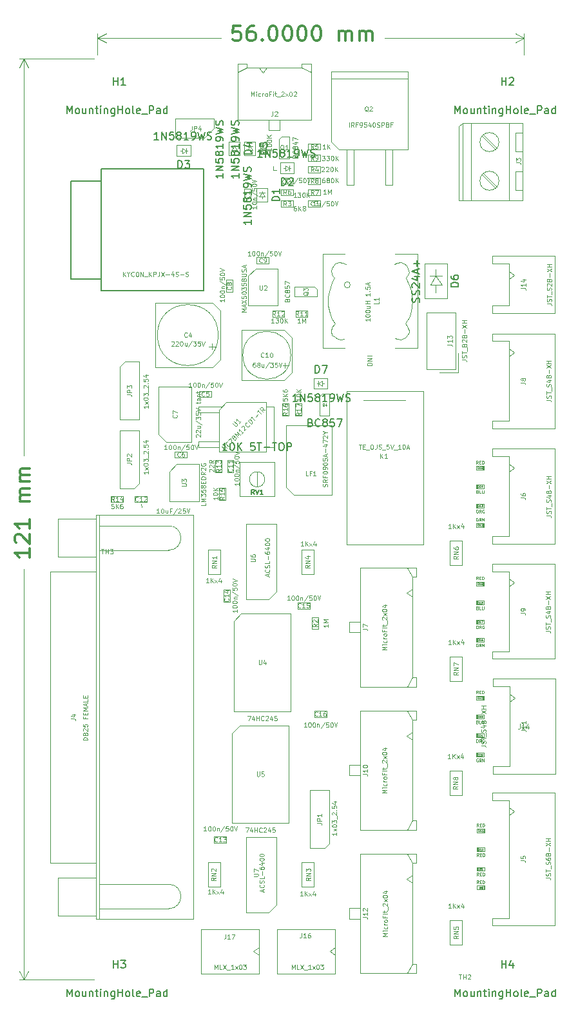
<source format=gbr>
%TF.GenerationSoftware,KiCad,Pcbnew,(6.0.4-0)*%
%TF.CreationDate,2022-05-22T20:42:40+12:00*%
%TF.ProjectId,controller,636f6e74-726f-46c6-9c65-722e6b696361,1.0*%
%TF.SameCoordinates,PX4900f70PY2ebae40*%
%TF.FileFunction,AssemblyDrawing,Top*%
%FSLAX46Y46*%
G04 Gerber Fmt 4.6, Leading zero omitted, Abs format (unit mm)*
G04 Created by KiCad (PCBNEW (6.0.4-0)) date 2022-05-22 20:42:40*
%MOMM*%
%LPD*%
G01*
G04 APERTURE LIST*
%ADD10C,0.100000*%
%ADD11C,0.080000*%
%ADD12C,0.300000*%
%ADD13C,0.040000*%
%ADD14C,0.110000*%
%ADD15C,0.150000*%
%ADD16C,0.050000*%
%ADD17C,0.127000*%
G04 APERTURE END LIST*
D10*
X23550000Y-14100000D02*
X23550000Y-14600000D01*
X23550000Y-14600000D02*
X23950000Y-14600000D01*
X6292000Y-58886000D02*
X6150000Y-58462000D01*
D11*
X55964285Y-87394047D02*
X55964285Y-87858333D01*
X55935714Y-87951190D01*
X55878571Y-88013095D01*
X55792857Y-88044047D01*
X55735714Y-88044047D01*
X56564285Y-88044047D02*
X56221428Y-88044047D01*
X56392857Y-88044047D02*
X56392857Y-87394047D01*
X56335714Y-87486904D01*
X56278571Y-87548809D01*
X56221428Y-87579761D01*
X57078571Y-87610714D02*
X57078571Y-88044047D01*
X56935714Y-87363095D02*
X56792857Y-87827380D01*
X57164285Y-87827380D01*
D12*
X-8445239Y-64361904D02*
X-8445239Y-65504761D01*
X-8445239Y-64933333D02*
X-10445239Y-64933333D01*
X-10159524Y-65123809D01*
X-9969048Y-65314285D01*
X-9873810Y-65504761D01*
X-10254762Y-63600000D02*
X-10350000Y-63504761D01*
X-10445239Y-63314285D01*
X-10445239Y-62838095D01*
X-10350000Y-62647619D01*
X-10254762Y-62552380D01*
X-10064286Y-62457142D01*
X-9873810Y-62457142D01*
X-9588096Y-62552380D01*
X-8445239Y-63695238D01*
X-8445239Y-62457142D01*
X-8445239Y-60552380D02*
X-8445239Y-61695238D01*
X-8445239Y-61123809D02*
X-10445239Y-61123809D01*
X-10159524Y-61314285D01*
X-9969048Y-61504761D01*
X-9873810Y-61695238D01*
X-8445239Y-58171428D02*
X-9778572Y-58171428D01*
X-9588096Y-58171428D02*
X-9683334Y-58076190D01*
X-9778572Y-57885714D01*
X-9778572Y-57600000D01*
X-9683334Y-57409523D01*
X-9492858Y-57314285D01*
X-8445239Y-57314285D01*
X-9492858Y-57314285D02*
X-9683334Y-57219047D01*
X-9778572Y-57028571D01*
X-9778572Y-56742857D01*
X-9683334Y-56552380D01*
X-9492858Y-56457142D01*
X-8445239Y-56457142D01*
X-8445239Y-55504761D02*
X-9778572Y-55504761D01*
X-9588096Y-55504761D02*
X-9683334Y-55409523D01*
X-9778572Y-55219047D01*
X-9778572Y-54933333D01*
X-9683334Y-54742857D01*
X-9492858Y-54647619D01*
X-8445239Y-54647619D01*
X-9492858Y-54647619D02*
X-9683334Y-54552380D01*
X-9778572Y-54361904D01*
X-9778572Y-54076190D01*
X-9683334Y-53885714D01*
X-9492858Y-53790476D01*
X-8445239Y-53790476D01*
D10*
X-50000Y-22000D02*
X-9836420Y-22000D01*
X-9836420Y-121000000D02*
X-50000Y-121000000D01*
X-9250000Y-22000D02*
X-9250000Y-52164285D01*
X-9250000Y-67035714D02*
X-9250000Y-121000000D01*
X-9250000Y-22000D02*
X-9836421Y-1148504D01*
X-9250000Y-22000D02*
X-8663579Y-1148504D01*
X-9250000Y-121000000D02*
X-8663579Y-119873496D01*
X-9250000Y-121000000D02*
X-9836421Y-119873496D01*
D12*
X19209523Y4345239D02*
X18257142Y4345239D01*
X18161904Y3392858D01*
X18257142Y3488096D01*
X18447619Y3583334D01*
X18923809Y3583334D01*
X19114285Y3488096D01*
X19209523Y3392858D01*
X19304761Y3202381D01*
X19304761Y2726191D01*
X19209523Y2535715D01*
X19114285Y2440477D01*
X18923809Y2345239D01*
X18447619Y2345239D01*
X18257142Y2440477D01*
X18161904Y2535715D01*
X21019047Y4345239D02*
X20638095Y4345239D01*
X20447619Y4250000D01*
X20352380Y4154762D01*
X20161904Y3869048D01*
X20066666Y3488096D01*
X20066666Y2726191D01*
X20161904Y2535715D01*
X20257142Y2440477D01*
X20447619Y2345239D01*
X20828571Y2345239D01*
X21019047Y2440477D01*
X21114285Y2535715D01*
X21209523Y2726191D01*
X21209523Y3202381D01*
X21114285Y3392858D01*
X21019047Y3488096D01*
X20828571Y3583334D01*
X20447619Y3583334D01*
X20257142Y3488096D01*
X20161904Y3392858D01*
X20066666Y3202381D01*
X22066666Y2535715D02*
X22161904Y2440477D01*
X22066666Y2345239D01*
X21971428Y2440477D01*
X22066666Y2535715D01*
X22066666Y2345239D01*
X23399999Y4345239D02*
X23590476Y4345239D01*
X23780952Y4250000D01*
X23876190Y4154762D01*
X23971428Y3964286D01*
X24066666Y3583334D01*
X24066666Y3107143D01*
X23971428Y2726191D01*
X23876190Y2535715D01*
X23780952Y2440477D01*
X23590476Y2345239D01*
X23399999Y2345239D01*
X23209523Y2440477D01*
X23114285Y2535715D01*
X23019047Y2726191D01*
X22923809Y3107143D01*
X22923809Y3583334D01*
X23019047Y3964286D01*
X23114285Y4154762D01*
X23209523Y4250000D01*
X23399999Y4345239D01*
X25304761Y4345239D02*
X25495238Y4345239D01*
X25685714Y4250000D01*
X25780952Y4154762D01*
X25876190Y3964286D01*
X25971428Y3583334D01*
X25971428Y3107143D01*
X25876190Y2726191D01*
X25780952Y2535715D01*
X25685714Y2440477D01*
X25495238Y2345239D01*
X25304761Y2345239D01*
X25114285Y2440477D01*
X25019047Y2535715D01*
X24923809Y2726191D01*
X24828571Y3107143D01*
X24828571Y3583334D01*
X24923809Y3964286D01*
X25019047Y4154762D01*
X25114285Y4250000D01*
X25304761Y4345239D01*
X27209523Y4345239D02*
X27399999Y4345239D01*
X27590476Y4250000D01*
X27685714Y4154762D01*
X27780952Y3964286D01*
X27876190Y3583334D01*
X27876190Y3107143D01*
X27780952Y2726191D01*
X27685714Y2535715D01*
X27590476Y2440477D01*
X27399999Y2345239D01*
X27209523Y2345239D01*
X27019047Y2440477D01*
X26923809Y2535715D01*
X26828571Y2726191D01*
X26733333Y3107143D01*
X26733333Y3583334D01*
X26828571Y3964286D01*
X26923809Y4154762D01*
X27019047Y4250000D01*
X27209523Y4345239D01*
X29114285Y4345239D02*
X29304761Y4345239D01*
X29495238Y4250000D01*
X29590476Y4154762D01*
X29685714Y3964286D01*
X29780952Y3583334D01*
X29780952Y3107143D01*
X29685714Y2726191D01*
X29590476Y2535715D01*
X29495238Y2440477D01*
X29304761Y2345239D01*
X29114285Y2345239D01*
X28923809Y2440477D01*
X28828571Y2535715D01*
X28733333Y2726191D01*
X28638095Y3107143D01*
X28638095Y3583334D01*
X28733333Y3964286D01*
X28828571Y4154762D01*
X28923809Y4250000D01*
X29114285Y4345239D01*
X32161904Y2345239D02*
X32161904Y3678572D01*
X32161904Y3488096D02*
X32257142Y3583334D01*
X32447619Y3678572D01*
X32733333Y3678572D01*
X32923809Y3583334D01*
X33019047Y3392858D01*
X33019047Y2345239D01*
X33019047Y3392858D02*
X33114285Y3583334D01*
X33304761Y3678572D01*
X33590476Y3678572D01*
X33780952Y3583334D01*
X33876190Y3392858D01*
X33876190Y2345239D01*
X34828571Y2345239D02*
X34828571Y3678572D01*
X34828571Y3488096D02*
X34923809Y3583334D01*
X35114285Y3678572D01*
X35400000Y3678572D01*
X35590476Y3583334D01*
X35685714Y3392858D01*
X35685714Y2345239D01*
X35685714Y3392858D02*
X35780952Y3583334D01*
X35971428Y3678572D01*
X36257142Y3678572D01*
X36447619Y3583334D01*
X36542857Y3392858D01*
X36542857Y2345239D01*
D10*
X450000Y500000D02*
X450000Y3278820D01*
X56450000Y3278820D02*
X56450000Y500000D01*
X450000Y2692400D02*
X16630953Y2692400D01*
X38169048Y2692400D02*
X56450000Y2692400D01*
X450000Y2692400D02*
X1576504Y2105979D01*
X450000Y2692400D02*
X1576504Y3278821D01*
X56450000Y2692400D02*
X55323496Y3278821D01*
X56450000Y2692400D02*
X55323496Y2105979D01*
%TO.C,D15*%
X50432857Y-53220952D02*
X50299523Y-53030476D01*
X50204285Y-53220952D02*
X50204285Y-52820952D01*
X50356666Y-52820952D01*
X50394761Y-52840000D01*
X50413809Y-52859047D01*
X50432857Y-52897142D01*
X50432857Y-52954285D01*
X50413809Y-52992380D01*
X50394761Y-53011428D01*
X50356666Y-53030476D01*
X50204285Y-53030476D01*
X50604285Y-53011428D02*
X50737619Y-53011428D01*
X50794761Y-53220952D02*
X50604285Y-53220952D01*
X50604285Y-52820952D01*
X50794761Y-52820952D01*
X50966190Y-53220952D02*
X50966190Y-52820952D01*
X51061428Y-52820952D01*
X51118571Y-52840000D01*
X51156666Y-52878095D01*
X51175714Y-52916190D01*
X51194761Y-52992380D01*
X51194761Y-53049523D01*
X51175714Y-53125714D01*
X51156666Y-53163809D01*
X51118571Y-53201904D01*
X51061428Y-53220952D01*
X50966190Y-53220952D01*
D13*
X50396428Y-53863095D02*
X50396428Y-53613095D01*
X50455952Y-53613095D01*
X50491666Y-53625000D01*
X50515476Y-53648809D01*
X50527380Y-53672619D01*
X50539285Y-53720238D01*
X50539285Y-53755952D01*
X50527380Y-53803571D01*
X50515476Y-53827380D01*
X50491666Y-53851190D01*
X50455952Y-53863095D01*
X50396428Y-53863095D01*
X50777380Y-53863095D02*
X50634523Y-53863095D01*
X50705952Y-53863095D02*
X50705952Y-53613095D01*
X50682142Y-53648809D01*
X50658333Y-53672619D01*
X50634523Y-53684523D01*
X51003571Y-53613095D02*
X50884523Y-53613095D01*
X50872619Y-53732142D01*
X50884523Y-53720238D01*
X50908333Y-53708333D01*
X50967857Y-53708333D01*
X50991666Y-53720238D01*
X51003571Y-53732142D01*
X51015476Y-53755952D01*
X51015476Y-53815476D01*
X51003571Y-53839285D01*
X50991666Y-53851190D01*
X50967857Y-53863095D01*
X50908333Y-53863095D01*
X50884523Y-53851190D01*
X50872619Y-53839285D01*
D14*
%TO.C,C10*%
X21139285Y-39921428D02*
X21025000Y-39921428D01*
X20967857Y-39950000D01*
X20939285Y-39978571D01*
X20882142Y-40064285D01*
X20853571Y-40178571D01*
X20853571Y-40407142D01*
X20882142Y-40464285D01*
X20910714Y-40492857D01*
X20967857Y-40521428D01*
X21082142Y-40521428D01*
X21139285Y-40492857D01*
X21167857Y-40464285D01*
X21196428Y-40407142D01*
X21196428Y-40264285D01*
X21167857Y-40207142D01*
X21139285Y-40178571D01*
X21082142Y-40150000D01*
X20967857Y-40150000D01*
X20910714Y-40178571D01*
X20882142Y-40207142D01*
X20853571Y-40264285D01*
X21539285Y-40178571D02*
X21482142Y-40150000D01*
X21453571Y-40121428D01*
X21425000Y-40064285D01*
X21425000Y-40035714D01*
X21453571Y-39978571D01*
X21482142Y-39950000D01*
X21539285Y-39921428D01*
X21653571Y-39921428D01*
X21710714Y-39950000D01*
X21739285Y-39978571D01*
X21767857Y-40035714D01*
X21767857Y-40064285D01*
X21739285Y-40121428D01*
X21710714Y-40150000D01*
X21653571Y-40178571D01*
X21539285Y-40178571D01*
X21482142Y-40207142D01*
X21453571Y-40235714D01*
X21425000Y-40292857D01*
X21425000Y-40407142D01*
X21453571Y-40464285D01*
X21482142Y-40492857D01*
X21539285Y-40521428D01*
X21653571Y-40521428D01*
X21710714Y-40492857D01*
X21739285Y-40464285D01*
X21767857Y-40407142D01*
X21767857Y-40292857D01*
X21739285Y-40235714D01*
X21710714Y-40207142D01*
X21653571Y-40178571D01*
X22282142Y-40121428D02*
X22282142Y-40521428D01*
X22025000Y-40121428D02*
X22025000Y-40435714D01*
X22053571Y-40492857D01*
X22110714Y-40521428D01*
X22196428Y-40521428D01*
X22253571Y-40492857D01*
X22282142Y-40464285D01*
X22996428Y-39892857D02*
X22482142Y-40664285D01*
X23139285Y-39921428D02*
X23510714Y-39921428D01*
X23310714Y-40150000D01*
X23396428Y-40150000D01*
X23453571Y-40178571D01*
X23482142Y-40207142D01*
X23510714Y-40264285D01*
X23510714Y-40407142D01*
X23482142Y-40464285D01*
X23453571Y-40492857D01*
X23396428Y-40521428D01*
X23225000Y-40521428D01*
X23167857Y-40492857D01*
X23139285Y-40464285D01*
X24053571Y-39921428D02*
X23767857Y-39921428D01*
X23739285Y-40207142D01*
X23767857Y-40178571D01*
X23825000Y-40150000D01*
X23967857Y-40150000D01*
X24025000Y-40178571D01*
X24053571Y-40207142D01*
X24082142Y-40264285D01*
X24082142Y-40407142D01*
X24053571Y-40464285D01*
X24025000Y-40492857D01*
X23967857Y-40521428D01*
X23825000Y-40521428D01*
X23767857Y-40492857D01*
X23739285Y-40464285D01*
X24253571Y-39921428D02*
X24453571Y-40521428D01*
X24653571Y-39921428D01*
X22289285Y-39164285D02*
X22260714Y-39192857D01*
X22175000Y-39221428D01*
X22117857Y-39221428D01*
X22032142Y-39192857D01*
X21975000Y-39135714D01*
X21946428Y-39078571D01*
X21917857Y-38964285D01*
X21917857Y-38878571D01*
X21946428Y-38764285D01*
X21975000Y-38707142D01*
X22032142Y-38650000D01*
X22117857Y-38621428D01*
X22175000Y-38621428D01*
X22260714Y-38650000D01*
X22289285Y-38678571D01*
X22860714Y-39221428D02*
X22517857Y-39221428D01*
X22689285Y-39221428D02*
X22689285Y-38621428D01*
X22632142Y-38707142D01*
X22575000Y-38764285D01*
X22517857Y-38792857D01*
X23232142Y-38621428D02*
X23289285Y-38621428D01*
X23346428Y-38650000D01*
X23375000Y-38678571D01*
X23403571Y-38735714D01*
X23432142Y-38850000D01*
X23432142Y-38992857D01*
X23403571Y-39107142D01*
X23375000Y-39164285D01*
X23346428Y-39192857D01*
X23289285Y-39221428D01*
X23232142Y-39221428D01*
X23175000Y-39192857D01*
X23146428Y-39164285D01*
X23117857Y-39107142D01*
X23089285Y-38992857D01*
X23089285Y-38850000D01*
X23117857Y-38735714D01*
X23146428Y-38678571D01*
X23175000Y-38650000D01*
X23232142Y-38621428D01*
%TO.C,C1*%
X21321428Y-19328571D02*
X21321428Y-19671428D01*
X21321428Y-19500000D02*
X20721428Y-19500000D01*
X20807142Y-19557142D01*
X20864285Y-19614285D01*
X20892857Y-19671428D01*
X20721428Y-18957142D02*
X20721428Y-18900000D01*
X20750000Y-18842857D01*
X20778571Y-18814285D01*
X20835714Y-18785714D01*
X20950000Y-18757142D01*
X21092857Y-18757142D01*
X21207142Y-18785714D01*
X21264285Y-18814285D01*
X21292857Y-18842857D01*
X21321428Y-18900000D01*
X21321428Y-18957142D01*
X21292857Y-19014285D01*
X21264285Y-19042857D01*
X21207142Y-19071428D01*
X21092857Y-19100000D01*
X20950000Y-19100000D01*
X20835714Y-19071428D01*
X20778571Y-19042857D01*
X20750000Y-19014285D01*
X20721428Y-18957142D01*
X20921428Y-18500000D02*
X21321428Y-18500000D01*
X20978571Y-18500000D02*
X20950000Y-18471428D01*
X20921428Y-18414285D01*
X20921428Y-18328571D01*
X20950000Y-18271428D01*
X21007142Y-18242857D01*
X21321428Y-18242857D01*
X20692857Y-17528571D02*
X21464285Y-18042857D01*
X20721428Y-17042857D02*
X20721428Y-17328571D01*
X21007142Y-17357142D01*
X20978571Y-17328571D01*
X20950000Y-17271428D01*
X20950000Y-17128571D01*
X20978571Y-17071428D01*
X21007142Y-17042857D01*
X21064285Y-17014285D01*
X21207142Y-17014285D01*
X21264285Y-17042857D01*
X21292857Y-17071428D01*
X21321428Y-17128571D01*
X21321428Y-17271428D01*
X21292857Y-17328571D01*
X21264285Y-17357142D01*
X20721428Y-16642857D02*
X20721428Y-16585714D01*
X20750000Y-16528571D01*
X20778571Y-16500000D01*
X20835714Y-16471428D01*
X20950000Y-16442857D01*
X21092857Y-16442857D01*
X21207142Y-16471428D01*
X21264285Y-16500000D01*
X21292857Y-16528571D01*
X21321428Y-16585714D01*
X21321428Y-16642857D01*
X21292857Y-16700000D01*
X21264285Y-16728571D01*
X21207142Y-16757142D01*
X21092857Y-16785714D01*
X20950000Y-16785714D01*
X20835714Y-16757142D01*
X20778571Y-16728571D01*
X20750000Y-16700000D01*
X20721428Y-16642857D01*
X20721428Y-16271428D02*
X21321428Y-16071428D01*
X20721428Y-15871428D01*
X20364285Y-18000000D02*
X20392857Y-18028571D01*
X20421428Y-18114285D01*
X20421428Y-18171428D01*
X20392857Y-18257142D01*
X20335714Y-18314285D01*
X20278571Y-18342857D01*
X20164285Y-18371428D01*
X20078571Y-18371428D01*
X19964285Y-18342857D01*
X19907142Y-18314285D01*
X19850000Y-18257142D01*
X19821428Y-18171428D01*
X19821428Y-18114285D01*
X19850000Y-18028571D01*
X19878571Y-18000000D01*
X20421428Y-17428571D02*
X20421428Y-17771428D01*
X20421428Y-17600000D02*
X19821428Y-17600000D01*
X19907142Y-17657142D01*
X19964285Y-17714285D01*
X19992857Y-17771428D01*
D10*
%TO.C,D13*%
X50271904Y-59240952D02*
X50348095Y-59240952D01*
X50386190Y-59260000D01*
X50424285Y-59298095D01*
X50443333Y-59374285D01*
X50443333Y-59507619D01*
X50424285Y-59583809D01*
X50386190Y-59621904D01*
X50348095Y-59640952D01*
X50271904Y-59640952D01*
X50233809Y-59621904D01*
X50195714Y-59583809D01*
X50176666Y-59507619D01*
X50176666Y-59374285D01*
X50195714Y-59298095D01*
X50233809Y-59260000D01*
X50271904Y-59240952D01*
X50843333Y-59640952D02*
X50710000Y-59450476D01*
X50614761Y-59640952D02*
X50614761Y-59240952D01*
X50767142Y-59240952D01*
X50805238Y-59260000D01*
X50824285Y-59279047D01*
X50843333Y-59317142D01*
X50843333Y-59374285D01*
X50824285Y-59412380D01*
X50805238Y-59431428D01*
X50767142Y-59450476D01*
X50614761Y-59450476D01*
X51224285Y-59260000D02*
X51186190Y-59240952D01*
X51129047Y-59240952D01*
X51071904Y-59260000D01*
X51033809Y-59298095D01*
X51014761Y-59336190D01*
X50995714Y-59412380D01*
X50995714Y-59469523D01*
X51014761Y-59545714D01*
X51033809Y-59583809D01*
X51071904Y-59621904D01*
X51129047Y-59640952D01*
X51167142Y-59640952D01*
X51224285Y-59621904D01*
X51243333Y-59602857D01*
X51243333Y-59469523D01*
X51167142Y-59469523D01*
D13*
X50396428Y-58863095D02*
X50396428Y-58613095D01*
X50455952Y-58613095D01*
X50491666Y-58625000D01*
X50515476Y-58648809D01*
X50527380Y-58672619D01*
X50539285Y-58720238D01*
X50539285Y-58755952D01*
X50527380Y-58803571D01*
X50515476Y-58827380D01*
X50491666Y-58851190D01*
X50455952Y-58863095D01*
X50396428Y-58863095D01*
X50777380Y-58863095D02*
X50634523Y-58863095D01*
X50705952Y-58863095D02*
X50705952Y-58613095D01*
X50682142Y-58648809D01*
X50658333Y-58672619D01*
X50634523Y-58684523D01*
X50860714Y-58613095D02*
X51015476Y-58613095D01*
X50932142Y-58708333D01*
X50967857Y-58708333D01*
X50991666Y-58720238D01*
X51003571Y-58732142D01*
X51015476Y-58755952D01*
X51015476Y-58815476D01*
X51003571Y-58839285D01*
X50991666Y-58851190D01*
X50967857Y-58863095D01*
X50896428Y-58863095D01*
X50872619Y-58851190D01*
X50860714Y-58839285D01*
D14*
%TO.C,J12*%
X38521428Y-115257142D02*
X37921428Y-115257142D01*
X38350000Y-115057142D01*
X37921428Y-114857142D01*
X38521428Y-114857142D01*
X38521428Y-114571428D02*
X38121428Y-114571428D01*
X37921428Y-114571428D02*
X37950000Y-114600000D01*
X37978571Y-114571428D01*
X37950000Y-114542857D01*
X37921428Y-114571428D01*
X37978571Y-114571428D01*
X38492857Y-114028571D02*
X38521428Y-114085714D01*
X38521428Y-114200000D01*
X38492857Y-114257142D01*
X38464285Y-114285714D01*
X38407142Y-114314285D01*
X38235714Y-114314285D01*
X38178571Y-114285714D01*
X38150000Y-114257142D01*
X38121428Y-114200000D01*
X38121428Y-114085714D01*
X38150000Y-114028571D01*
X38521428Y-113771428D02*
X38121428Y-113771428D01*
X38235714Y-113771428D02*
X38178571Y-113742857D01*
X38150000Y-113714285D01*
X38121428Y-113657142D01*
X38121428Y-113600000D01*
X38521428Y-113314285D02*
X38492857Y-113371428D01*
X38464285Y-113400000D01*
X38407142Y-113428571D01*
X38235714Y-113428571D01*
X38178571Y-113400000D01*
X38150000Y-113371428D01*
X38121428Y-113314285D01*
X38121428Y-113228571D01*
X38150000Y-113171428D01*
X38178571Y-113142857D01*
X38235714Y-113114285D01*
X38407142Y-113114285D01*
X38464285Y-113142857D01*
X38492857Y-113171428D01*
X38521428Y-113228571D01*
X38521428Y-113314285D01*
X38207142Y-112657142D02*
X38207142Y-112857142D01*
X38521428Y-112857142D02*
X37921428Y-112857142D01*
X37921428Y-112571428D01*
X38521428Y-112342857D02*
X38121428Y-112342857D01*
X37921428Y-112342857D02*
X37950000Y-112371428D01*
X37978571Y-112342857D01*
X37950000Y-112314285D01*
X37921428Y-112342857D01*
X37978571Y-112342857D01*
X38121428Y-112142857D02*
X38121428Y-111914285D01*
X37921428Y-112057142D02*
X38435714Y-112057142D01*
X38492857Y-112028571D01*
X38521428Y-111971428D01*
X38521428Y-111914285D01*
X38578571Y-111857142D02*
X38578571Y-111400000D01*
X37978571Y-111285714D02*
X37950000Y-111257142D01*
X37921428Y-111200000D01*
X37921428Y-111057142D01*
X37950000Y-111000000D01*
X37978571Y-110971428D01*
X38035714Y-110942857D01*
X38092857Y-110942857D01*
X38178571Y-110971428D01*
X38521428Y-111314285D01*
X38521428Y-110942857D01*
X38521428Y-110742857D02*
X38121428Y-110428571D01*
X38121428Y-110742857D02*
X38521428Y-110428571D01*
X37921428Y-110085714D02*
X37921428Y-110028571D01*
X37950000Y-109971428D01*
X37978571Y-109942857D01*
X38035714Y-109914285D01*
X38150000Y-109885714D01*
X38292857Y-109885714D01*
X38407142Y-109914285D01*
X38464285Y-109942857D01*
X38492857Y-109971428D01*
X38521428Y-110028571D01*
X38521428Y-110085714D01*
X38492857Y-110142857D01*
X38464285Y-110171428D01*
X38407142Y-110200000D01*
X38292857Y-110228571D01*
X38150000Y-110228571D01*
X38035714Y-110200000D01*
X37978571Y-110171428D01*
X37950000Y-110142857D01*
X37921428Y-110085714D01*
X38121428Y-109371428D02*
X38521428Y-109371428D01*
X37892857Y-109514285D02*
X38321428Y-109657142D01*
X38321428Y-109285714D01*
X35282428Y-112775714D02*
X35711000Y-112775714D01*
X35796714Y-112804285D01*
X35853857Y-112861428D01*
X35882428Y-112947142D01*
X35882428Y-113004285D01*
X35882428Y-112175714D02*
X35882428Y-112518571D01*
X35882428Y-112347142D02*
X35282428Y-112347142D01*
X35368142Y-112404285D01*
X35425285Y-112461428D01*
X35453857Y-112518571D01*
X35339571Y-111947142D02*
X35311000Y-111918571D01*
X35282428Y-111861428D01*
X35282428Y-111718571D01*
X35311000Y-111661428D01*
X35339571Y-111632857D01*
X35396714Y-111604285D01*
X35453857Y-111604285D01*
X35539571Y-111632857D01*
X35882428Y-111975714D01*
X35882428Y-111604285D01*
%TO.C,RN1*%
X15032857Y-68851428D02*
X14690000Y-68851428D01*
X14861428Y-68851428D02*
X14861428Y-68251428D01*
X14804285Y-68337142D01*
X14747142Y-68394285D01*
X14690000Y-68422857D01*
X15290000Y-68851428D02*
X15290000Y-68251428D01*
X15632857Y-68851428D02*
X15375714Y-68508571D01*
X15632857Y-68251428D02*
X15290000Y-68594285D01*
X15832857Y-68851428D02*
X16147142Y-68451428D01*
X15832857Y-68451428D02*
X16147142Y-68851428D01*
X16632857Y-68451428D02*
X16632857Y-68851428D01*
X16490000Y-68222857D02*
X16347142Y-68651428D01*
X16718571Y-68651428D01*
X16071428Y-66514285D02*
X15785714Y-66714285D01*
X16071428Y-66857142D02*
X15471428Y-66857142D01*
X15471428Y-66628571D01*
X15500000Y-66571428D01*
X15528571Y-66542857D01*
X15585714Y-66514285D01*
X15671428Y-66514285D01*
X15728571Y-66542857D01*
X15757142Y-66571428D01*
X15785714Y-66628571D01*
X15785714Y-66857142D01*
X16071428Y-66257142D02*
X15471428Y-66257142D01*
X16071428Y-65914285D01*
X15471428Y-65914285D01*
X16071428Y-65314285D02*
X16071428Y-65657142D01*
X16071428Y-65485714D02*
X15471428Y-65485714D01*
X15557142Y-65542857D01*
X15614285Y-65600000D01*
X15642857Y-65657142D01*
%TO.C,R13*%
X15164571Y-54257142D02*
X15136000Y-54228571D01*
X15107428Y-54171428D01*
X15107428Y-54028571D01*
X15136000Y-53971428D01*
X15164571Y-53942857D01*
X15221714Y-53914285D01*
X15278857Y-53914285D01*
X15364571Y-53942857D01*
X15707428Y-54285714D01*
X15707428Y-53914285D01*
X15164571Y-53685714D02*
X15136000Y-53657142D01*
X15107428Y-53600000D01*
X15107428Y-53457142D01*
X15136000Y-53400000D01*
X15164571Y-53371428D01*
X15221714Y-53342857D01*
X15278857Y-53342857D01*
X15364571Y-53371428D01*
X15707428Y-53714285D01*
X15707428Y-53342857D01*
X15707428Y-52742857D02*
X15421714Y-52942857D01*
X15707428Y-53085714D02*
X15107428Y-53085714D01*
X15107428Y-52857142D01*
X15136000Y-52800000D01*
X15164571Y-52771428D01*
X15221714Y-52742857D01*
X15307428Y-52742857D01*
X15364571Y-52771428D01*
X15393142Y-52800000D01*
X15421714Y-52857142D01*
X15421714Y-53085714D01*
X16621428Y-53885714D02*
X16335714Y-54085714D01*
X16621428Y-54228571D02*
X16021428Y-54228571D01*
X16021428Y-54000000D01*
X16050000Y-53942857D01*
X16078571Y-53914285D01*
X16135714Y-53885714D01*
X16221428Y-53885714D01*
X16278571Y-53914285D01*
X16307142Y-53942857D01*
X16335714Y-54000000D01*
X16335714Y-54228571D01*
X16621428Y-53314285D02*
X16621428Y-53657142D01*
X16621428Y-53485714D02*
X16021428Y-53485714D01*
X16107142Y-53542857D01*
X16164285Y-53600000D01*
X16192857Y-53657142D01*
X16021428Y-53114285D02*
X16021428Y-52742857D01*
X16250000Y-52942857D01*
X16250000Y-52857142D01*
X16278571Y-52800000D01*
X16307142Y-52771428D01*
X16364285Y-52742857D01*
X16507142Y-52742857D01*
X16564285Y-52771428D01*
X16592857Y-52800000D01*
X16621428Y-52857142D01*
X16621428Y-53028571D01*
X16592857Y-53085714D01*
X16564285Y-53114285D01*
%TO.C,R6*%
X26547000Y-18178428D02*
X26204142Y-18178428D01*
X26375571Y-18178428D02*
X26375571Y-17578428D01*
X26318428Y-17664142D01*
X26261285Y-17721285D01*
X26204142Y-17749857D01*
X26747000Y-17578428D02*
X27118428Y-17578428D01*
X26918428Y-17807000D01*
X27004142Y-17807000D01*
X27061285Y-17835571D01*
X27089857Y-17864142D01*
X27118428Y-17921285D01*
X27118428Y-18064142D01*
X27089857Y-18121285D01*
X27061285Y-18149857D01*
X27004142Y-18178428D01*
X26832714Y-18178428D01*
X26775571Y-18149857D01*
X26747000Y-18121285D01*
X27489857Y-17578428D02*
X27547000Y-17578428D01*
X27604142Y-17607000D01*
X27632714Y-17635571D01*
X27661285Y-17692714D01*
X27689857Y-17807000D01*
X27689857Y-17949857D01*
X27661285Y-18064142D01*
X27632714Y-18121285D01*
X27604142Y-18149857D01*
X27547000Y-18178428D01*
X27489857Y-18178428D01*
X27432714Y-18149857D01*
X27404142Y-18121285D01*
X27375571Y-18064142D01*
X27347000Y-17949857D01*
X27347000Y-17807000D01*
X27375571Y-17692714D01*
X27404142Y-17635571D01*
X27432714Y-17607000D01*
X27489857Y-17578428D01*
X27947000Y-18178428D02*
X27947000Y-17578428D01*
X28289857Y-18178428D02*
X28032714Y-17835571D01*
X28289857Y-17578428D02*
X27947000Y-17921285D01*
X25242000Y-17797428D02*
X25042000Y-17511714D01*
X24899142Y-17797428D02*
X24899142Y-17197428D01*
X25127714Y-17197428D01*
X25184857Y-17226000D01*
X25213428Y-17254571D01*
X25242000Y-17311714D01*
X25242000Y-17397428D01*
X25213428Y-17454571D01*
X25184857Y-17483142D01*
X25127714Y-17511714D01*
X24899142Y-17511714D01*
X25756285Y-17197428D02*
X25642000Y-17197428D01*
X25584857Y-17226000D01*
X25556285Y-17254571D01*
X25499142Y-17340285D01*
X25470571Y-17454571D01*
X25470571Y-17683142D01*
X25499142Y-17740285D01*
X25527714Y-17768857D01*
X25584857Y-17797428D01*
X25699142Y-17797428D01*
X25756285Y-17768857D01*
X25784857Y-17740285D01*
X25813428Y-17683142D01*
X25813428Y-17540285D01*
X25784857Y-17483142D01*
X25756285Y-17454571D01*
X25699142Y-17426000D01*
X25584857Y-17426000D01*
X25527714Y-17454571D01*
X25499142Y-17483142D01*
X25470571Y-17540285D01*
%TO.C,JP4*%
X12834800Y-8844628D02*
X12834800Y-9273200D01*
X12806228Y-9358914D01*
X12749085Y-9416057D01*
X12663371Y-9444628D01*
X12606228Y-9444628D01*
X13120514Y-9444628D02*
X13120514Y-8844628D01*
X13349085Y-8844628D01*
X13406228Y-8873200D01*
X13434800Y-8901771D01*
X13463371Y-8958914D01*
X13463371Y-9044628D01*
X13434800Y-9101771D01*
X13406228Y-9130342D01*
X13349085Y-9158914D01*
X13120514Y-9158914D01*
X13977657Y-9044628D02*
X13977657Y-9444628D01*
X13834800Y-8816057D02*
X13691942Y-9244628D01*
X14063371Y-9244628D01*
%TO.C,J3*%
X55420428Y-13652000D02*
X55849000Y-13652000D01*
X55934714Y-13680571D01*
X55991857Y-13737714D01*
X56020428Y-13823428D01*
X56020428Y-13880571D01*
X55420428Y-13423428D02*
X55420428Y-13052000D01*
X55649000Y-13252000D01*
X55649000Y-13166285D01*
X55677571Y-13109142D01*
X55706142Y-13080571D01*
X55763285Y-13052000D01*
X55906142Y-13052000D01*
X55963285Y-13080571D01*
X55991857Y-13109142D01*
X56020428Y-13166285D01*
X56020428Y-13337714D01*
X55991857Y-13394857D01*
X55963285Y-13423428D01*
%TO.C,J2*%
X20617857Y-4925428D02*
X20617857Y-4325428D01*
X20817857Y-4754000D01*
X21017857Y-4325428D01*
X21017857Y-4925428D01*
X21303571Y-4925428D02*
X21303571Y-4525428D01*
X21303571Y-4325428D02*
X21275000Y-4354000D01*
X21303571Y-4382571D01*
X21332142Y-4354000D01*
X21303571Y-4325428D01*
X21303571Y-4382571D01*
X21846428Y-4896857D02*
X21789285Y-4925428D01*
X21675000Y-4925428D01*
X21617857Y-4896857D01*
X21589285Y-4868285D01*
X21560714Y-4811142D01*
X21560714Y-4639714D01*
X21589285Y-4582571D01*
X21617857Y-4554000D01*
X21675000Y-4525428D01*
X21789285Y-4525428D01*
X21846428Y-4554000D01*
X22103571Y-4925428D02*
X22103571Y-4525428D01*
X22103571Y-4639714D02*
X22132142Y-4582571D01*
X22160714Y-4554000D01*
X22217857Y-4525428D01*
X22275000Y-4525428D01*
X22560714Y-4925428D02*
X22503571Y-4896857D01*
X22475000Y-4868285D01*
X22446428Y-4811142D01*
X22446428Y-4639714D01*
X22475000Y-4582571D01*
X22503571Y-4554000D01*
X22560714Y-4525428D01*
X22646428Y-4525428D01*
X22703571Y-4554000D01*
X22732142Y-4582571D01*
X22760714Y-4639714D01*
X22760714Y-4811142D01*
X22732142Y-4868285D01*
X22703571Y-4896857D01*
X22646428Y-4925428D01*
X22560714Y-4925428D01*
X23217857Y-4611142D02*
X23017857Y-4611142D01*
X23017857Y-4925428D02*
X23017857Y-4325428D01*
X23303571Y-4325428D01*
X23532142Y-4925428D02*
X23532142Y-4525428D01*
X23532142Y-4325428D02*
X23503571Y-4354000D01*
X23532142Y-4382571D01*
X23560714Y-4354000D01*
X23532142Y-4325428D01*
X23532142Y-4382571D01*
X23732142Y-4525428D02*
X23960714Y-4525428D01*
X23817857Y-4325428D02*
X23817857Y-4839714D01*
X23846428Y-4896857D01*
X23903571Y-4925428D01*
X23960714Y-4925428D01*
X24017857Y-4982571D02*
X24475000Y-4982571D01*
X24589285Y-4382571D02*
X24617857Y-4354000D01*
X24675000Y-4325428D01*
X24817857Y-4325428D01*
X24875000Y-4354000D01*
X24903571Y-4382571D01*
X24932142Y-4439714D01*
X24932142Y-4496857D01*
X24903571Y-4582571D01*
X24560714Y-4925428D01*
X24932142Y-4925428D01*
X25132142Y-4925428D02*
X25446428Y-4525428D01*
X25132142Y-4525428D02*
X25446428Y-4925428D01*
X25789285Y-4325428D02*
X25846428Y-4325428D01*
X25903571Y-4354000D01*
X25932142Y-4382571D01*
X25960714Y-4439714D01*
X25989285Y-4554000D01*
X25989285Y-4696857D01*
X25960714Y-4811142D01*
X25932142Y-4868285D01*
X25903571Y-4896857D01*
X25846428Y-4925428D01*
X25789285Y-4925428D01*
X25732142Y-4896857D01*
X25703571Y-4868285D01*
X25675000Y-4811142D01*
X25646428Y-4696857D01*
X25646428Y-4554000D01*
X25675000Y-4439714D01*
X25703571Y-4382571D01*
X25732142Y-4354000D01*
X25789285Y-4325428D01*
X26217857Y-4382571D02*
X26246428Y-4354000D01*
X26303571Y-4325428D01*
X26446428Y-4325428D01*
X26503571Y-4354000D01*
X26532142Y-4382571D01*
X26560714Y-4439714D01*
X26560714Y-4496857D01*
X26532142Y-4582571D01*
X26189285Y-4925428D01*
X26560714Y-4925428D01*
X23475000Y-6925428D02*
X23475000Y-7354000D01*
X23446428Y-7439714D01*
X23389285Y-7496857D01*
X23303571Y-7525428D01*
X23246428Y-7525428D01*
X23732142Y-6982571D02*
X23760714Y-6954000D01*
X23817857Y-6925428D01*
X23960714Y-6925428D01*
X24017857Y-6954000D01*
X24046428Y-6982571D01*
X24075000Y-7039714D01*
X24075000Y-7096857D01*
X24046428Y-7182571D01*
X23703571Y-7525428D01*
X24075000Y-7525428D01*
D10*
%TO.C,D8*%
X50502857Y-108370952D02*
X50369523Y-108180476D01*
X50274285Y-108370952D02*
X50274285Y-107970952D01*
X50426666Y-107970952D01*
X50464761Y-107990000D01*
X50483809Y-108009047D01*
X50502857Y-108047142D01*
X50502857Y-108104285D01*
X50483809Y-108142380D01*
X50464761Y-108161428D01*
X50426666Y-108180476D01*
X50274285Y-108180476D01*
X50674285Y-108161428D02*
X50807619Y-108161428D01*
X50864761Y-108370952D02*
X50674285Y-108370952D01*
X50674285Y-107970952D01*
X50864761Y-107970952D01*
X51036190Y-108370952D02*
X51036190Y-107970952D01*
X51131428Y-107970952D01*
X51188571Y-107990000D01*
X51226666Y-108028095D01*
X51245714Y-108066190D01*
X51264761Y-108142380D01*
X51264761Y-108199523D01*
X51245714Y-108275714D01*
X51226666Y-108313809D01*
X51188571Y-108351904D01*
X51131428Y-108370952D01*
X51036190Y-108370952D01*
D13*
X50585476Y-109013095D02*
X50585476Y-108763095D01*
X50645000Y-108763095D01*
X50680714Y-108775000D01*
X50704523Y-108798809D01*
X50716428Y-108822619D01*
X50728333Y-108870238D01*
X50728333Y-108905952D01*
X50716428Y-108953571D01*
X50704523Y-108977380D01*
X50680714Y-109001190D01*
X50645000Y-109013095D01*
X50585476Y-109013095D01*
X50871190Y-108870238D02*
X50847380Y-108858333D01*
X50835476Y-108846428D01*
X50823571Y-108822619D01*
X50823571Y-108810714D01*
X50835476Y-108786904D01*
X50847380Y-108775000D01*
X50871190Y-108763095D01*
X50918809Y-108763095D01*
X50942619Y-108775000D01*
X50954523Y-108786904D01*
X50966428Y-108810714D01*
X50966428Y-108822619D01*
X50954523Y-108846428D01*
X50942619Y-108858333D01*
X50918809Y-108870238D01*
X50871190Y-108870238D01*
X50847380Y-108882142D01*
X50835476Y-108894047D01*
X50823571Y-108917857D01*
X50823571Y-108965476D01*
X50835476Y-108989285D01*
X50847380Y-109001190D01*
X50871190Y-109013095D01*
X50918809Y-109013095D01*
X50942619Y-109001190D01*
X50954523Y-108989285D01*
X50966428Y-108965476D01*
X50966428Y-108917857D01*
X50954523Y-108894047D01*
X50942619Y-108882142D01*
X50918809Y-108870238D01*
D15*
%TO.C,RV1*%
X17447619Y-51452380D02*
X16876190Y-51452380D01*
X17161904Y-51452380D02*
X17161904Y-50452380D01*
X17066666Y-50595238D01*
X16971428Y-50690476D01*
X16876190Y-50738095D01*
X18066666Y-50452380D02*
X18161904Y-50452380D01*
X18257142Y-50500000D01*
X18304761Y-50547619D01*
X18352380Y-50642857D01*
X18400000Y-50833333D01*
X18400000Y-51071428D01*
X18352380Y-51261904D01*
X18304761Y-51357142D01*
X18257142Y-51404761D01*
X18161904Y-51452380D01*
X18066666Y-51452380D01*
X17971428Y-51404761D01*
X17923809Y-51357142D01*
X17876190Y-51261904D01*
X17828571Y-51071428D01*
X17828571Y-50833333D01*
X17876190Y-50642857D01*
X17923809Y-50547619D01*
X17971428Y-50500000D01*
X18066666Y-50452380D01*
X18828571Y-51452380D02*
X18828571Y-50452380D01*
X19400000Y-51452380D02*
X18971428Y-50880952D01*
X19400000Y-50452380D02*
X18828571Y-51023809D01*
X21066666Y-50452380D02*
X20590476Y-50452380D01*
X20542857Y-50928571D01*
X20590476Y-50880952D01*
X20685714Y-50833333D01*
X20923809Y-50833333D01*
X21019047Y-50880952D01*
X21066666Y-50928571D01*
X21114285Y-51023809D01*
X21114285Y-51261904D01*
X21066666Y-51357142D01*
X21019047Y-51404761D01*
X20923809Y-51452380D01*
X20685714Y-51452380D01*
X20590476Y-51404761D01*
X20542857Y-51357142D01*
X21400000Y-50452380D02*
X21971428Y-50452380D01*
X21685714Y-51452380D02*
X21685714Y-50452380D01*
X22304761Y-51071428D02*
X23066666Y-51071428D01*
X23400000Y-50452380D02*
X23971428Y-50452380D01*
X23685714Y-51452380D02*
X23685714Y-50452380D01*
X24495238Y-50452380D02*
X24685714Y-50452380D01*
X24780952Y-50500000D01*
X24876190Y-50595238D01*
X24923809Y-50785714D01*
X24923809Y-51119047D01*
X24876190Y-51309523D01*
X24780952Y-51404761D01*
X24685714Y-51452380D01*
X24495238Y-51452380D01*
X24400000Y-51404761D01*
X24304761Y-51309523D01*
X24257142Y-51119047D01*
X24257142Y-50785714D01*
X24304761Y-50595238D01*
X24400000Y-50500000D01*
X24495238Y-50452380D01*
X25352380Y-51452380D02*
X25352380Y-50452380D01*
X25733333Y-50452380D01*
X25828571Y-50500000D01*
X25876190Y-50547619D01*
X25923809Y-50642857D01*
X25923809Y-50785714D01*
X25876190Y-50880952D01*
X25828571Y-50928571D01*
X25733333Y-50976190D01*
X25352380Y-50976190D01*
X21025000Y-57235000D02*
X20815000Y-56935000D01*
X20665000Y-57235000D02*
X20665000Y-56605000D01*
X20905000Y-56605000D01*
X20965000Y-56635000D01*
X20995000Y-56665000D01*
X21025000Y-56725000D01*
X21025000Y-56815000D01*
X20995000Y-56875000D01*
X20965000Y-56905000D01*
X20905000Y-56935000D01*
X20665000Y-56935000D01*
X21205000Y-56605000D02*
X21415000Y-57235000D01*
X21625000Y-56605000D01*
X22165000Y-57235000D02*
X21805000Y-57235000D01*
X21985000Y-57235000D02*
X21985000Y-56605000D01*
X21925000Y-56695000D01*
X21865000Y-56755000D01*
X21805000Y-56785000D01*
D14*
%TO.C,J14*%
X59470328Y-32160800D02*
X59898900Y-32160800D01*
X59984614Y-32189371D01*
X60041757Y-32246514D01*
X60070328Y-32332228D01*
X60070328Y-32389371D01*
X60041757Y-31903657D02*
X60070328Y-31817942D01*
X60070328Y-31675085D01*
X60041757Y-31617942D01*
X60013185Y-31589371D01*
X59956042Y-31560800D01*
X59898900Y-31560800D01*
X59841757Y-31589371D01*
X59813185Y-31617942D01*
X59784614Y-31675085D01*
X59756042Y-31789371D01*
X59727471Y-31846514D01*
X59698900Y-31875085D01*
X59641757Y-31903657D01*
X59584614Y-31903657D01*
X59527471Y-31875085D01*
X59498900Y-31846514D01*
X59470328Y-31789371D01*
X59470328Y-31646514D01*
X59498900Y-31560800D01*
X59470328Y-31389371D02*
X59470328Y-31046514D01*
X60070328Y-31217942D02*
X59470328Y-31217942D01*
X60127471Y-30989371D02*
X60127471Y-30532228D01*
X60041757Y-30417942D02*
X60070328Y-30332228D01*
X60070328Y-30189371D01*
X60041757Y-30132228D01*
X60013185Y-30103657D01*
X59956042Y-30075085D01*
X59898900Y-30075085D01*
X59841757Y-30103657D01*
X59813185Y-30132228D01*
X59784614Y-30189371D01*
X59756042Y-30303657D01*
X59727471Y-30360800D01*
X59698900Y-30389371D01*
X59641757Y-30417942D01*
X59584614Y-30417942D01*
X59527471Y-30389371D01*
X59498900Y-30360800D01*
X59470328Y-30303657D01*
X59470328Y-30160800D01*
X59498900Y-30075085D01*
X59527471Y-29846514D02*
X59498900Y-29817942D01*
X59470328Y-29760800D01*
X59470328Y-29617942D01*
X59498900Y-29560800D01*
X59527471Y-29532228D01*
X59584614Y-29503657D01*
X59641757Y-29503657D01*
X59727471Y-29532228D01*
X60070328Y-29875085D01*
X60070328Y-29503657D01*
X59756042Y-29046514D02*
X59784614Y-28960800D01*
X59813185Y-28932228D01*
X59870328Y-28903657D01*
X59956042Y-28903657D01*
X60013185Y-28932228D01*
X60041757Y-28960800D01*
X60070328Y-29017942D01*
X60070328Y-29246514D01*
X59470328Y-29246514D01*
X59470328Y-29046514D01*
X59498900Y-28989371D01*
X59527471Y-28960800D01*
X59584614Y-28932228D01*
X59641757Y-28932228D01*
X59698900Y-28960800D01*
X59727471Y-28989371D01*
X59756042Y-29046514D01*
X59756042Y-29246514D01*
X59841757Y-28646514D02*
X59841757Y-28189371D01*
X59470328Y-27960800D02*
X60070328Y-27560800D01*
X59470328Y-27560800D02*
X60070328Y-27960800D01*
X60070328Y-27332228D02*
X59470328Y-27332228D01*
X59756042Y-27332228D02*
X59756042Y-26989371D01*
X60070328Y-26989371D02*
X59470328Y-26989371D01*
X56071428Y-30135714D02*
X56500000Y-30135714D01*
X56585714Y-30164285D01*
X56642857Y-30221428D01*
X56671428Y-30307142D01*
X56671428Y-30364285D01*
X56671428Y-29535714D02*
X56671428Y-29878571D01*
X56671428Y-29707142D02*
X56071428Y-29707142D01*
X56157142Y-29764285D01*
X56214285Y-29821428D01*
X56242857Y-29878571D01*
X56271428Y-29021428D02*
X56671428Y-29021428D01*
X56042857Y-29164285D02*
X56471428Y-29307142D01*
X56471428Y-28935714D01*
%TO.C,R16*%
X24759428Y-44638857D02*
X24759428Y-44924571D01*
X25045142Y-44953142D01*
X25016571Y-44924571D01*
X24988000Y-44867428D01*
X24988000Y-44724571D01*
X25016571Y-44667428D01*
X25045142Y-44638857D01*
X25102285Y-44610285D01*
X25245142Y-44610285D01*
X25302285Y-44638857D01*
X25330857Y-44667428D01*
X25359428Y-44724571D01*
X25359428Y-44867428D01*
X25330857Y-44924571D01*
X25302285Y-44953142D01*
X25359428Y-44353142D02*
X24759428Y-44353142D01*
X25359428Y-44010285D02*
X25016571Y-44267428D01*
X24759428Y-44010285D02*
X25102285Y-44353142D01*
X24759428Y-43496000D02*
X24759428Y-43610285D01*
X24788000Y-43667428D01*
X24816571Y-43696000D01*
X24902285Y-43753142D01*
X25016571Y-43781714D01*
X25245142Y-43781714D01*
X25302285Y-43753142D01*
X25330857Y-43724571D01*
X25359428Y-43667428D01*
X25359428Y-43553142D01*
X25330857Y-43496000D01*
X25302285Y-43467428D01*
X25245142Y-43438857D01*
X25102285Y-43438857D01*
X25045142Y-43467428D01*
X25016571Y-43496000D01*
X24988000Y-43553142D01*
X24988000Y-43667428D01*
X25016571Y-43724571D01*
X25045142Y-43753142D01*
X25102285Y-43781714D01*
X25421428Y-46465714D02*
X25135714Y-46665714D01*
X25421428Y-46808571D02*
X24821428Y-46808571D01*
X24821428Y-46580000D01*
X24850000Y-46522857D01*
X24878571Y-46494285D01*
X24935714Y-46465714D01*
X25021428Y-46465714D01*
X25078571Y-46494285D01*
X25107142Y-46522857D01*
X25135714Y-46580000D01*
X25135714Y-46808571D01*
X25421428Y-45894285D02*
X25421428Y-46237142D01*
X25421428Y-46065714D02*
X24821428Y-46065714D01*
X24907142Y-46122857D01*
X24964285Y-46180000D01*
X24992857Y-46237142D01*
X24821428Y-45380000D02*
X24821428Y-45494285D01*
X24850000Y-45551428D01*
X24878571Y-45580000D01*
X24964285Y-45637142D01*
X25078571Y-45665714D01*
X25307142Y-45665714D01*
X25364285Y-45637142D01*
X25392857Y-45608571D01*
X25421428Y-45551428D01*
X25421428Y-45437142D01*
X25392857Y-45380000D01*
X25364285Y-45351428D01*
X25307142Y-45322857D01*
X25164285Y-45322857D01*
X25107142Y-45351428D01*
X25078571Y-45380000D01*
X25050000Y-45437142D01*
X25050000Y-45551428D01*
X25078571Y-45608571D01*
X25107142Y-45637142D01*
X25164285Y-45665714D01*
%TO.C,U5*%
X19871417Y-101013868D02*
X20271417Y-101013868D01*
X20014274Y-101613868D01*
X20757131Y-101213868D02*
X20757131Y-101613868D01*
X20614274Y-100985297D02*
X20471417Y-101413868D01*
X20842845Y-101413868D01*
X21071417Y-101613868D02*
X21071417Y-101013868D01*
X21071417Y-101299582D02*
X21414274Y-101299582D01*
X21414274Y-101613868D02*
X21414274Y-101013868D01*
X22042845Y-101556725D02*
X22014274Y-101585297D01*
X21928560Y-101613868D01*
X21871417Y-101613868D01*
X21785702Y-101585297D01*
X21728560Y-101528154D01*
X21699988Y-101471011D01*
X21671417Y-101356725D01*
X21671417Y-101271011D01*
X21699988Y-101156725D01*
X21728560Y-101099582D01*
X21785702Y-101042440D01*
X21871417Y-101013868D01*
X21928560Y-101013868D01*
X22014274Y-101042440D01*
X22042845Y-101071011D01*
X22271417Y-101071011D02*
X22299988Y-101042440D01*
X22357131Y-101013868D01*
X22499988Y-101013868D01*
X22557131Y-101042440D01*
X22585702Y-101071011D01*
X22614274Y-101128154D01*
X22614274Y-101185297D01*
X22585702Y-101271011D01*
X22242845Y-101613868D01*
X22614274Y-101613868D01*
X23128560Y-101213868D02*
X23128560Y-101613868D01*
X22985702Y-100985297D02*
X22842845Y-101413868D01*
X23214274Y-101413868D01*
X23728560Y-101013868D02*
X23442845Y-101013868D01*
X23414274Y-101299582D01*
X23442845Y-101271011D01*
X23499988Y-101242440D01*
X23642845Y-101242440D01*
X23699988Y-101271011D01*
X23728560Y-101299582D01*
X23757131Y-101356725D01*
X23757131Y-101499582D01*
X23728560Y-101556725D01*
X23699988Y-101585297D01*
X23642845Y-101613868D01*
X23499988Y-101613868D01*
X23442845Y-101585297D01*
X23414274Y-101556725D01*
X21371417Y-93663868D02*
X21371417Y-94149582D01*
X21399988Y-94206725D01*
X21428560Y-94235297D01*
X21485702Y-94263868D01*
X21599988Y-94263868D01*
X21657131Y-94235297D01*
X21685702Y-94206725D01*
X21714274Y-94149582D01*
X21714274Y-93663868D01*
X22285702Y-93663868D02*
X21999988Y-93663868D01*
X21971417Y-93949582D01*
X21999988Y-93921011D01*
X22057131Y-93892440D01*
X22199988Y-93892440D01*
X22257131Y-93921011D01*
X22285702Y-93949582D01*
X22314274Y-94006725D01*
X22314274Y-94149582D01*
X22285702Y-94206725D01*
X22257131Y-94235297D01*
X22199988Y-94263868D01*
X22057131Y-94263868D01*
X21999988Y-94235297D01*
X21971417Y-94206725D01*
D10*
%TO.C,D14*%
X50367142Y-56881428D02*
X50424285Y-56900476D01*
X50443333Y-56919523D01*
X50462380Y-56957619D01*
X50462380Y-57014761D01*
X50443333Y-57052857D01*
X50424285Y-57071904D01*
X50386190Y-57090952D01*
X50233809Y-57090952D01*
X50233809Y-56690952D01*
X50367142Y-56690952D01*
X50405238Y-56710000D01*
X50424285Y-56729047D01*
X50443333Y-56767142D01*
X50443333Y-56805238D01*
X50424285Y-56843333D01*
X50405238Y-56862380D01*
X50367142Y-56881428D01*
X50233809Y-56881428D01*
X50824285Y-57090952D02*
X50633809Y-57090952D01*
X50633809Y-56690952D01*
X50957619Y-56690952D02*
X50957619Y-57014761D01*
X50976666Y-57052857D01*
X50995714Y-57071904D01*
X51033809Y-57090952D01*
X51110000Y-57090952D01*
X51148095Y-57071904D01*
X51167142Y-57052857D01*
X51186190Y-57014761D01*
X51186190Y-56690952D01*
D13*
X50396428Y-56313095D02*
X50396428Y-56063095D01*
X50455952Y-56063095D01*
X50491666Y-56075000D01*
X50515476Y-56098809D01*
X50527380Y-56122619D01*
X50539285Y-56170238D01*
X50539285Y-56205952D01*
X50527380Y-56253571D01*
X50515476Y-56277380D01*
X50491666Y-56301190D01*
X50455952Y-56313095D01*
X50396428Y-56313095D01*
X50777380Y-56313095D02*
X50634523Y-56313095D01*
X50705952Y-56313095D02*
X50705952Y-56063095D01*
X50682142Y-56098809D01*
X50658333Y-56122619D01*
X50634523Y-56134523D01*
X50991666Y-56146428D02*
X50991666Y-56313095D01*
X50932142Y-56051190D02*
X50872619Y-56229761D01*
X51027380Y-56229761D01*
D14*
%TO.C,RN6*%
X46892857Y-61671428D02*
X46550000Y-61671428D01*
X46721428Y-61671428D02*
X46721428Y-61071428D01*
X46664285Y-61157142D01*
X46607142Y-61214285D01*
X46550000Y-61242857D01*
X47150000Y-61671428D02*
X47150000Y-61071428D01*
X47492857Y-61671428D02*
X47235714Y-61328571D01*
X47492857Y-61071428D02*
X47150000Y-61414285D01*
X47692857Y-61671428D02*
X48007142Y-61271428D01*
X47692857Y-61271428D02*
X48007142Y-61671428D01*
X48492857Y-61271428D02*
X48492857Y-61671428D01*
X48350000Y-61042857D02*
X48207142Y-61471428D01*
X48578571Y-61471428D01*
X47821428Y-65314285D02*
X47535714Y-65514285D01*
X47821428Y-65657142D02*
X47221428Y-65657142D01*
X47221428Y-65428571D01*
X47250000Y-65371428D01*
X47278571Y-65342857D01*
X47335714Y-65314285D01*
X47421428Y-65314285D01*
X47478571Y-65342857D01*
X47507142Y-65371428D01*
X47535714Y-65428571D01*
X47535714Y-65657142D01*
X47821428Y-65057142D02*
X47221428Y-65057142D01*
X47821428Y-64714285D01*
X47221428Y-64714285D01*
X47221428Y-64171428D02*
X47221428Y-64285714D01*
X47250000Y-64342857D01*
X47278571Y-64371428D01*
X47364285Y-64428571D01*
X47478571Y-64457142D01*
X47707142Y-64457142D01*
X47764285Y-64428571D01*
X47792857Y-64400000D01*
X47821428Y-64342857D01*
X47821428Y-64228571D01*
X47792857Y-64171428D01*
X47764285Y-64142857D01*
X47707142Y-64114285D01*
X47564285Y-64114285D01*
X47507142Y-64142857D01*
X47478571Y-64171428D01*
X47450000Y-64228571D01*
X47450000Y-64342857D01*
X47478571Y-64400000D01*
X47507142Y-64428571D01*
X47564285Y-64457142D01*
%TO.C,U1*%
X17175532Y-51418325D02*
X16751268Y-50994061D01*
X17195735Y-51155685D01*
X17034111Y-50711218D01*
X17458375Y-51135482D01*
X17862436Y-50650609D02*
X17862436Y-50691015D01*
X17822029Y-50771827D01*
X17781623Y-50812234D01*
X17700811Y-50852640D01*
X17619999Y-50852640D01*
X17559390Y-50832437D01*
X17458375Y-50771827D01*
X17397765Y-50711218D01*
X17337156Y-50610203D01*
X17316953Y-50549594D01*
X17316953Y-50468782D01*
X17357359Y-50387970D01*
X17397765Y-50347563D01*
X17478578Y-50307157D01*
X17518984Y-50307157D01*
X17619999Y-50125330D02*
X17902842Y-49842487D01*
X18145278Y-50448579D01*
X18306903Y-49802081D02*
X18246294Y-49822284D01*
X18205887Y-49822284D01*
X18145278Y-49802081D01*
X18125075Y-49781878D01*
X18104872Y-49721269D01*
X18104872Y-49680863D01*
X18125075Y-49620254D01*
X18205887Y-49539441D01*
X18266497Y-49519238D01*
X18306903Y-49519238D01*
X18367512Y-49539441D01*
X18387715Y-49559644D01*
X18407918Y-49620254D01*
X18407918Y-49660660D01*
X18387715Y-49721269D01*
X18306903Y-49802081D01*
X18286700Y-49862690D01*
X18286700Y-49903096D01*
X18306903Y-49963705D01*
X18387715Y-50044518D01*
X18448324Y-50064721D01*
X18488730Y-50064721D01*
X18549339Y-50044518D01*
X18630152Y-49963705D01*
X18650355Y-49903096D01*
X18650355Y-49862690D01*
X18630152Y-49802081D01*
X18549339Y-49721269D01*
X18488730Y-49701066D01*
X18448324Y-49701066D01*
X18387715Y-49721269D01*
X18892791Y-49701066D02*
X18468527Y-49276802D01*
X18912994Y-49438426D01*
X18751370Y-48993959D01*
X19175634Y-49418223D01*
X19599898Y-48993959D02*
X19357461Y-49236396D01*
X19478680Y-49115177D02*
X19054416Y-48690913D01*
X19074619Y-48791928D01*
X19074619Y-48872741D01*
X19054416Y-48933350D01*
X19377664Y-48448477D02*
X19377664Y-48408071D01*
X19397867Y-48347461D01*
X19498883Y-48246446D01*
X19559492Y-48226243D01*
X19599898Y-48226243D01*
X19660507Y-48246446D01*
X19700913Y-48286852D01*
X19741319Y-48367664D01*
X19741319Y-48852538D01*
X20003959Y-48589898D01*
X20387817Y-48125228D02*
X20387817Y-48165634D01*
X20347411Y-48246446D01*
X20307005Y-48286852D01*
X20226193Y-48327258D01*
X20145380Y-48327258D01*
X20084771Y-48307055D01*
X19983756Y-48246446D01*
X19923147Y-48185837D01*
X19862538Y-48084822D01*
X19842335Y-48024213D01*
X19842335Y-47943400D01*
X19882741Y-47862588D01*
X19923147Y-47822182D01*
X20003959Y-47781776D01*
X20044365Y-47781776D01*
X20610051Y-47983806D02*
X20185786Y-47559542D01*
X20286802Y-47458527D01*
X20367614Y-47418121D01*
X20448426Y-47418121D01*
X20509035Y-47438324D01*
X20610051Y-47498933D01*
X20670660Y-47559542D01*
X20731269Y-47660558D01*
X20751472Y-47721167D01*
X20751472Y-47801979D01*
X20711066Y-47882791D01*
X20610051Y-47983806D01*
X20549441Y-47195887D02*
X20791878Y-46953451D01*
X21094924Y-47498933D02*
X20670660Y-47074669D01*
X21195939Y-47074669D02*
X21519188Y-46751420D01*
X21397970Y-46347359D02*
X21640406Y-46104923D01*
X21943452Y-46650405D02*
X21519188Y-46226141D01*
X22448528Y-46145329D02*
X22105076Y-46084720D01*
X22206092Y-46387765D02*
X21781827Y-45963501D01*
X21943452Y-45801877D01*
X22004061Y-45781674D01*
X22044467Y-45781674D01*
X22105076Y-45801877D01*
X22165685Y-45862486D01*
X22185888Y-45923095D01*
X22185888Y-45963501D01*
X22165685Y-46024111D01*
X22004061Y-46185735D01*
X18154416Y-47890913D02*
X18497867Y-48234365D01*
X18558477Y-48254568D01*
X18598883Y-48254568D01*
X18659492Y-48234365D01*
X18740304Y-48153553D01*
X18760507Y-48092944D01*
X18760507Y-48052538D01*
X18740304Y-47991928D01*
X18396852Y-47648477D01*
X19245380Y-47648477D02*
X19002944Y-47890913D01*
X19124162Y-47769695D02*
X18699898Y-47345431D01*
X18720101Y-47446446D01*
X18720101Y-47527258D01*
X18699898Y-47587867D01*
%TO.C,R7*%
X30456571Y-17797428D02*
X30113714Y-17797428D01*
X30285142Y-17797428D02*
X30285142Y-17197428D01*
X30228000Y-17283142D01*
X30170857Y-17340285D01*
X30113714Y-17368857D01*
X30713714Y-17797428D02*
X30713714Y-17197428D01*
X30913714Y-17626000D01*
X31113714Y-17197428D01*
X31113714Y-17797428D01*
X28825000Y-17821428D02*
X28625000Y-17535714D01*
X28482142Y-17821428D02*
X28482142Y-17221428D01*
X28710714Y-17221428D01*
X28767857Y-17250000D01*
X28796428Y-17278571D01*
X28825000Y-17335714D01*
X28825000Y-17421428D01*
X28796428Y-17478571D01*
X28767857Y-17507142D01*
X28710714Y-17535714D01*
X28482142Y-17535714D01*
X29025000Y-17221428D02*
X29425000Y-17221428D01*
X29167857Y-17821428D01*
D10*
%TO.C,D11*%
X50502857Y-100870952D02*
X50369523Y-100680476D01*
X50274285Y-100870952D02*
X50274285Y-100470952D01*
X50426666Y-100470952D01*
X50464761Y-100490000D01*
X50483809Y-100509047D01*
X50502857Y-100547142D01*
X50502857Y-100604285D01*
X50483809Y-100642380D01*
X50464761Y-100661428D01*
X50426666Y-100680476D01*
X50274285Y-100680476D01*
X50674285Y-100661428D02*
X50807619Y-100661428D01*
X50864761Y-100870952D02*
X50674285Y-100870952D01*
X50674285Y-100470952D01*
X50864761Y-100470952D01*
X51036190Y-100870952D02*
X51036190Y-100470952D01*
X51131428Y-100470952D01*
X51188571Y-100490000D01*
X51226666Y-100528095D01*
X51245714Y-100566190D01*
X51264761Y-100642380D01*
X51264761Y-100699523D01*
X51245714Y-100775714D01*
X51226666Y-100813809D01*
X51188571Y-100851904D01*
X51131428Y-100870952D01*
X51036190Y-100870952D01*
D13*
X50466428Y-101513095D02*
X50466428Y-101263095D01*
X50525952Y-101263095D01*
X50561666Y-101275000D01*
X50585476Y-101298809D01*
X50597380Y-101322619D01*
X50609285Y-101370238D01*
X50609285Y-101405952D01*
X50597380Y-101453571D01*
X50585476Y-101477380D01*
X50561666Y-101501190D01*
X50525952Y-101513095D01*
X50466428Y-101513095D01*
X50847380Y-101513095D02*
X50704523Y-101513095D01*
X50775952Y-101513095D02*
X50775952Y-101263095D01*
X50752142Y-101298809D01*
X50728333Y-101322619D01*
X50704523Y-101334523D01*
X51085476Y-101513095D02*
X50942619Y-101513095D01*
X51014047Y-101513095D02*
X51014047Y-101263095D01*
X50990238Y-101298809D01*
X50966428Y-101322619D01*
X50942619Y-101334523D01*
D14*
%TO.C,R12*%
X23626000Y-34688428D02*
X23283142Y-34688428D01*
X23454571Y-34688428D02*
X23454571Y-34088428D01*
X23397428Y-34174142D01*
X23340285Y-34231285D01*
X23283142Y-34259857D01*
X23826000Y-34088428D02*
X24197428Y-34088428D01*
X23997428Y-34317000D01*
X24083142Y-34317000D01*
X24140285Y-34345571D01*
X24168857Y-34374142D01*
X24197428Y-34431285D01*
X24197428Y-34574142D01*
X24168857Y-34631285D01*
X24140285Y-34659857D01*
X24083142Y-34688428D01*
X23911714Y-34688428D01*
X23854571Y-34659857D01*
X23826000Y-34631285D01*
X24568857Y-34088428D02*
X24626000Y-34088428D01*
X24683142Y-34117000D01*
X24711714Y-34145571D01*
X24740285Y-34202714D01*
X24768857Y-34317000D01*
X24768857Y-34459857D01*
X24740285Y-34574142D01*
X24711714Y-34631285D01*
X24683142Y-34659857D01*
X24626000Y-34688428D01*
X24568857Y-34688428D01*
X24511714Y-34659857D01*
X24483142Y-34631285D01*
X24454571Y-34574142D01*
X24426000Y-34459857D01*
X24426000Y-34317000D01*
X24454571Y-34202714D01*
X24483142Y-34145571D01*
X24511714Y-34117000D01*
X24568857Y-34088428D01*
X25026000Y-34688428D02*
X25026000Y-34088428D01*
X25368857Y-34688428D02*
X25111714Y-34345571D01*
X25368857Y-34088428D02*
X25026000Y-34431285D01*
X23814285Y-33771428D02*
X23614285Y-33485714D01*
X23471428Y-33771428D02*
X23471428Y-33171428D01*
X23700000Y-33171428D01*
X23757142Y-33200000D01*
X23785714Y-33228571D01*
X23814285Y-33285714D01*
X23814285Y-33371428D01*
X23785714Y-33428571D01*
X23757142Y-33457142D01*
X23700000Y-33485714D01*
X23471428Y-33485714D01*
X24385714Y-33771428D02*
X24042857Y-33771428D01*
X24214285Y-33771428D02*
X24214285Y-33171428D01*
X24157142Y-33257142D01*
X24100000Y-33314285D01*
X24042857Y-33342857D01*
X24614285Y-33228571D02*
X24642857Y-33200000D01*
X24700000Y-33171428D01*
X24842857Y-33171428D01*
X24900000Y-33200000D01*
X24928571Y-33228571D01*
X24957142Y-33285714D01*
X24957142Y-33342857D01*
X24928571Y-33428571D01*
X24585714Y-33771428D01*
X24957142Y-33771428D01*
%TO.C,R5*%
X30372428Y-11828428D02*
X30029571Y-11828428D01*
X30201000Y-11828428D02*
X30201000Y-11228428D01*
X30143857Y-11314142D01*
X30086714Y-11371285D01*
X30029571Y-11399857D01*
X30629571Y-11828428D02*
X30629571Y-11228428D01*
X30972428Y-11828428D02*
X30715285Y-11485571D01*
X30972428Y-11228428D02*
X30629571Y-11571285D01*
X28825000Y-11821428D02*
X28625000Y-11535714D01*
X28482142Y-11821428D02*
X28482142Y-11221428D01*
X28710714Y-11221428D01*
X28767857Y-11250000D01*
X28796428Y-11278571D01*
X28825000Y-11335714D01*
X28825000Y-11421428D01*
X28796428Y-11478571D01*
X28767857Y-11507142D01*
X28710714Y-11535714D01*
X28482142Y-11535714D01*
X29367857Y-11221428D02*
X29082142Y-11221428D01*
X29053571Y-11507142D01*
X29082142Y-11478571D01*
X29139285Y-11450000D01*
X29282142Y-11450000D01*
X29339285Y-11478571D01*
X29367857Y-11507142D01*
X29396428Y-11564285D01*
X29396428Y-11707142D01*
X29367857Y-11764285D01*
X29339285Y-11792857D01*
X29282142Y-11821428D01*
X29139285Y-11821428D01*
X29082142Y-11792857D01*
X29053571Y-11764285D01*
D10*
%TO.C,D21*%
X50271904Y-89410952D02*
X50348095Y-89410952D01*
X50386190Y-89430000D01*
X50424285Y-89468095D01*
X50443333Y-89544285D01*
X50443333Y-89677619D01*
X50424285Y-89753809D01*
X50386190Y-89791904D01*
X50348095Y-89810952D01*
X50271904Y-89810952D01*
X50233809Y-89791904D01*
X50195714Y-89753809D01*
X50176666Y-89677619D01*
X50176666Y-89544285D01*
X50195714Y-89468095D01*
X50233809Y-89430000D01*
X50271904Y-89410952D01*
X50843333Y-89810952D02*
X50710000Y-89620476D01*
X50614761Y-89810952D02*
X50614761Y-89410952D01*
X50767142Y-89410952D01*
X50805238Y-89430000D01*
X50824285Y-89449047D01*
X50843333Y-89487142D01*
X50843333Y-89544285D01*
X50824285Y-89582380D01*
X50805238Y-89601428D01*
X50767142Y-89620476D01*
X50614761Y-89620476D01*
X51224285Y-89430000D02*
X51186190Y-89410952D01*
X51129047Y-89410952D01*
X51071904Y-89430000D01*
X51033809Y-89468095D01*
X51014761Y-89506190D01*
X50995714Y-89582380D01*
X50995714Y-89639523D01*
X51014761Y-89715714D01*
X51033809Y-89753809D01*
X51071904Y-89791904D01*
X51129047Y-89810952D01*
X51167142Y-89810952D01*
X51224285Y-89791904D01*
X51243333Y-89772857D01*
X51243333Y-89639523D01*
X51167142Y-89639523D01*
D13*
X50396428Y-89033095D02*
X50396428Y-88783095D01*
X50455952Y-88783095D01*
X50491666Y-88795000D01*
X50515476Y-88818809D01*
X50527380Y-88842619D01*
X50539285Y-88890238D01*
X50539285Y-88925952D01*
X50527380Y-88973571D01*
X50515476Y-88997380D01*
X50491666Y-89021190D01*
X50455952Y-89033095D01*
X50396428Y-89033095D01*
X50634523Y-88806904D02*
X50646428Y-88795000D01*
X50670238Y-88783095D01*
X50729761Y-88783095D01*
X50753571Y-88795000D01*
X50765476Y-88806904D01*
X50777380Y-88830714D01*
X50777380Y-88854523D01*
X50765476Y-88890238D01*
X50622619Y-89033095D01*
X50777380Y-89033095D01*
X51015476Y-89033095D02*
X50872619Y-89033095D01*
X50944047Y-89033095D02*
X50944047Y-88783095D01*
X50920238Y-88818809D01*
X50896428Y-88842619D01*
X50872619Y-88854523D01*
D14*
%TO.C,JP1*%
X31840428Y-101646428D02*
X31840428Y-101989285D01*
X31840428Y-101817857D02*
X31240428Y-101817857D01*
X31326142Y-101875000D01*
X31383285Y-101932142D01*
X31411857Y-101989285D01*
X31840428Y-101446428D02*
X31440428Y-101132142D01*
X31440428Y-101446428D02*
X31840428Y-101132142D01*
X31240428Y-100789285D02*
X31240428Y-100732142D01*
X31269000Y-100675000D01*
X31297571Y-100646428D01*
X31354714Y-100617857D01*
X31469000Y-100589285D01*
X31611857Y-100589285D01*
X31726142Y-100617857D01*
X31783285Y-100646428D01*
X31811857Y-100675000D01*
X31840428Y-100732142D01*
X31840428Y-100789285D01*
X31811857Y-100846428D01*
X31783285Y-100875000D01*
X31726142Y-100903571D01*
X31611857Y-100932142D01*
X31469000Y-100932142D01*
X31354714Y-100903571D01*
X31297571Y-100875000D01*
X31269000Y-100846428D01*
X31240428Y-100789285D01*
X31240428Y-100389285D02*
X31240428Y-100017857D01*
X31469000Y-100217857D01*
X31469000Y-100132142D01*
X31497571Y-100075000D01*
X31526142Y-100046428D01*
X31583285Y-100017857D01*
X31726142Y-100017857D01*
X31783285Y-100046428D01*
X31811857Y-100075000D01*
X31840428Y-100132142D01*
X31840428Y-100303571D01*
X31811857Y-100360714D01*
X31783285Y-100389285D01*
X31897571Y-99903571D02*
X31897571Y-99446428D01*
X31297571Y-99332142D02*
X31269000Y-99303571D01*
X31240428Y-99246428D01*
X31240428Y-99103571D01*
X31269000Y-99046428D01*
X31297571Y-99017857D01*
X31354714Y-98989285D01*
X31411857Y-98989285D01*
X31497571Y-99017857D01*
X31840428Y-99360714D01*
X31840428Y-98989285D01*
X31783285Y-98732142D02*
X31811857Y-98703571D01*
X31840428Y-98732142D01*
X31811857Y-98760714D01*
X31783285Y-98732142D01*
X31840428Y-98732142D01*
X31240428Y-98160714D02*
X31240428Y-98446428D01*
X31526142Y-98475000D01*
X31497571Y-98446428D01*
X31469000Y-98389285D01*
X31469000Y-98246428D01*
X31497571Y-98189285D01*
X31526142Y-98160714D01*
X31583285Y-98132142D01*
X31726142Y-98132142D01*
X31783285Y-98160714D01*
X31811857Y-98189285D01*
X31840428Y-98246428D01*
X31840428Y-98389285D01*
X31811857Y-98446428D01*
X31783285Y-98475000D01*
X31440428Y-97617857D02*
X31840428Y-97617857D01*
X31211857Y-97760714D02*
X31640428Y-97903571D01*
X31640428Y-97532142D01*
X29290428Y-100410000D02*
X29719000Y-100410000D01*
X29804714Y-100438571D01*
X29861857Y-100495714D01*
X29890428Y-100581428D01*
X29890428Y-100638571D01*
X29890428Y-100124285D02*
X29290428Y-100124285D01*
X29290428Y-99895714D01*
X29319000Y-99838571D01*
X29347571Y-99810000D01*
X29404714Y-99781428D01*
X29490428Y-99781428D01*
X29547571Y-99810000D01*
X29576142Y-99838571D01*
X29604714Y-99895714D01*
X29604714Y-100124285D01*
X29890428Y-99210000D02*
X29890428Y-99552857D01*
X29890428Y-99381428D02*
X29290428Y-99381428D01*
X29376142Y-99438571D01*
X29433285Y-99495714D01*
X29461857Y-99552857D01*
%TO.C,C11*%
X19009428Y-55662285D02*
X19009428Y-56005142D01*
X19009428Y-55833714D02*
X18409428Y-55833714D01*
X18495142Y-55890857D01*
X18552285Y-55948000D01*
X18580857Y-56005142D01*
X18409428Y-55290857D02*
X18409428Y-55233714D01*
X18438000Y-55176571D01*
X18466571Y-55148000D01*
X18523714Y-55119428D01*
X18638000Y-55090857D01*
X18780857Y-55090857D01*
X18895142Y-55119428D01*
X18952285Y-55148000D01*
X18980857Y-55176571D01*
X19009428Y-55233714D01*
X19009428Y-55290857D01*
X18980857Y-55348000D01*
X18952285Y-55376571D01*
X18895142Y-55405142D01*
X18780857Y-55433714D01*
X18638000Y-55433714D01*
X18523714Y-55405142D01*
X18466571Y-55376571D01*
X18438000Y-55348000D01*
X18409428Y-55290857D01*
X18409428Y-54719428D02*
X18409428Y-54662285D01*
X18438000Y-54605142D01*
X18466571Y-54576571D01*
X18523714Y-54548000D01*
X18638000Y-54519428D01*
X18780857Y-54519428D01*
X18895142Y-54548000D01*
X18952285Y-54576571D01*
X18980857Y-54605142D01*
X19009428Y-54662285D01*
X19009428Y-54719428D01*
X18980857Y-54776571D01*
X18952285Y-54805142D01*
X18895142Y-54833714D01*
X18780857Y-54862285D01*
X18638000Y-54862285D01*
X18523714Y-54833714D01*
X18466571Y-54805142D01*
X18438000Y-54776571D01*
X18409428Y-54719428D01*
X18609428Y-54262285D02*
X19009428Y-54262285D01*
X18666571Y-54262285D02*
X18638000Y-54233714D01*
X18609428Y-54176571D01*
X18609428Y-54090857D01*
X18638000Y-54033714D01*
X18695142Y-54005142D01*
X19009428Y-54005142D01*
X18380857Y-53290857D02*
X19152285Y-53805142D01*
X18409428Y-52805142D02*
X18409428Y-53090857D01*
X18695142Y-53119428D01*
X18666571Y-53090857D01*
X18638000Y-53033714D01*
X18638000Y-52890857D01*
X18666571Y-52833714D01*
X18695142Y-52805142D01*
X18752285Y-52776571D01*
X18895142Y-52776571D01*
X18952285Y-52805142D01*
X18980857Y-52833714D01*
X19009428Y-52890857D01*
X19009428Y-53033714D01*
X18980857Y-53090857D01*
X18952285Y-53119428D01*
X18409428Y-52405142D02*
X18409428Y-52348000D01*
X18438000Y-52290857D01*
X18466571Y-52262285D01*
X18523714Y-52233714D01*
X18638000Y-52205142D01*
X18780857Y-52205142D01*
X18895142Y-52233714D01*
X18952285Y-52262285D01*
X18980857Y-52290857D01*
X19009428Y-52348000D01*
X19009428Y-52405142D01*
X18980857Y-52462285D01*
X18952285Y-52490857D01*
X18895142Y-52519428D01*
X18780857Y-52548000D01*
X18638000Y-52548000D01*
X18523714Y-52519428D01*
X18466571Y-52490857D01*
X18438000Y-52462285D01*
X18409428Y-52405142D01*
X18409428Y-52033714D02*
X19009428Y-51833714D01*
X18409428Y-51633714D01*
X18114285Y-53885714D02*
X18142857Y-53914285D01*
X18171428Y-54000000D01*
X18171428Y-54057142D01*
X18142857Y-54142857D01*
X18085714Y-54200000D01*
X18028571Y-54228571D01*
X17914285Y-54257142D01*
X17828571Y-54257142D01*
X17714285Y-54228571D01*
X17657142Y-54200000D01*
X17600000Y-54142857D01*
X17571428Y-54057142D01*
X17571428Y-54000000D01*
X17600000Y-53914285D01*
X17628571Y-53885714D01*
X18171428Y-53314285D02*
X18171428Y-53657142D01*
X18171428Y-53485714D02*
X17571428Y-53485714D01*
X17657142Y-53542857D01*
X17714285Y-53600000D01*
X17742857Y-53657142D01*
X18171428Y-52742857D02*
X18171428Y-53085714D01*
X18171428Y-52914285D02*
X17571428Y-52914285D01*
X17657142Y-52971428D01*
X17714285Y-53028571D01*
X17742857Y-53085714D01*
%TO.C,R14*%
X2555142Y-58471428D02*
X2269428Y-58471428D01*
X2240857Y-58757142D01*
X2269428Y-58728571D01*
X2326571Y-58700000D01*
X2469428Y-58700000D01*
X2526571Y-58728571D01*
X2555142Y-58757142D01*
X2583714Y-58814285D01*
X2583714Y-58957142D01*
X2555142Y-59014285D01*
X2526571Y-59042857D01*
X2469428Y-59071428D01*
X2326571Y-59071428D01*
X2269428Y-59042857D01*
X2240857Y-59014285D01*
X2840857Y-59071428D02*
X2840857Y-58471428D01*
X3183714Y-59071428D02*
X2926571Y-58728571D01*
X3183714Y-58471428D02*
X2840857Y-58814285D01*
X3698000Y-58471428D02*
X3583714Y-58471428D01*
X3526571Y-58500000D01*
X3498000Y-58528571D01*
X3440857Y-58614285D01*
X3412285Y-58728571D01*
X3412285Y-58957142D01*
X3440857Y-59014285D01*
X3469428Y-59042857D01*
X3526571Y-59071428D01*
X3640857Y-59071428D01*
X3698000Y-59042857D01*
X3726571Y-59014285D01*
X3755142Y-58957142D01*
X3755142Y-58814285D01*
X3726571Y-58757142D01*
X3698000Y-58728571D01*
X3640857Y-58700000D01*
X3526571Y-58700000D01*
X3469428Y-58728571D01*
X3440857Y-58757142D01*
X3412285Y-58814285D01*
X2614285Y-58121428D02*
X2414285Y-57835714D01*
X2271428Y-58121428D02*
X2271428Y-57521428D01*
X2500000Y-57521428D01*
X2557142Y-57550000D01*
X2585714Y-57578571D01*
X2614285Y-57635714D01*
X2614285Y-57721428D01*
X2585714Y-57778571D01*
X2557142Y-57807142D01*
X2500000Y-57835714D01*
X2271428Y-57835714D01*
X3185714Y-58121428D02*
X2842857Y-58121428D01*
X3014285Y-58121428D02*
X3014285Y-57521428D01*
X2957142Y-57607142D01*
X2900000Y-57664285D01*
X2842857Y-57692857D01*
X3700000Y-57721428D02*
X3700000Y-58121428D01*
X3557142Y-57492857D02*
X3414285Y-57921428D01*
X3785714Y-57921428D01*
%TO.C,L1*%
X36221428Y-34135714D02*
X36221428Y-34478571D01*
X36221428Y-34307142D02*
X35621428Y-34307142D01*
X35707142Y-34364285D01*
X35764285Y-34421428D01*
X35792857Y-34478571D01*
X35621428Y-33764285D02*
X35621428Y-33707142D01*
X35650000Y-33650000D01*
X35678571Y-33621428D01*
X35735714Y-33592857D01*
X35850000Y-33564285D01*
X35992857Y-33564285D01*
X36107142Y-33592857D01*
X36164285Y-33621428D01*
X36192857Y-33650000D01*
X36221428Y-33707142D01*
X36221428Y-33764285D01*
X36192857Y-33821428D01*
X36164285Y-33850000D01*
X36107142Y-33878571D01*
X35992857Y-33907142D01*
X35850000Y-33907142D01*
X35735714Y-33878571D01*
X35678571Y-33850000D01*
X35650000Y-33821428D01*
X35621428Y-33764285D01*
X35621428Y-33192857D02*
X35621428Y-33135714D01*
X35650000Y-33078571D01*
X35678571Y-33050000D01*
X35735714Y-33021428D01*
X35850000Y-32992857D01*
X35992857Y-32992857D01*
X36107142Y-33021428D01*
X36164285Y-33050000D01*
X36192857Y-33078571D01*
X36221428Y-33135714D01*
X36221428Y-33192857D01*
X36192857Y-33250000D01*
X36164285Y-33278571D01*
X36107142Y-33307142D01*
X35992857Y-33335714D01*
X35850000Y-33335714D01*
X35735714Y-33307142D01*
X35678571Y-33278571D01*
X35650000Y-33250000D01*
X35621428Y-33192857D01*
X35821428Y-32478571D02*
X36221428Y-32478571D01*
X35821428Y-32735714D02*
X36135714Y-32735714D01*
X36192857Y-32707142D01*
X36221428Y-32650000D01*
X36221428Y-32564285D01*
X36192857Y-32507142D01*
X36164285Y-32478571D01*
X36221428Y-32192857D02*
X35621428Y-32192857D01*
X35907142Y-32192857D02*
X35907142Y-31850000D01*
X36221428Y-31850000D02*
X35621428Y-31850000D01*
X36221428Y-30792857D02*
X36221428Y-31135714D01*
X36221428Y-30964285D02*
X35621428Y-30964285D01*
X35707142Y-31021428D01*
X35764285Y-31078571D01*
X35792857Y-31135714D01*
X36164285Y-30535714D02*
X36192857Y-30507142D01*
X36221428Y-30535714D01*
X36192857Y-30564285D01*
X36164285Y-30535714D01*
X36221428Y-30535714D01*
X35621428Y-29964285D02*
X35621428Y-30250000D01*
X35907142Y-30278571D01*
X35878571Y-30250000D01*
X35850000Y-30192857D01*
X35850000Y-30050000D01*
X35878571Y-29992857D01*
X35907142Y-29964285D01*
X35964285Y-29935714D01*
X36107142Y-29935714D01*
X36164285Y-29964285D01*
X36192857Y-29992857D01*
X36221428Y-30050000D01*
X36221428Y-30192857D01*
X36192857Y-30250000D01*
X36164285Y-30278571D01*
X36050000Y-29707142D02*
X36050000Y-29421428D01*
X36221428Y-29764285D02*
X35621428Y-29564285D01*
X36221428Y-29364285D01*
X37371428Y-31900000D02*
X37371428Y-32185714D01*
X36771428Y-32185714D01*
X37371428Y-31385714D02*
X37371428Y-31728571D01*
X37371428Y-31557142D02*
X36771428Y-31557142D01*
X36857142Y-31614285D01*
X36914285Y-31671428D01*
X36942857Y-31728571D01*
%TO.C,J16*%
X25962857Y-119605428D02*
X25962857Y-119005428D01*
X26162857Y-119434000D01*
X26362857Y-119005428D01*
X26362857Y-119605428D01*
X26934285Y-119605428D02*
X26648571Y-119605428D01*
X26648571Y-119005428D01*
X27077142Y-119005428D02*
X27477142Y-119605428D01*
X27477142Y-119005428D02*
X27077142Y-119605428D01*
X27562857Y-119662571D02*
X28020000Y-119662571D01*
X28477142Y-119605428D02*
X28134285Y-119605428D01*
X28305714Y-119605428D02*
X28305714Y-119005428D01*
X28248571Y-119091142D01*
X28191428Y-119148285D01*
X28134285Y-119176857D01*
X28677142Y-119605428D02*
X28991428Y-119205428D01*
X28677142Y-119205428D02*
X28991428Y-119605428D01*
X29334285Y-119005428D02*
X29391428Y-119005428D01*
X29448571Y-119034000D01*
X29477142Y-119062571D01*
X29505714Y-119119714D01*
X29534285Y-119234000D01*
X29534285Y-119376857D01*
X29505714Y-119491142D01*
X29477142Y-119548285D01*
X29448571Y-119576857D01*
X29391428Y-119605428D01*
X29334285Y-119605428D01*
X29277142Y-119576857D01*
X29248571Y-119548285D01*
X29220000Y-119491142D01*
X29191428Y-119376857D01*
X29191428Y-119234000D01*
X29220000Y-119119714D01*
X29248571Y-119062571D01*
X29277142Y-119034000D01*
X29334285Y-119005428D01*
X29734285Y-119005428D02*
X30105714Y-119005428D01*
X29905714Y-119234000D01*
X29991428Y-119234000D01*
X30048571Y-119262571D01*
X30077142Y-119291142D01*
X30105714Y-119348285D01*
X30105714Y-119491142D01*
X30077142Y-119548285D01*
X30048571Y-119576857D01*
X29991428Y-119605428D01*
X29820000Y-119605428D01*
X29762857Y-119576857D01*
X29734285Y-119548285D01*
X27234285Y-114905428D02*
X27234285Y-115334000D01*
X27205714Y-115419714D01*
X27148571Y-115476857D01*
X27062857Y-115505428D01*
X27005714Y-115505428D01*
X27834285Y-115505428D02*
X27491428Y-115505428D01*
X27662857Y-115505428D02*
X27662857Y-114905428D01*
X27605714Y-114991142D01*
X27548571Y-115048285D01*
X27491428Y-115076857D01*
X28348571Y-114905428D02*
X28234285Y-114905428D01*
X28177142Y-114934000D01*
X28148571Y-114962571D01*
X28091428Y-115048285D01*
X28062857Y-115162571D01*
X28062857Y-115391142D01*
X28091428Y-115448285D01*
X28120000Y-115476857D01*
X28177142Y-115505428D01*
X28291428Y-115505428D01*
X28348571Y-115476857D01*
X28377142Y-115448285D01*
X28405714Y-115391142D01*
X28405714Y-115248285D01*
X28377142Y-115191142D01*
X28348571Y-115162571D01*
X28291428Y-115134000D01*
X28177142Y-115134000D01*
X28120000Y-115162571D01*
X28091428Y-115191142D01*
X28062857Y-115248285D01*
%TO.C,J9*%
X59323428Y-75188000D02*
X59752000Y-75188000D01*
X59837714Y-75216571D01*
X59894857Y-75273714D01*
X59923428Y-75359428D01*
X59923428Y-75416571D01*
X59894857Y-74930857D02*
X59923428Y-74845142D01*
X59923428Y-74702285D01*
X59894857Y-74645142D01*
X59866285Y-74616571D01*
X59809142Y-74588000D01*
X59752000Y-74588000D01*
X59694857Y-74616571D01*
X59666285Y-74645142D01*
X59637714Y-74702285D01*
X59609142Y-74816571D01*
X59580571Y-74873714D01*
X59552000Y-74902285D01*
X59494857Y-74930857D01*
X59437714Y-74930857D01*
X59380571Y-74902285D01*
X59352000Y-74873714D01*
X59323428Y-74816571D01*
X59323428Y-74673714D01*
X59352000Y-74588000D01*
X59323428Y-74416571D02*
X59323428Y-74073714D01*
X59923428Y-74245142D02*
X59323428Y-74245142D01*
X59980571Y-74016571D02*
X59980571Y-73559428D01*
X59894857Y-73445142D02*
X59923428Y-73359428D01*
X59923428Y-73216571D01*
X59894857Y-73159428D01*
X59866285Y-73130857D01*
X59809142Y-73102285D01*
X59752000Y-73102285D01*
X59694857Y-73130857D01*
X59666285Y-73159428D01*
X59637714Y-73216571D01*
X59609142Y-73330857D01*
X59580571Y-73388000D01*
X59552000Y-73416571D01*
X59494857Y-73445142D01*
X59437714Y-73445142D01*
X59380571Y-73416571D01*
X59352000Y-73388000D01*
X59323428Y-73330857D01*
X59323428Y-73188000D01*
X59352000Y-73102285D01*
X59523428Y-72588000D02*
X59923428Y-72588000D01*
X59294857Y-72730857D02*
X59723428Y-72873714D01*
X59723428Y-72502285D01*
X59609142Y-72073714D02*
X59637714Y-71988000D01*
X59666285Y-71959428D01*
X59723428Y-71930857D01*
X59809142Y-71930857D01*
X59866285Y-71959428D01*
X59894857Y-71988000D01*
X59923428Y-72045142D01*
X59923428Y-72273714D01*
X59323428Y-72273714D01*
X59323428Y-72073714D01*
X59352000Y-72016571D01*
X59380571Y-71988000D01*
X59437714Y-71959428D01*
X59494857Y-71959428D01*
X59552000Y-71988000D01*
X59580571Y-72016571D01*
X59609142Y-72073714D01*
X59609142Y-72273714D01*
X59694857Y-71673714D02*
X59694857Y-71216571D01*
X59323428Y-70988000D02*
X59923428Y-70588000D01*
X59323428Y-70588000D02*
X59923428Y-70988000D01*
X59923428Y-70359428D02*
X59323428Y-70359428D01*
X59609142Y-70359428D02*
X59609142Y-70016571D01*
X59923428Y-70016571D02*
X59323428Y-70016571D01*
X56061428Y-72800000D02*
X56490000Y-72800000D01*
X56575714Y-72828571D01*
X56632857Y-72885714D01*
X56661428Y-72971428D01*
X56661428Y-73028571D01*
X56661428Y-72485714D02*
X56661428Y-72371428D01*
X56632857Y-72314285D01*
X56604285Y-72285714D01*
X56518571Y-72228571D01*
X56404285Y-72200000D01*
X56175714Y-72200000D01*
X56118571Y-72228571D01*
X56090000Y-72257142D01*
X56061428Y-72314285D01*
X56061428Y-72428571D01*
X56090000Y-72485714D01*
X56118571Y-72514285D01*
X56175714Y-72542857D01*
X56318571Y-72542857D01*
X56375714Y-72514285D01*
X56404285Y-72485714D01*
X56432857Y-72428571D01*
X56432857Y-72314285D01*
X56404285Y-72257142D01*
X56375714Y-72228571D01*
X56318571Y-72200000D01*
%TO.C,Q2*%
X33507142Y-8971428D02*
X33507142Y-8371428D01*
X34135714Y-8971428D02*
X33935714Y-8685714D01*
X33792857Y-8971428D02*
X33792857Y-8371428D01*
X34021428Y-8371428D01*
X34078571Y-8400000D01*
X34107142Y-8428571D01*
X34135714Y-8485714D01*
X34135714Y-8571428D01*
X34107142Y-8628571D01*
X34078571Y-8657142D01*
X34021428Y-8685714D01*
X33792857Y-8685714D01*
X34592857Y-8657142D02*
X34392857Y-8657142D01*
X34392857Y-8971428D02*
X34392857Y-8371428D01*
X34678571Y-8371428D01*
X34935714Y-8971428D02*
X35050000Y-8971428D01*
X35107142Y-8942857D01*
X35135714Y-8914285D01*
X35192857Y-8828571D01*
X35221428Y-8714285D01*
X35221428Y-8485714D01*
X35192857Y-8428571D01*
X35164285Y-8400000D01*
X35107142Y-8371428D01*
X34992857Y-8371428D01*
X34935714Y-8400000D01*
X34907142Y-8428571D01*
X34878571Y-8485714D01*
X34878571Y-8628571D01*
X34907142Y-8685714D01*
X34935714Y-8714285D01*
X34992857Y-8742857D01*
X35107142Y-8742857D01*
X35164285Y-8714285D01*
X35192857Y-8685714D01*
X35221428Y-8628571D01*
X35764285Y-8371428D02*
X35478571Y-8371428D01*
X35450000Y-8657142D01*
X35478571Y-8628571D01*
X35535714Y-8600000D01*
X35678571Y-8600000D01*
X35735714Y-8628571D01*
X35764285Y-8657142D01*
X35792857Y-8714285D01*
X35792857Y-8857142D01*
X35764285Y-8914285D01*
X35735714Y-8942857D01*
X35678571Y-8971428D01*
X35535714Y-8971428D01*
X35478571Y-8942857D01*
X35450000Y-8914285D01*
X36307142Y-8571428D02*
X36307142Y-8971428D01*
X36164285Y-8342857D02*
X36021428Y-8771428D01*
X36392857Y-8771428D01*
X36735714Y-8371428D02*
X36792857Y-8371428D01*
X36850000Y-8400000D01*
X36878571Y-8428571D01*
X36907142Y-8485714D01*
X36935714Y-8600000D01*
X36935714Y-8742857D01*
X36907142Y-8857142D01*
X36878571Y-8914285D01*
X36850000Y-8942857D01*
X36792857Y-8971428D01*
X36735714Y-8971428D01*
X36678571Y-8942857D01*
X36650000Y-8914285D01*
X36621428Y-8857142D01*
X36592857Y-8742857D01*
X36592857Y-8600000D01*
X36621428Y-8485714D01*
X36650000Y-8428571D01*
X36678571Y-8400000D01*
X36735714Y-8371428D01*
X37164285Y-8942857D02*
X37250000Y-8971428D01*
X37392857Y-8971428D01*
X37450000Y-8942857D01*
X37478571Y-8914285D01*
X37507142Y-8857142D01*
X37507142Y-8800000D01*
X37478571Y-8742857D01*
X37450000Y-8714285D01*
X37392857Y-8685714D01*
X37278571Y-8657142D01*
X37221428Y-8628571D01*
X37192857Y-8600000D01*
X37164285Y-8542857D01*
X37164285Y-8485714D01*
X37192857Y-8428571D01*
X37221428Y-8400000D01*
X37278571Y-8371428D01*
X37421428Y-8371428D01*
X37507142Y-8400000D01*
X37764285Y-8971428D02*
X37764285Y-8371428D01*
X37992857Y-8371428D01*
X38050000Y-8400000D01*
X38078571Y-8428571D01*
X38107142Y-8485714D01*
X38107142Y-8571428D01*
X38078571Y-8628571D01*
X38050000Y-8657142D01*
X37992857Y-8685714D01*
X37764285Y-8685714D01*
X38564285Y-8657142D02*
X38650000Y-8685714D01*
X38678571Y-8714285D01*
X38707142Y-8771428D01*
X38707142Y-8857142D01*
X38678571Y-8914285D01*
X38650000Y-8942857D01*
X38592857Y-8971428D01*
X38364285Y-8971428D01*
X38364285Y-8371428D01*
X38564285Y-8371428D01*
X38621428Y-8400000D01*
X38650000Y-8428571D01*
X38678571Y-8485714D01*
X38678571Y-8542857D01*
X38650000Y-8600000D01*
X38621428Y-8628571D01*
X38564285Y-8657142D01*
X38364285Y-8657142D01*
X39164285Y-8657142D02*
X38964285Y-8657142D01*
X38964285Y-8971428D02*
X38964285Y-8371428D01*
X39250000Y-8371428D01*
X35992857Y-6928571D02*
X35935714Y-6900000D01*
X35878571Y-6842857D01*
X35792857Y-6757142D01*
X35735714Y-6728571D01*
X35678571Y-6728571D01*
X35707142Y-6871428D02*
X35650000Y-6842857D01*
X35592857Y-6785714D01*
X35564285Y-6671428D01*
X35564285Y-6471428D01*
X35592857Y-6357142D01*
X35650000Y-6300000D01*
X35707142Y-6271428D01*
X35821428Y-6271428D01*
X35878571Y-6300000D01*
X35935714Y-6357142D01*
X35964285Y-6471428D01*
X35964285Y-6671428D01*
X35935714Y-6785714D01*
X35878571Y-6842857D01*
X35821428Y-6871428D01*
X35707142Y-6871428D01*
X36192857Y-6328571D02*
X36221428Y-6300000D01*
X36278571Y-6271428D01*
X36421428Y-6271428D01*
X36478571Y-6300000D01*
X36507142Y-6328571D01*
X36535714Y-6385714D01*
X36535714Y-6442857D01*
X36507142Y-6528571D01*
X36164285Y-6871428D01*
X36535714Y-6871428D01*
%TO.C,R8*%
X30251857Y-15673428D02*
X30137571Y-15673428D01*
X30080428Y-15702000D01*
X30051857Y-15730571D01*
X29994714Y-15816285D01*
X29966142Y-15930571D01*
X29966142Y-16159142D01*
X29994714Y-16216285D01*
X30023285Y-16244857D01*
X30080428Y-16273428D01*
X30194714Y-16273428D01*
X30251857Y-16244857D01*
X30280428Y-16216285D01*
X30309000Y-16159142D01*
X30309000Y-16016285D01*
X30280428Y-15959142D01*
X30251857Y-15930571D01*
X30194714Y-15902000D01*
X30080428Y-15902000D01*
X30023285Y-15930571D01*
X29994714Y-15959142D01*
X29966142Y-16016285D01*
X30651857Y-15930571D02*
X30594714Y-15902000D01*
X30566142Y-15873428D01*
X30537571Y-15816285D01*
X30537571Y-15787714D01*
X30566142Y-15730571D01*
X30594714Y-15702000D01*
X30651857Y-15673428D01*
X30766142Y-15673428D01*
X30823285Y-15702000D01*
X30851857Y-15730571D01*
X30880428Y-15787714D01*
X30880428Y-15816285D01*
X30851857Y-15873428D01*
X30823285Y-15902000D01*
X30766142Y-15930571D01*
X30651857Y-15930571D01*
X30594714Y-15959142D01*
X30566142Y-15987714D01*
X30537571Y-16044857D01*
X30537571Y-16159142D01*
X30566142Y-16216285D01*
X30594714Y-16244857D01*
X30651857Y-16273428D01*
X30766142Y-16273428D01*
X30823285Y-16244857D01*
X30851857Y-16216285D01*
X30880428Y-16159142D01*
X30880428Y-16044857D01*
X30851857Y-15987714D01*
X30823285Y-15959142D01*
X30766142Y-15930571D01*
X31251857Y-15673428D02*
X31309000Y-15673428D01*
X31366142Y-15702000D01*
X31394714Y-15730571D01*
X31423285Y-15787714D01*
X31451857Y-15902000D01*
X31451857Y-16044857D01*
X31423285Y-16159142D01*
X31394714Y-16216285D01*
X31366142Y-16244857D01*
X31309000Y-16273428D01*
X31251857Y-16273428D01*
X31194714Y-16244857D01*
X31166142Y-16216285D01*
X31137571Y-16159142D01*
X31109000Y-16044857D01*
X31109000Y-15902000D01*
X31137571Y-15787714D01*
X31166142Y-15730571D01*
X31194714Y-15702000D01*
X31251857Y-15673428D01*
X31709000Y-16273428D02*
X31709000Y-15673428D01*
X32051857Y-16273428D02*
X31794714Y-15930571D01*
X32051857Y-15673428D02*
X31709000Y-16016285D01*
X28825000Y-16321428D02*
X28625000Y-16035714D01*
X28482142Y-16321428D02*
X28482142Y-15721428D01*
X28710714Y-15721428D01*
X28767857Y-15750000D01*
X28796428Y-15778571D01*
X28825000Y-15835714D01*
X28825000Y-15921428D01*
X28796428Y-15978571D01*
X28767857Y-16007142D01*
X28710714Y-16035714D01*
X28482142Y-16035714D01*
X29167857Y-15978571D02*
X29110714Y-15950000D01*
X29082142Y-15921428D01*
X29053571Y-15864285D01*
X29053571Y-15835714D01*
X29082142Y-15778571D01*
X29110714Y-15750000D01*
X29167857Y-15721428D01*
X29282142Y-15721428D01*
X29339285Y-15750000D01*
X29367857Y-15778571D01*
X29396428Y-15835714D01*
X29396428Y-15864285D01*
X29367857Y-15921428D01*
X29339285Y-15950000D01*
X29282142Y-15978571D01*
X29167857Y-15978571D01*
X29110714Y-16007142D01*
X29082142Y-16035714D01*
X29053571Y-16092857D01*
X29053571Y-16207142D01*
X29082142Y-16264285D01*
X29110714Y-16292857D01*
X29167857Y-16321428D01*
X29282142Y-16321428D01*
X29339285Y-16292857D01*
X29367857Y-16264285D01*
X29396428Y-16207142D01*
X29396428Y-16092857D01*
X29367857Y-16035714D01*
X29339285Y-16007142D01*
X29282142Y-15978571D01*
D15*
%TO.C,D2*%
X22059523Y-12902380D02*
X21488095Y-12902380D01*
X21773809Y-12902380D02*
X21773809Y-11902380D01*
X21678571Y-12045238D01*
X21583333Y-12140476D01*
X21488095Y-12188095D01*
X22488095Y-12902380D02*
X22488095Y-11902380D01*
X23059523Y-12902380D01*
X23059523Y-11902380D01*
X24011904Y-11902380D02*
X23535714Y-11902380D01*
X23488095Y-12378571D01*
X23535714Y-12330952D01*
X23630952Y-12283333D01*
X23869047Y-12283333D01*
X23964285Y-12330952D01*
X24011904Y-12378571D01*
X24059523Y-12473809D01*
X24059523Y-12711904D01*
X24011904Y-12807142D01*
X23964285Y-12854761D01*
X23869047Y-12902380D01*
X23630952Y-12902380D01*
X23535714Y-12854761D01*
X23488095Y-12807142D01*
X24630952Y-12330952D02*
X24535714Y-12283333D01*
X24488095Y-12235714D01*
X24440476Y-12140476D01*
X24440476Y-12092857D01*
X24488095Y-11997619D01*
X24535714Y-11950000D01*
X24630952Y-11902380D01*
X24821428Y-11902380D01*
X24916666Y-11950000D01*
X24964285Y-11997619D01*
X25011904Y-12092857D01*
X25011904Y-12140476D01*
X24964285Y-12235714D01*
X24916666Y-12283333D01*
X24821428Y-12330952D01*
X24630952Y-12330952D01*
X24535714Y-12378571D01*
X24488095Y-12426190D01*
X24440476Y-12521428D01*
X24440476Y-12711904D01*
X24488095Y-12807142D01*
X24535714Y-12854761D01*
X24630952Y-12902380D01*
X24821428Y-12902380D01*
X24916666Y-12854761D01*
X24964285Y-12807142D01*
X25011904Y-12711904D01*
X25011904Y-12521428D01*
X24964285Y-12426190D01*
X24916666Y-12378571D01*
X24821428Y-12330952D01*
X25964285Y-12902380D02*
X25392857Y-12902380D01*
X25678571Y-12902380D02*
X25678571Y-11902380D01*
X25583333Y-12045238D01*
X25488095Y-12140476D01*
X25392857Y-12188095D01*
X26440476Y-12902380D02*
X26630952Y-12902380D01*
X26726190Y-12854761D01*
X26773809Y-12807142D01*
X26869047Y-12664285D01*
X26916666Y-12473809D01*
X26916666Y-12092857D01*
X26869047Y-11997619D01*
X26821428Y-11950000D01*
X26726190Y-11902380D01*
X26535714Y-11902380D01*
X26440476Y-11950000D01*
X26392857Y-11997619D01*
X26345238Y-12092857D01*
X26345238Y-12330952D01*
X26392857Y-12426190D01*
X26440476Y-12473809D01*
X26535714Y-12521428D01*
X26726190Y-12521428D01*
X26821428Y-12473809D01*
X26869047Y-12426190D01*
X26916666Y-12330952D01*
X27250000Y-11902380D02*
X27488095Y-12902380D01*
X27678571Y-12188095D01*
X27869047Y-12902380D01*
X28107142Y-11902380D01*
X28440476Y-12854761D02*
X28583333Y-12902380D01*
X28821428Y-12902380D01*
X28916666Y-12854761D01*
X28964285Y-12807142D01*
X29011904Y-12711904D01*
X29011904Y-12616666D01*
X28964285Y-12521428D01*
X28916666Y-12473809D01*
X28821428Y-12426190D01*
X28630952Y-12378571D01*
X28535714Y-12330952D01*
X28488095Y-12283333D01*
X28440476Y-12188095D01*
X28440476Y-12092857D01*
X28488095Y-11997619D01*
X28535714Y-11950000D01*
X28630952Y-11902380D01*
X28869047Y-11902380D01*
X29011904Y-11950000D01*
X24611904Y-16652380D02*
X24611904Y-15652380D01*
X24850000Y-15652380D01*
X24992857Y-15700000D01*
X25088095Y-15795238D01*
X25135714Y-15890476D01*
X25183333Y-16080952D01*
X25183333Y-16223809D01*
X25135714Y-16414285D01*
X25088095Y-16509523D01*
X24992857Y-16604761D01*
X24850000Y-16652380D01*
X24611904Y-16652380D01*
X25564285Y-15747619D02*
X25611904Y-15700000D01*
X25707142Y-15652380D01*
X25945238Y-15652380D01*
X26040476Y-15700000D01*
X26088095Y-15747619D01*
X26135714Y-15842857D01*
X26135714Y-15938095D01*
X26088095Y-16080952D01*
X25516666Y-16652380D01*
X26135714Y-16652380D01*
%TO.C,D1*%
X20602380Y-21190476D02*
X20602380Y-21761904D01*
X20602380Y-21476190D02*
X19602380Y-21476190D01*
X19745238Y-21571428D01*
X19840476Y-21666666D01*
X19888095Y-21761904D01*
X20602380Y-20761904D02*
X19602380Y-20761904D01*
X20602380Y-20190476D01*
X19602380Y-20190476D01*
X19602380Y-19238095D02*
X19602380Y-19714285D01*
X20078571Y-19761904D01*
X20030952Y-19714285D01*
X19983333Y-19619047D01*
X19983333Y-19380952D01*
X20030952Y-19285714D01*
X20078571Y-19238095D01*
X20173809Y-19190476D01*
X20411904Y-19190476D01*
X20507142Y-19238095D01*
X20554761Y-19285714D01*
X20602380Y-19380952D01*
X20602380Y-19619047D01*
X20554761Y-19714285D01*
X20507142Y-19761904D01*
X20030952Y-18619047D02*
X19983333Y-18714285D01*
X19935714Y-18761904D01*
X19840476Y-18809523D01*
X19792857Y-18809523D01*
X19697619Y-18761904D01*
X19650000Y-18714285D01*
X19602380Y-18619047D01*
X19602380Y-18428571D01*
X19650000Y-18333333D01*
X19697619Y-18285714D01*
X19792857Y-18238095D01*
X19840476Y-18238095D01*
X19935714Y-18285714D01*
X19983333Y-18333333D01*
X20030952Y-18428571D01*
X20030952Y-18619047D01*
X20078571Y-18714285D01*
X20126190Y-18761904D01*
X20221428Y-18809523D01*
X20411904Y-18809523D01*
X20507142Y-18761904D01*
X20554761Y-18714285D01*
X20602380Y-18619047D01*
X20602380Y-18428571D01*
X20554761Y-18333333D01*
X20507142Y-18285714D01*
X20411904Y-18238095D01*
X20221428Y-18238095D01*
X20126190Y-18285714D01*
X20078571Y-18333333D01*
X20030952Y-18428571D01*
X20602380Y-17285714D02*
X20602380Y-17857142D01*
X20602380Y-17571428D02*
X19602380Y-17571428D01*
X19745238Y-17666666D01*
X19840476Y-17761904D01*
X19888095Y-17857142D01*
X20602380Y-16809523D02*
X20602380Y-16619047D01*
X20554761Y-16523809D01*
X20507142Y-16476190D01*
X20364285Y-16380952D01*
X20173809Y-16333333D01*
X19792857Y-16333333D01*
X19697619Y-16380952D01*
X19650000Y-16428571D01*
X19602380Y-16523809D01*
X19602380Y-16714285D01*
X19650000Y-16809523D01*
X19697619Y-16857142D01*
X19792857Y-16904761D01*
X20030952Y-16904761D01*
X20126190Y-16857142D01*
X20173809Y-16809523D01*
X20221428Y-16714285D01*
X20221428Y-16523809D01*
X20173809Y-16428571D01*
X20126190Y-16380952D01*
X20030952Y-16333333D01*
X19602380Y-16000000D02*
X20602380Y-15761904D01*
X19888095Y-15571428D01*
X20602380Y-15380952D01*
X19602380Y-15142857D01*
X20554761Y-14809523D02*
X20602380Y-14666666D01*
X20602380Y-14428571D01*
X20554761Y-14333333D01*
X20507142Y-14285714D01*
X20411904Y-14238095D01*
X20316666Y-14238095D01*
X20221428Y-14285714D01*
X20173809Y-14333333D01*
X20126190Y-14428571D01*
X20078571Y-14619047D01*
X20030952Y-14714285D01*
X19983333Y-14761904D01*
X19888095Y-14809523D01*
X19792857Y-14809523D01*
X19697619Y-14761904D01*
X19650000Y-14714285D01*
X19602380Y-14619047D01*
X19602380Y-14380952D01*
X19650000Y-14238095D01*
X24352380Y-18638095D02*
X23352380Y-18638095D01*
X23352380Y-18400000D01*
X23400000Y-18257142D01*
X23495238Y-18161904D01*
X23590476Y-18114285D01*
X23780952Y-18066666D01*
X23923809Y-18066666D01*
X24114285Y-18114285D01*
X24209523Y-18161904D01*
X24304761Y-18257142D01*
X24352380Y-18400000D01*
X24352380Y-18638095D01*
X24352380Y-17114285D02*
X24352380Y-17685714D01*
X24352380Y-17400000D02*
X23352380Y-17400000D01*
X23495238Y-17495238D01*
X23590476Y-17590476D01*
X23638095Y-17685714D01*
D14*
%TO.C,J13*%
X48321428Y-39564285D02*
X48750000Y-39564285D01*
X48835714Y-39592857D01*
X48892857Y-39650000D01*
X48921428Y-39735714D01*
X48921428Y-39792857D01*
X48892857Y-39307142D02*
X48921428Y-39221428D01*
X48921428Y-39078571D01*
X48892857Y-39021428D01*
X48864285Y-38992857D01*
X48807142Y-38964285D01*
X48750000Y-38964285D01*
X48692857Y-38992857D01*
X48664285Y-39021428D01*
X48635714Y-39078571D01*
X48607142Y-39192857D01*
X48578571Y-39250000D01*
X48550000Y-39278571D01*
X48492857Y-39307142D01*
X48435714Y-39307142D01*
X48378571Y-39278571D01*
X48350000Y-39250000D01*
X48321428Y-39192857D01*
X48321428Y-39050000D01*
X48350000Y-38964285D01*
X48321428Y-38792857D02*
X48321428Y-38450000D01*
X48921428Y-38621428D02*
X48321428Y-38621428D01*
X48978571Y-38392857D02*
X48978571Y-37935714D01*
X48607142Y-37592857D02*
X48635714Y-37507142D01*
X48664285Y-37478571D01*
X48721428Y-37450000D01*
X48807142Y-37450000D01*
X48864285Y-37478571D01*
X48892857Y-37507142D01*
X48921428Y-37564285D01*
X48921428Y-37792857D01*
X48321428Y-37792857D01*
X48321428Y-37592857D01*
X48350000Y-37535714D01*
X48378571Y-37507142D01*
X48435714Y-37478571D01*
X48492857Y-37478571D01*
X48550000Y-37507142D01*
X48578571Y-37535714D01*
X48607142Y-37592857D01*
X48607142Y-37792857D01*
X48378571Y-37221428D02*
X48350000Y-37192857D01*
X48321428Y-37135714D01*
X48321428Y-36992857D01*
X48350000Y-36935714D01*
X48378571Y-36907142D01*
X48435714Y-36878571D01*
X48492857Y-36878571D01*
X48578571Y-36907142D01*
X48921428Y-37250000D01*
X48921428Y-36878571D01*
X48607142Y-36421428D02*
X48635714Y-36335714D01*
X48664285Y-36307142D01*
X48721428Y-36278571D01*
X48807142Y-36278571D01*
X48864285Y-36307142D01*
X48892857Y-36335714D01*
X48921428Y-36392857D01*
X48921428Y-36621428D01*
X48321428Y-36621428D01*
X48321428Y-36421428D01*
X48350000Y-36364285D01*
X48378571Y-36335714D01*
X48435714Y-36307142D01*
X48492857Y-36307142D01*
X48550000Y-36335714D01*
X48578571Y-36364285D01*
X48607142Y-36421428D01*
X48607142Y-36621428D01*
X48692857Y-36021428D02*
X48692857Y-35564285D01*
X48321428Y-35335714D02*
X48921428Y-34935714D01*
X48321428Y-34935714D02*
X48921428Y-35335714D01*
X48921428Y-34707142D02*
X48321428Y-34707142D01*
X48607142Y-34707142D02*
X48607142Y-34364285D01*
X48921428Y-34364285D02*
X48321428Y-34364285D01*
X46421428Y-37535714D02*
X46850000Y-37535714D01*
X46935714Y-37564285D01*
X46992857Y-37621428D01*
X47021428Y-37707142D01*
X47021428Y-37764285D01*
X47021428Y-36935714D02*
X47021428Y-37278571D01*
X47021428Y-37107142D02*
X46421428Y-37107142D01*
X46507142Y-37164285D01*
X46564285Y-37221428D01*
X46592857Y-37278571D01*
X46421428Y-36735714D02*
X46421428Y-36364285D01*
X46650000Y-36564285D01*
X46650000Y-36478571D01*
X46678571Y-36421428D01*
X46707142Y-36392857D01*
X46764285Y-36364285D01*
X46907142Y-36364285D01*
X46964285Y-36392857D01*
X46992857Y-36421428D01*
X47021428Y-36478571D01*
X47021428Y-36650000D01*
X46992857Y-36707142D01*
X46964285Y-36735714D01*
D10*
%TO.C,D17*%
X50271904Y-74458952D02*
X50348095Y-74458952D01*
X50386190Y-74478000D01*
X50424285Y-74516095D01*
X50443333Y-74592285D01*
X50443333Y-74725619D01*
X50424285Y-74801809D01*
X50386190Y-74839904D01*
X50348095Y-74858952D01*
X50271904Y-74858952D01*
X50233809Y-74839904D01*
X50195714Y-74801809D01*
X50176666Y-74725619D01*
X50176666Y-74592285D01*
X50195714Y-74516095D01*
X50233809Y-74478000D01*
X50271904Y-74458952D01*
X50843333Y-74858952D02*
X50710000Y-74668476D01*
X50614761Y-74858952D02*
X50614761Y-74458952D01*
X50767142Y-74458952D01*
X50805238Y-74478000D01*
X50824285Y-74497047D01*
X50843333Y-74535142D01*
X50843333Y-74592285D01*
X50824285Y-74630380D01*
X50805238Y-74649428D01*
X50767142Y-74668476D01*
X50614761Y-74668476D01*
X51224285Y-74478000D02*
X51186190Y-74458952D01*
X51129047Y-74458952D01*
X51071904Y-74478000D01*
X51033809Y-74516095D01*
X51014761Y-74554190D01*
X50995714Y-74630380D01*
X50995714Y-74687523D01*
X51014761Y-74763714D01*
X51033809Y-74801809D01*
X51071904Y-74839904D01*
X51129047Y-74858952D01*
X51167142Y-74858952D01*
X51224285Y-74839904D01*
X51243333Y-74820857D01*
X51243333Y-74687523D01*
X51167142Y-74687523D01*
D13*
X50396428Y-74081095D02*
X50396428Y-73831095D01*
X50455952Y-73831095D01*
X50491666Y-73843000D01*
X50515476Y-73866809D01*
X50527380Y-73890619D01*
X50539285Y-73938238D01*
X50539285Y-73973952D01*
X50527380Y-74021571D01*
X50515476Y-74045380D01*
X50491666Y-74069190D01*
X50455952Y-74081095D01*
X50396428Y-74081095D01*
X50777380Y-74081095D02*
X50634523Y-74081095D01*
X50705952Y-74081095D02*
X50705952Y-73831095D01*
X50682142Y-73866809D01*
X50658333Y-73890619D01*
X50634523Y-73902523D01*
X50860714Y-73831095D02*
X51027380Y-73831095D01*
X50920238Y-74081095D01*
D14*
%TO.C,J11*%
X50838928Y-90200000D02*
X51267500Y-90200000D01*
X51353214Y-90228571D01*
X51410357Y-90285714D01*
X51438928Y-90371428D01*
X51438928Y-90428571D01*
X51410357Y-89942857D02*
X51438928Y-89857142D01*
X51438928Y-89714285D01*
X51410357Y-89657142D01*
X51381785Y-89628571D01*
X51324642Y-89600000D01*
X51267500Y-89600000D01*
X51210357Y-89628571D01*
X51181785Y-89657142D01*
X51153214Y-89714285D01*
X51124642Y-89828571D01*
X51096071Y-89885714D01*
X51067500Y-89914285D01*
X51010357Y-89942857D01*
X50953214Y-89942857D01*
X50896071Y-89914285D01*
X50867500Y-89885714D01*
X50838928Y-89828571D01*
X50838928Y-89685714D01*
X50867500Y-89600000D01*
X50838928Y-89428571D02*
X50838928Y-89085714D01*
X51438928Y-89257142D02*
X50838928Y-89257142D01*
X51496071Y-89028571D02*
X51496071Y-88571428D01*
X51410357Y-88457142D02*
X51438928Y-88371428D01*
X51438928Y-88228571D01*
X51410357Y-88171428D01*
X51381785Y-88142857D01*
X51324642Y-88114285D01*
X51267500Y-88114285D01*
X51210357Y-88142857D01*
X51181785Y-88171428D01*
X51153214Y-88228571D01*
X51124642Y-88342857D01*
X51096071Y-88400000D01*
X51067500Y-88428571D01*
X51010357Y-88457142D01*
X50953214Y-88457142D01*
X50896071Y-88428571D01*
X50867500Y-88400000D01*
X50838928Y-88342857D01*
X50838928Y-88200000D01*
X50867500Y-88114285D01*
X51038928Y-87600000D02*
X51438928Y-87600000D01*
X50810357Y-87742857D02*
X51238928Y-87885714D01*
X51238928Y-87514285D01*
X51124642Y-87085714D02*
X51153214Y-87000000D01*
X51181785Y-86971428D01*
X51238928Y-86942857D01*
X51324642Y-86942857D01*
X51381785Y-86971428D01*
X51410357Y-87000000D01*
X51438928Y-87057142D01*
X51438928Y-87285714D01*
X50838928Y-87285714D01*
X50838928Y-87085714D01*
X50867500Y-87028571D01*
X50896071Y-87000000D01*
X50953214Y-86971428D01*
X51010357Y-86971428D01*
X51067500Y-87000000D01*
X51096071Y-87028571D01*
X51124642Y-87085714D01*
X51124642Y-87285714D01*
X51210357Y-86685714D02*
X51210357Y-86228571D01*
X50838928Y-86000000D02*
X51438928Y-85600000D01*
X50838928Y-85600000D02*
X51438928Y-86000000D01*
X51438928Y-85371428D02*
X50838928Y-85371428D01*
X51124642Y-85371428D02*
X51124642Y-85028571D01*
X51438928Y-85028571D02*
X50838928Y-85028571D01*
X56138928Y-88185714D02*
X56567500Y-88185714D01*
X56653214Y-88214285D01*
X56710357Y-88271428D01*
X56738928Y-88357142D01*
X56738928Y-88414285D01*
X56738928Y-87585714D02*
X56738928Y-87928571D01*
X56738928Y-87757142D02*
X56138928Y-87757142D01*
X56224642Y-87814285D01*
X56281785Y-87871428D01*
X56310357Y-87928571D01*
X56738928Y-87014285D02*
X56738928Y-87357142D01*
X56738928Y-87185714D02*
X56138928Y-87185714D01*
X56224642Y-87242857D01*
X56281785Y-87300000D01*
X56310357Y-87357142D01*
%TO.C,R17*%
X27137428Y-44610285D02*
X27137428Y-44953142D01*
X27137428Y-44781714D02*
X26537428Y-44781714D01*
X26623142Y-44838857D01*
X26680285Y-44896000D01*
X26708857Y-44953142D01*
X26537428Y-44238857D02*
X26537428Y-44181714D01*
X26566000Y-44124571D01*
X26594571Y-44096000D01*
X26651714Y-44067428D01*
X26766000Y-44038857D01*
X26908857Y-44038857D01*
X27023142Y-44067428D01*
X27080285Y-44096000D01*
X27108857Y-44124571D01*
X27137428Y-44181714D01*
X27137428Y-44238857D01*
X27108857Y-44296000D01*
X27080285Y-44324571D01*
X27023142Y-44353142D01*
X26908857Y-44381714D01*
X26766000Y-44381714D01*
X26651714Y-44353142D01*
X26594571Y-44324571D01*
X26566000Y-44296000D01*
X26537428Y-44238857D01*
X27137428Y-43781714D02*
X26537428Y-43781714D01*
X27137428Y-43438857D02*
X26794571Y-43696000D01*
X26537428Y-43438857D02*
X26880285Y-43781714D01*
X27121428Y-46485714D02*
X26835714Y-46685714D01*
X27121428Y-46828571D02*
X26521428Y-46828571D01*
X26521428Y-46600000D01*
X26550000Y-46542857D01*
X26578571Y-46514285D01*
X26635714Y-46485714D01*
X26721428Y-46485714D01*
X26778571Y-46514285D01*
X26807142Y-46542857D01*
X26835714Y-46600000D01*
X26835714Y-46828571D01*
X27121428Y-45914285D02*
X27121428Y-46257142D01*
X27121428Y-46085714D02*
X26521428Y-46085714D01*
X26607142Y-46142857D01*
X26664285Y-46200000D01*
X26692857Y-46257142D01*
X26521428Y-45714285D02*
X26521428Y-45314285D01*
X27121428Y-45571428D01*
D15*
%TO.C,H4*%
X47428571Y-123202380D02*
X47428571Y-122202380D01*
X47761904Y-122916666D01*
X48095238Y-122202380D01*
X48095238Y-123202380D01*
X48714285Y-123202380D02*
X48619047Y-123154761D01*
X48571428Y-123107142D01*
X48523809Y-123011904D01*
X48523809Y-122726190D01*
X48571428Y-122630952D01*
X48619047Y-122583333D01*
X48714285Y-122535714D01*
X48857142Y-122535714D01*
X48952380Y-122583333D01*
X49000000Y-122630952D01*
X49047619Y-122726190D01*
X49047619Y-123011904D01*
X49000000Y-123107142D01*
X48952380Y-123154761D01*
X48857142Y-123202380D01*
X48714285Y-123202380D01*
X49904761Y-122535714D02*
X49904761Y-123202380D01*
X49476190Y-122535714D02*
X49476190Y-123059523D01*
X49523809Y-123154761D01*
X49619047Y-123202380D01*
X49761904Y-123202380D01*
X49857142Y-123154761D01*
X49904761Y-123107142D01*
X50380952Y-122535714D02*
X50380952Y-123202380D01*
X50380952Y-122630952D02*
X50428571Y-122583333D01*
X50523809Y-122535714D01*
X50666666Y-122535714D01*
X50761904Y-122583333D01*
X50809523Y-122678571D01*
X50809523Y-123202380D01*
X51142857Y-122535714D02*
X51523809Y-122535714D01*
X51285714Y-122202380D02*
X51285714Y-123059523D01*
X51333333Y-123154761D01*
X51428571Y-123202380D01*
X51523809Y-123202380D01*
X51857142Y-123202380D02*
X51857142Y-122535714D01*
X51857142Y-122202380D02*
X51809523Y-122250000D01*
X51857142Y-122297619D01*
X51904761Y-122250000D01*
X51857142Y-122202380D01*
X51857142Y-122297619D01*
X52333333Y-122535714D02*
X52333333Y-123202380D01*
X52333333Y-122630952D02*
X52380952Y-122583333D01*
X52476190Y-122535714D01*
X52619047Y-122535714D01*
X52714285Y-122583333D01*
X52761904Y-122678571D01*
X52761904Y-123202380D01*
X53666666Y-122535714D02*
X53666666Y-123345238D01*
X53619047Y-123440476D01*
X53571428Y-123488095D01*
X53476190Y-123535714D01*
X53333333Y-123535714D01*
X53238095Y-123488095D01*
X53666666Y-123154761D02*
X53571428Y-123202380D01*
X53380952Y-123202380D01*
X53285714Y-123154761D01*
X53238095Y-123107142D01*
X53190476Y-123011904D01*
X53190476Y-122726190D01*
X53238095Y-122630952D01*
X53285714Y-122583333D01*
X53380952Y-122535714D01*
X53571428Y-122535714D01*
X53666666Y-122583333D01*
X54142857Y-123202380D02*
X54142857Y-122202380D01*
X54142857Y-122678571D02*
X54714285Y-122678571D01*
X54714285Y-123202380D02*
X54714285Y-122202380D01*
X55333333Y-123202380D02*
X55238095Y-123154761D01*
X55190476Y-123107142D01*
X55142857Y-123011904D01*
X55142857Y-122726190D01*
X55190476Y-122630952D01*
X55238095Y-122583333D01*
X55333333Y-122535714D01*
X55476190Y-122535714D01*
X55571428Y-122583333D01*
X55619047Y-122630952D01*
X55666666Y-122726190D01*
X55666666Y-123011904D01*
X55619047Y-123107142D01*
X55571428Y-123154761D01*
X55476190Y-123202380D01*
X55333333Y-123202380D01*
X56238095Y-123202380D02*
X56142857Y-123154761D01*
X56095238Y-123059523D01*
X56095238Y-122202380D01*
X57000000Y-123154761D02*
X56904761Y-123202380D01*
X56714285Y-123202380D01*
X56619047Y-123154761D01*
X56571428Y-123059523D01*
X56571428Y-122678571D01*
X56619047Y-122583333D01*
X56714285Y-122535714D01*
X56904761Y-122535714D01*
X57000000Y-122583333D01*
X57047619Y-122678571D01*
X57047619Y-122773809D01*
X56571428Y-122869047D01*
X57238095Y-123297619D02*
X58000000Y-123297619D01*
X58238095Y-123202380D02*
X58238095Y-122202380D01*
X58619047Y-122202380D01*
X58714285Y-122250000D01*
X58761904Y-122297619D01*
X58809523Y-122392857D01*
X58809523Y-122535714D01*
X58761904Y-122630952D01*
X58714285Y-122678571D01*
X58619047Y-122726190D01*
X58238095Y-122726190D01*
X59666666Y-123202380D02*
X59666666Y-122678571D01*
X59619047Y-122583333D01*
X59523809Y-122535714D01*
X59333333Y-122535714D01*
X59238095Y-122583333D01*
X59666666Y-123154761D02*
X59571428Y-123202380D01*
X59333333Y-123202380D01*
X59238095Y-123154761D01*
X59190476Y-123059523D01*
X59190476Y-122964285D01*
X59238095Y-122869047D01*
X59333333Y-122821428D01*
X59571428Y-122821428D01*
X59666666Y-122773809D01*
X60571428Y-123202380D02*
X60571428Y-122202380D01*
X60571428Y-123154761D02*
X60476190Y-123202380D01*
X60285714Y-123202380D01*
X60190476Y-123154761D01*
X60142857Y-123107142D01*
X60095238Y-123011904D01*
X60095238Y-122726190D01*
X60142857Y-122630952D01*
X60190476Y-122583333D01*
X60285714Y-122535714D01*
X60476190Y-122535714D01*
X60571428Y-122583333D01*
X53538095Y-119452380D02*
X53538095Y-118452380D01*
X53538095Y-118928571D02*
X54109523Y-118928571D01*
X54109523Y-119452380D02*
X54109523Y-118452380D01*
X55014285Y-118785714D02*
X55014285Y-119452380D01*
X54776190Y-118404761D02*
X54538095Y-119119047D01*
X55157142Y-119119047D01*
D14*
%TO.C,C4*%
X10142857Y-37178571D02*
X10171428Y-37150000D01*
X10228571Y-37121428D01*
X10371428Y-37121428D01*
X10428571Y-37150000D01*
X10457142Y-37178571D01*
X10485714Y-37235714D01*
X10485714Y-37292857D01*
X10457142Y-37378571D01*
X10114285Y-37721428D01*
X10485714Y-37721428D01*
X10714285Y-37178571D02*
X10742857Y-37150000D01*
X10800000Y-37121428D01*
X10942857Y-37121428D01*
X11000000Y-37150000D01*
X11028571Y-37178571D01*
X11057142Y-37235714D01*
X11057142Y-37292857D01*
X11028571Y-37378571D01*
X10685714Y-37721428D01*
X11057142Y-37721428D01*
X11428571Y-37121428D02*
X11485714Y-37121428D01*
X11542857Y-37150000D01*
X11571428Y-37178571D01*
X11600000Y-37235714D01*
X11628571Y-37350000D01*
X11628571Y-37492857D01*
X11600000Y-37607142D01*
X11571428Y-37664285D01*
X11542857Y-37692857D01*
X11485714Y-37721428D01*
X11428571Y-37721428D01*
X11371428Y-37692857D01*
X11342857Y-37664285D01*
X11314285Y-37607142D01*
X11285714Y-37492857D01*
X11285714Y-37350000D01*
X11314285Y-37235714D01*
X11342857Y-37178571D01*
X11371428Y-37150000D01*
X11428571Y-37121428D01*
X12142857Y-37321428D02*
X12142857Y-37721428D01*
X11885714Y-37321428D02*
X11885714Y-37635714D01*
X11914285Y-37692857D01*
X11971428Y-37721428D01*
X12057142Y-37721428D01*
X12114285Y-37692857D01*
X12142857Y-37664285D01*
X12857142Y-37092857D02*
X12342857Y-37864285D01*
X13000000Y-37121428D02*
X13371428Y-37121428D01*
X13171428Y-37350000D01*
X13257142Y-37350000D01*
X13314285Y-37378571D01*
X13342857Y-37407142D01*
X13371428Y-37464285D01*
X13371428Y-37607142D01*
X13342857Y-37664285D01*
X13314285Y-37692857D01*
X13257142Y-37721428D01*
X13085714Y-37721428D01*
X13028571Y-37692857D01*
X13000000Y-37664285D01*
X13914285Y-37121428D02*
X13628571Y-37121428D01*
X13600000Y-37407142D01*
X13628571Y-37378571D01*
X13685714Y-37350000D01*
X13828571Y-37350000D01*
X13885714Y-37378571D01*
X13914285Y-37407142D01*
X13942857Y-37464285D01*
X13942857Y-37607142D01*
X13914285Y-37664285D01*
X13885714Y-37692857D01*
X13828571Y-37721428D01*
X13685714Y-37721428D01*
X13628571Y-37692857D01*
X13600000Y-37664285D01*
X14114285Y-37121428D02*
X14314285Y-37721428D01*
X14514285Y-37121428D01*
X12200000Y-36514285D02*
X12171428Y-36542857D01*
X12085714Y-36571428D01*
X12028571Y-36571428D01*
X11942857Y-36542857D01*
X11885714Y-36485714D01*
X11857142Y-36428571D01*
X11828571Y-36314285D01*
X11828571Y-36228571D01*
X11857142Y-36114285D01*
X11885714Y-36057142D01*
X11942857Y-36000000D01*
X12028571Y-35971428D01*
X12085714Y-35971428D01*
X12171428Y-36000000D01*
X12200000Y-36028571D01*
X12714285Y-36171428D02*
X12714285Y-36571428D01*
X12571428Y-35942857D02*
X12428571Y-36371428D01*
X12800000Y-36371428D01*
%TO.C,LF1*%
X30612857Y-56214285D02*
X30641428Y-56128571D01*
X30641428Y-55985714D01*
X30612857Y-55928571D01*
X30584285Y-55900000D01*
X30527142Y-55871428D01*
X30470000Y-55871428D01*
X30412857Y-55900000D01*
X30384285Y-55928571D01*
X30355714Y-55985714D01*
X30327142Y-56100000D01*
X30298571Y-56157142D01*
X30270000Y-56185714D01*
X30212857Y-56214285D01*
X30155714Y-56214285D01*
X30098571Y-56185714D01*
X30070000Y-56157142D01*
X30041428Y-56100000D01*
X30041428Y-55957142D01*
X30070000Y-55871428D01*
X30641428Y-55271428D02*
X30355714Y-55471428D01*
X30641428Y-55614285D02*
X30041428Y-55614285D01*
X30041428Y-55385714D01*
X30070000Y-55328571D01*
X30098571Y-55300000D01*
X30155714Y-55271428D01*
X30241428Y-55271428D01*
X30298571Y-55300000D01*
X30327142Y-55328571D01*
X30355714Y-55385714D01*
X30355714Y-55614285D01*
X30327142Y-54814285D02*
X30327142Y-55014285D01*
X30641428Y-55014285D02*
X30041428Y-55014285D01*
X30041428Y-54728571D01*
X30041428Y-54385714D02*
X30041428Y-54328571D01*
X30070000Y-54271428D01*
X30098571Y-54242857D01*
X30155714Y-54214285D01*
X30270000Y-54185714D01*
X30412857Y-54185714D01*
X30527142Y-54214285D01*
X30584285Y-54242857D01*
X30612857Y-54271428D01*
X30641428Y-54328571D01*
X30641428Y-54385714D01*
X30612857Y-54442857D01*
X30584285Y-54471428D01*
X30527142Y-54500000D01*
X30412857Y-54528571D01*
X30270000Y-54528571D01*
X30155714Y-54500000D01*
X30098571Y-54471428D01*
X30070000Y-54442857D01*
X30041428Y-54385714D01*
X30641428Y-53900000D02*
X30641428Y-53785714D01*
X30612857Y-53728571D01*
X30584285Y-53700000D01*
X30498571Y-53642857D01*
X30384285Y-53614285D01*
X30155714Y-53614285D01*
X30098571Y-53642857D01*
X30070000Y-53671428D01*
X30041428Y-53728571D01*
X30041428Y-53842857D01*
X30070000Y-53900000D01*
X30098571Y-53928571D01*
X30155714Y-53957142D01*
X30298571Y-53957142D01*
X30355714Y-53928571D01*
X30384285Y-53900000D01*
X30412857Y-53842857D01*
X30412857Y-53728571D01*
X30384285Y-53671428D01*
X30355714Y-53642857D01*
X30298571Y-53614285D01*
X30041428Y-53242857D02*
X30041428Y-53185714D01*
X30070000Y-53128571D01*
X30098571Y-53100000D01*
X30155714Y-53071428D01*
X30270000Y-53042857D01*
X30412857Y-53042857D01*
X30527142Y-53071428D01*
X30584285Y-53100000D01*
X30612857Y-53128571D01*
X30641428Y-53185714D01*
X30641428Y-53242857D01*
X30612857Y-53300000D01*
X30584285Y-53328571D01*
X30527142Y-53357142D01*
X30412857Y-53385714D01*
X30270000Y-53385714D01*
X30155714Y-53357142D01*
X30098571Y-53328571D01*
X30070000Y-53300000D01*
X30041428Y-53242857D01*
X30041428Y-52500000D02*
X30041428Y-52785714D01*
X30327142Y-52814285D01*
X30298571Y-52785714D01*
X30270000Y-52728571D01*
X30270000Y-52585714D01*
X30298571Y-52528571D01*
X30327142Y-52500000D01*
X30384285Y-52471428D01*
X30527142Y-52471428D01*
X30584285Y-52500000D01*
X30612857Y-52528571D01*
X30641428Y-52585714D01*
X30641428Y-52728571D01*
X30612857Y-52785714D01*
X30584285Y-52814285D01*
X30470000Y-52242857D02*
X30470000Y-51957142D01*
X30641428Y-52300000D02*
X30041428Y-52100000D01*
X30641428Y-51900000D01*
X30412857Y-51700000D02*
X30412857Y-51242857D01*
X30241428Y-50700000D02*
X30641428Y-50700000D01*
X30012857Y-50842857D02*
X30441428Y-50985714D01*
X30441428Y-50614285D01*
X30041428Y-50442857D02*
X30041428Y-50042857D01*
X30641428Y-50300000D01*
X30098571Y-49842857D02*
X30070000Y-49814285D01*
X30041428Y-49757142D01*
X30041428Y-49614285D01*
X30070000Y-49557142D01*
X30098571Y-49528571D01*
X30155714Y-49500000D01*
X30212857Y-49500000D01*
X30298571Y-49528571D01*
X30641428Y-49871428D01*
X30641428Y-49500000D01*
X30355714Y-49128571D02*
X30641428Y-49128571D01*
X30041428Y-49328571D02*
X30355714Y-49128571D01*
X30041428Y-48928571D01*
X28112857Y-54771428D02*
X27827142Y-54771428D01*
X27827142Y-54171428D01*
X28512857Y-54457142D02*
X28312857Y-54457142D01*
X28312857Y-54771428D02*
X28312857Y-54171428D01*
X28598571Y-54171428D01*
X29141428Y-54771428D02*
X28798571Y-54771428D01*
X28970000Y-54771428D02*
X28970000Y-54171428D01*
X28912857Y-54257142D01*
X28855714Y-54314285D01*
X28798571Y-54342857D01*
D15*
%TO.C,D6*%
X42704761Y-31961904D02*
X42752380Y-31819047D01*
X42752380Y-31580952D01*
X42704761Y-31485714D01*
X42657142Y-31438095D01*
X42561904Y-31390476D01*
X42466666Y-31390476D01*
X42371428Y-31438095D01*
X42323809Y-31485714D01*
X42276190Y-31580952D01*
X42228571Y-31771428D01*
X42180952Y-31866666D01*
X42133333Y-31914285D01*
X42038095Y-31961904D01*
X41942857Y-31961904D01*
X41847619Y-31914285D01*
X41800000Y-31866666D01*
X41752380Y-31771428D01*
X41752380Y-31533333D01*
X41800000Y-31390476D01*
X42704761Y-31009523D02*
X42752380Y-30866666D01*
X42752380Y-30628571D01*
X42704761Y-30533333D01*
X42657142Y-30485714D01*
X42561904Y-30438095D01*
X42466666Y-30438095D01*
X42371428Y-30485714D01*
X42323809Y-30533333D01*
X42276190Y-30628571D01*
X42228571Y-30819047D01*
X42180952Y-30914285D01*
X42133333Y-30961904D01*
X42038095Y-31009523D01*
X41942857Y-31009523D01*
X41847619Y-30961904D01*
X41800000Y-30914285D01*
X41752380Y-30819047D01*
X41752380Y-30580952D01*
X41800000Y-30438095D01*
X41847619Y-30057142D02*
X41800000Y-30009523D01*
X41752380Y-29914285D01*
X41752380Y-29676190D01*
X41800000Y-29580952D01*
X41847619Y-29533333D01*
X41942857Y-29485714D01*
X42038095Y-29485714D01*
X42180952Y-29533333D01*
X42752380Y-30104761D01*
X42752380Y-29485714D01*
X42085714Y-28628571D02*
X42752380Y-28628571D01*
X41704761Y-28866666D02*
X42419047Y-29104761D01*
X42419047Y-28485714D01*
X42466666Y-28152380D02*
X42466666Y-27676190D01*
X42752380Y-28247619D02*
X41752380Y-27914285D01*
X42752380Y-27580952D01*
X42371428Y-27247619D02*
X42371428Y-26485714D01*
X42752380Y-26866666D02*
X41990476Y-26866666D01*
X47852380Y-29938095D02*
X46852380Y-29938095D01*
X46852380Y-29700000D01*
X46900000Y-29557142D01*
X46995238Y-29461904D01*
X47090476Y-29414285D01*
X47280952Y-29366666D01*
X47423809Y-29366666D01*
X47614285Y-29414285D01*
X47709523Y-29461904D01*
X47804761Y-29557142D01*
X47852380Y-29700000D01*
X47852380Y-29938095D01*
X46852380Y-28509523D02*
X46852380Y-28700000D01*
X46900000Y-28795238D01*
X46947619Y-28842857D01*
X47090476Y-28938095D01*
X47280952Y-28985714D01*
X47661904Y-28985714D01*
X47757142Y-28938095D01*
X47804761Y-28890476D01*
X47852380Y-28795238D01*
X47852380Y-28604761D01*
X47804761Y-28509523D01*
X47757142Y-28461904D01*
X47661904Y-28414285D01*
X47423809Y-28414285D01*
X47328571Y-28461904D01*
X47280952Y-28509523D01*
X47233333Y-28604761D01*
X47233333Y-28795238D01*
X47280952Y-28890476D01*
X47328571Y-28938095D01*
X47423809Y-28985714D01*
D10*
%TO.C,D22*%
X50367142Y-87121428D02*
X50424285Y-87140476D01*
X50443333Y-87159523D01*
X50462380Y-87197619D01*
X50462380Y-87254761D01*
X50443333Y-87292857D01*
X50424285Y-87311904D01*
X50386190Y-87330952D01*
X50233809Y-87330952D01*
X50233809Y-86930952D01*
X50367142Y-86930952D01*
X50405238Y-86950000D01*
X50424285Y-86969047D01*
X50443333Y-87007142D01*
X50443333Y-87045238D01*
X50424285Y-87083333D01*
X50405238Y-87102380D01*
X50367142Y-87121428D01*
X50233809Y-87121428D01*
X50824285Y-87330952D02*
X50633809Y-87330952D01*
X50633809Y-86930952D01*
X50957619Y-86930952D02*
X50957619Y-87254761D01*
X50976666Y-87292857D01*
X50995714Y-87311904D01*
X51033809Y-87330952D01*
X51110000Y-87330952D01*
X51148095Y-87311904D01*
X51167142Y-87292857D01*
X51186190Y-87254761D01*
X51186190Y-86930952D01*
D13*
X50396428Y-86553095D02*
X50396428Y-86303095D01*
X50455952Y-86303095D01*
X50491666Y-86315000D01*
X50515476Y-86338809D01*
X50527380Y-86362619D01*
X50539285Y-86410238D01*
X50539285Y-86445952D01*
X50527380Y-86493571D01*
X50515476Y-86517380D01*
X50491666Y-86541190D01*
X50455952Y-86553095D01*
X50396428Y-86553095D01*
X50634523Y-86326904D02*
X50646428Y-86315000D01*
X50670238Y-86303095D01*
X50729761Y-86303095D01*
X50753571Y-86315000D01*
X50765476Y-86326904D01*
X50777380Y-86350714D01*
X50777380Y-86374523D01*
X50765476Y-86410238D01*
X50622619Y-86553095D01*
X50777380Y-86553095D01*
X50872619Y-86326904D02*
X50884523Y-86315000D01*
X50908333Y-86303095D01*
X50967857Y-86303095D01*
X50991666Y-86315000D01*
X51003571Y-86326904D01*
X51015476Y-86350714D01*
X51015476Y-86374523D01*
X51003571Y-86410238D01*
X50860714Y-86553095D01*
X51015476Y-86553095D01*
D14*
%TO.C,C8*%
X17121428Y-31564285D02*
X17121428Y-31907142D01*
X17121428Y-31735714D02*
X16521428Y-31735714D01*
X16607142Y-31792857D01*
X16664285Y-31850000D01*
X16692857Y-31907142D01*
X16521428Y-31192857D02*
X16521428Y-31135714D01*
X16550000Y-31078571D01*
X16578571Y-31050000D01*
X16635714Y-31021428D01*
X16750000Y-30992857D01*
X16892857Y-30992857D01*
X17007142Y-31021428D01*
X17064285Y-31050000D01*
X17092857Y-31078571D01*
X17121428Y-31135714D01*
X17121428Y-31192857D01*
X17092857Y-31250000D01*
X17064285Y-31278571D01*
X17007142Y-31307142D01*
X16892857Y-31335714D01*
X16750000Y-31335714D01*
X16635714Y-31307142D01*
X16578571Y-31278571D01*
X16550000Y-31250000D01*
X16521428Y-31192857D01*
X16521428Y-30621428D02*
X16521428Y-30564285D01*
X16550000Y-30507142D01*
X16578571Y-30478571D01*
X16635714Y-30450000D01*
X16750000Y-30421428D01*
X16892857Y-30421428D01*
X17007142Y-30450000D01*
X17064285Y-30478571D01*
X17092857Y-30507142D01*
X17121428Y-30564285D01*
X17121428Y-30621428D01*
X17092857Y-30678571D01*
X17064285Y-30707142D01*
X17007142Y-30735714D01*
X16892857Y-30764285D01*
X16750000Y-30764285D01*
X16635714Y-30735714D01*
X16578571Y-30707142D01*
X16550000Y-30678571D01*
X16521428Y-30621428D01*
X16721428Y-30164285D02*
X17121428Y-30164285D01*
X16778571Y-30164285D02*
X16750000Y-30135714D01*
X16721428Y-30078571D01*
X16721428Y-29992857D01*
X16750000Y-29935714D01*
X16807142Y-29907142D01*
X17121428Y-29907142D01*
X16492857Y-29192857D02*
X17264285Y-29707142D01*
X16521428Y-28707142D02*
X16521428Y-28992857D01*
X16807142Y-29021428D01*
X16778571Y-28992857D01*
X16750000Y-28935714D01*
X16750000Y-28792857D01*
X16778571Y-28735714D01*
X16807142Y-28707142D01*
X16864285Y-28678571D01*
X17007142Y-28678571D01*
X17064285Y-28707142D01*
X17092857Y-28735714D01*
X17121428Y-28792857D01*
X17121428Y-28935714D01*
X17092857Y-28992857D01*
X17064285Y-29021428D01*
X16521428Y-28307142D02*
X16521428Y-28250000D01*
X16550000Y-28192857D01*
X16578571Y-28164285D01*
X16635714Y-28135714D01*
X16750000Y-28107142D01*
X16892857Y-28107142D01*
X17007142Y-28135714D01*
X17064285Y-28164285D01*
X17092857Y-28192857D01*
X17121428Y-28250000D01*
X17121428Y-28307142D01*
X17092857Y-28364285D01*
X17064285Y-28392857D01*
X17007142Y-28421428D01*
X16892857Y-28450000D01*
X16750000Y-28450000D01*
X16635714Y-28421428D01*
X16578571Y-28392857D01*
X16550000Y-28364285D01*
X16521428Y-28307142D01*
X16521428Y-27935714D02*
X17121428Y-27735714D01*
X16521428Y-27535714D01*
X17964285Y-29950000D02*
X17992857Y-29978571D01*
X18021428Y-30064285D01*
X18021428Y-30121428D01*
X17992857Y-30207142D01*
X17935714Y-30264285D01*
X17878571Y-30292857D01*
X17764285Y-30321428D01*
X17678571Y-30321428D01*
X17564285Y-30292857D01*
X17507142Y-30264285D01*
X17450000Y-30207142D01*
X17421428Y-30121428D01*
X17421428Y-30064285D01*
X17450000Y-29978571D01*
X17478571Y-29950000D01*
X17678571Y-29607142D02*
X17650000Y-29664285D01*
X17621428Y-29692857D01*
X17564285Y-29721428D01*
X17535714Y-29721428D01*
X17478571Y-29692857D01*
X17450000Y-29664285D01*
X17421428Y-29607142D01*
X17421428Y-29492857D01*
X17450000Y-29435714D01*
X17478571Y-29407142D01*
X17535714Y-29378571D01*
X17564285Y-29378571D01*
X17621428Y-29407142D01*
X17650000Y-29435714D01*
X17678571Y-29492857D01*
X17678571Y-29607142D01*
X17707142Y-29664285D01*
X17735714Y-29692857D01*
X17792857Y-29721428D01*
X17907142Y-29721428D01*
X17964285Y-29692857D01*
X17992857Y-29664285D01*
X18021428Y-29607142D01*
X18021428Y-29492857D01*
X17992857Y-29435714D01*
X17964285Y-29407142D01*
X17907142Y-29378571D01*
X17792857Y-29378571D01*
X17735714Y-29407142D01*
X17707142Y-29435714D01*
X17678571Y-29492857D01*
%TO.C,J6*%
X59423428Y-60000000D02*
X59852000Y-60000000D01*
X59937714Y-60028571D01*
X59994857Y-60085714D01*
X60023428Y-60171428D01*
X60023428Y-60228571D01*
X59994857Y-59742857D02*
X60023428Y-59657142D01*
X60023428Y-59514285D01*
X59994857Y-59457142D01*
X59966285Y-59428571D01*
X59909142Y-59400000D01*
X59852000Y-59400000D01*
X59794857Y-59428571D01*
X59766285Y-59457142D01*
X59737714Y-59514285D01*
X59709142Y-59628571D01*
X59680571Y-59685714D01*
X59652000Y-59714285D01*
X59594857Y-59742857D01*
X59537714Y-59742857D01*
X59480571Y-59714285D01*
X59452000Y-59685714D01*
X59423428Y-59628571D01*
X59423428Y-59485714D01*
X59452000Y-59400000D01*
X59423428Y-59228571D02*
X59423428Y-58885714D01*
X60023428Y-59057142D02*
X59423428Y-59057142D01*
X60080571Y-58828571D02*
X60080571Y-58371428D01*
X59994857Y-58257142D02*
X60023428Y-58171428D01*
X60023428Y-58028571D01*
X59994857Y-57971428D01*
X59966285Y-57942857D01*
X59909142Y-57914285D01*
X59852000Y-57914285D01*
X59794857Y-57942857D01*
X59766285Y-57971428D01*
X59737714Y-58028571D01*
X59709142Y-58142857D01*
X59680571Y-58200000D01*
X59652000Y-58228571D01*
X59594857Y-58257142D01*
X59537714Y-58257142D01*
X59480571Y-58228571D01*
X59452000Y-58200000D01*
X59423428Y-58142857D01*
X59423428Y-58000000D01*
X59452000Y-57914285D01*
X59623428Y-57400000D02*
X60023428Y-57400000D01*
X59394857Y-57542857D02*
X59823428Y-57685714D01*
X59823428Y-57314285D01*
X59709142Y-56885714D02*
X59737714Y-56800000D01*
X59766285Y-56771428D01*
X59823428Y-56742857D01*
X59909142Y-56742857D01*
X59966285Y-56771428D01*
X59994857Y-56800000D01*
X60023428Y-56857142D01*
X60023428Y-57085714D01*
X59423428Y-57085714D01*
X59423428Y-56885714D01*
X59452000Y-56828571D01*
X59480571Y-56800000D01*
X59537714Y-56771428D01*
X59594857Y-56771428D01*
X59652000Y-56800000D01*
X59680571Y-56828571D01*
X59709142Y-56885714D01*
X59709142Y-57085714D01*
X59794857Y-56485714D02*
X59794857Y-56028571D01*
X59423428Y-55800000D02*
X60023428Y-55400000D01*
X59423428Y-55400000D02*
X60023428Y-55800000D01*
X60023428Y-55171428D02*
X59423428Y-55171428D01*
X59709142Y-55171428D02*
X59709142Y-54828571D01*
X60023428Y-54828571D02*
X59423428Y-54828571D01*
X56061428Y-57672000D02*
X56490000Y-57672000D01*
X56575714Y-57700571D01*
X56632857Y-57757714D01*
X56661428Y-57843428D01*
X56661428Y-57900571D01*
X56061428Y-57129142D02*
X56061428Y-57243428D01*
X56090000Y-57300571D01*
X56118571Y-57329142D01*
X56204285Y-57386285D01*
X56318571Y-57414857D01*
X56547142Y-57414857D01*
X56604285Y-57386285D01*
X56632857Y-57357714D01*
X56661428Y-57300571D01*
X56661428Y-57186285D01*
X56632857Y-57129142D01*
X56604285Y-57100571D01*
X56547142Y-57072000D01*
X56404285Y-57072000D01*
X56347142Y-57100571D01*
X56318571Y-57129142D01*
X56290000Y-57186285D01*
X56290000Y-57300571D01*
X56318571Y-57357714D01*
X56347142Y-57386285D01*
X56404285Y-57414857D01*
D10*
%TO.C,D9*%
X50520357Y-107340952D02*
X50387023Y-107150476D01*
X50291785Y-107340952D02*
X50291785Y-106940952D01*
X50444166Y-106940952D01*
X50482261Y-106960000D01*
X50501309Y-106979047D01*
X50520357Y-107017142D01*
X50520357Y-107074285D01*
X50501309Y-107112380D01*
X50482261Y-107131428D01*
X50444166Y-107150476D01*
X50291785Y-107150476D01*
X50691785Y-107131428D02*
X50825119Y-107131428D01*
X50882261Y-107340952D02*
X50691785Y-107340952D01*
X50691785Y-106940952D01*
X50882261Y-106940952D01*
X51053690Y-107340952D02*
X51053690Y-106940952D01*
X51148928Y-106940952D01*
X51206071Y-106960000D01*
X51244166Y-106998095D01*
X51263214Y-107036190D01*
X51282261Y-107112380D01*
X51282261Y-107169523D01*
X51263214Y-107245714D01*
X51244166Y-107283809D01*
X51206071Y-107321904D01*
X51148928Y-107340952D01*
X51053690Y-107340952D01*
D13*
X50582976Y-106563095D02*
X50582976Y-106313095D01*
X50642500Y-106313095D01*
X50678214Y-106325000D01*
X50702023Y-106348809D01*
X50713928Y-106372619D01*
X50725833Y-106420238D01*
X50725833Y-106455952D01*
X50713928Y-106503571D01*
X50702023Y-106527380D01*
X50678214Y-106551190D01*
X50642500Y-106563095D01*
X50582976Y-106563095D01*
X50844880Y-106563095D02*
X50892500Y-106563095D01*
X50916309Y-106551190D01*
X50928214Y-106539285D01*
X50952023Y-106503571D01*
X50963928Y-106455952D01*
X50963928Y-106360714D01*
X50952023Y-106336904D01*
X50940119Y-106325000D01*
X50916309Y-106313095D01*
X50868690Y-106313095D01*
X50844880Y-106325000D01*
X50832976Y-106336904D01*
X50821071Y-106360714D01*
X50821071Y-106420238D01*
X50832976Y-106444047D01*
X50844880Y-106455952D01*
X50868690Y-106467857D01*
X50916309Y-106467857D01*
X50940119Y-106455952D01*
X50952023Y-106444047D01*
X50963928Y-106420238D01*
D10*
%TO.C,D12*%
X50385238Y-60340000D02*
X50347142Y-60320952D01*
X50290000Y-60320952D01*
X50232857Y-60340000D01*
X50194761Y-60378095D01*
X50175714Y-60416190D01*
X50156666Y-60492380D01*
X50156666Y-60549523D01*
X50175714Y-60625714D01*
X50194761Y-60663809D01*
X50232857Y-60701904D01*
X50290000Y-60720952D01*
X50328095Y-60720952D01*
X50385238Y-60701904D01*
X50404285Y-60682857D01*
X50404285Y-60549523D01*
X50328095Y-60549523D01*
X50804285Y-60720952D02*
X50670952Y-60530476D01*
X50575714Y-60720952D02*
X50575714Y-60320952D01*
X50728095Y-60320952D01*
X50766190Y-60340000D01*
X50785238Y-60359047D01*
X50804285Y-60397142D01*
X50804285Y-60454285D01*
X50785238Y-60492380D01*
X50766190Y-60511428D01*
X50728095Y-60530476D01*
X50575714Y-60530476D01*
X50975714Y-60720952D02*
X50975714Y-60320952D01*
X51204285Y-60720952D01*
X51204285Y-60320952D01*
D13*
X50396428Y-61363095D02*
X50396428Y-61113095D01*
X50455952Y-61113095D01*
X50491666Y-61125000D01*
X50515476Y-61148809D01*
X50527380Y-61172619D01*
X50539285Y-61220238D01*
X50539285Y-61255952D01*
X50527380Y-61303571D01*
X50515476Y-61327380D01*
X50491666Y-61351190D01*
X50455952Y-61363095D01*
X50396428Y-61363095D01*
X50777380Y-61363095D02*
X50634523Y-61363095D01*
X50705952Y-61363095D02*
X50705952Y-61113095D01*
X50682142Y-61148809D01*
X50658333Y-61172619D01*
X50634523Y-61184523D01*
X50872619Y-61136904D02*
X50884523Y-61125000D01*
X50908333Y-61113095D01*
X50967857Y-61113095D01*
X50991666Y-61125000D01*
X51003571Y-61136904D01*
X51015476Y-61160714D01*
X51015476Y-61184523D01*
X51003571Y-61220238D01*
X50860714Y-61363095D01*
X51015476Y-61363095D01*
D14*
%TO.C,J5*%
X59369428Y-107600000D02*
X59798000Y-107600000D01*
X59883714Y-107628571D01*
X59940857Y-107685714D01*
X59969428Y-107771428D01*
X59969428Y-107828571D01*
X59940857Y-107342857D02*
X59969428Y-107257142D01*
X59969428Y-107114285D01*
X59940857Y-107057142D01*
X59912285Y-107028571D01*
X59855142Y-107000000D01*
X59798000Y-107000000D01*
X59740857Y-107028571D01*
X59712285Y-107057142D01*
X59683714Y-107114285D01*
X59655142Y-107228571D01*
X59626571Y-107285714D01*
X59598000Y-107314285D01*
X59540857Y-107342857D01*
X59483714Y-107342857D01*
X59426571Y-107314285D01*
X59398000Y-107285714D01*
X59369428Y-107228571D01*
X59369428Y-107085714D01*
X59398000Y-107000000D01*
X59369428Y-106828571D02*
X59369428Y-106485714D01*
X59969428Y-106657142D02*
X59369428Y-106657142D01*
X60026571Y-106428571D02*
X60026571Y-105971428D01*
X59940857Y-105857142D02*
X59969428Y-105771428D01*
X59969428Y-105628571D01*
X59940857Y-105571428D01*
X59912285Y-105542857D01*
X59855142Y-105514285D01*
X59798000Y-105514285D01*
X59740857Y-105542857D01*
X59712285Y-105571428D01*
X59683714Y-105628571D01*
X59655142Y-105742857D01*
X59626571Y-105800000D01*
X59598000Y-105828571D01*
X59540857Y-105857142D01*
X59483714Y-105857142D01*
X59426571Y-105828571D01*
X59398000Y-105800000D01*
X59369428Y-105742857D01*
X59369428Y-105600000D01*
X59398000Y-105514285D01*
X59369428Y-105000000D02*
X59369428Y-105114285D01*
X59398000Y-105171428D01*
X59426571Y-105200000D01*
X59512285Y-105257142D01*
X59626571Y-105285714D01*
X59855142Y-105285714D01*
X59912285Y-105257142D01*
X59940857Y-105228571D01*
X59969428Y-105171428D01*
X59969428Y-105057142D01*
X59940857Y-105000000D01*
X59912285Y-104971428D01*
X59855142Y-104942857D01*
X59712285Y-104942857D01*
X59655142Y-104971428D01*
X59626571Y-105000000D01*
X59598000Y-105057142D01*
X59598000Y-105171428D01*
X59626571Y-105228571D01*
X59655142Y-105257142D01*
X59712285Y-105285714D01*
X59655142Y-104485714D02*
X59683714Y-104400000D01*
X59712285Y-104371428D01*
X59769428Y-104342857D01*
X59855142Y-104342857D01*
X59912285Y-104371428D01*
X59940857Y-104400000D01*
X59969428Y-104457142D01*
X59969428Y-104685714D01*
X59369428Y-104685714D01*
X59369428Y-104485714D01*
X59398000Y-104428571D01*
X59426571Y-104400000D01*
X59483714Y-104371428D01*
X59540857Y-104371428D01*
X59598000Y-104400000D01*
X59626571Y-104428571D01*
X59655142Y-104485714D01*
X59655142Y-104685714D01*
X59740857Y-104085714D02*
X59740857Y-103628571D01*
X59369428Y-103400000D02*
X59969428Y-103000000D01*
X59369428Y-103000000D02*
X59969428Y-103400000D01*
X59969428Y-102771428D02*
X59369428Y-102771428D01*
X59655142Y-102771428D02*
X59655142Y-102428571D01*
X59969428Y-102428571D02*
X59369428Y-102428571D01*
X56061428Y-105346000D02*
X56490000Y-105346000D01*
X56575714Y-105374571D01*
X56632857Y-105431714D01*
X56661428Y-105517428D01*
X56661428Y-105574571D01*
X56061428Y-104774571D02*
X56061428Y-105060285D01*
X56347142Y-105088857D01*
X56318571Y-105060285D01*
X56290000Y-105003142D01*
X56290000Y-104860285D01*
X56318571Y-104803142D01*
X56347142Y-104774571D01*
X56404285Y-104746000D01*
X56547142Y-104746000D01*
X56604285Y-104774571D01*
X56632857Y-104803142D01*
X56661428Y-104860285D01*
X56661428Y-105003142D01*
X56632857Y-105060285D01*
X56604285Y-105088857D01*
%TO.C,RN3*%
X27392857Y-109999428D02*
X27050000Y-109999428D01*
X27221428Y-109999428D02*
X27221428Y-109399428D01*
X27164285Y-109485142D01*
X27107142Y-109542285D01*
X27050000Y-109570857D01*
X27650000Y-109999428D02*
X27650000Y-109399428D01*
X27992857Y-109999428D02*
X27735714Y-109656571D01*
X27992857Y-109399428D02*
X27650000Y-109742285D01*
X28192857Y-109999428D02*
X28507142Y-109599428D01*
X28192857Y-109599428D02*
X28507142Y-109999428D01*
X28992857Y-109599428D02*
X28992857Y-109999428D01*
X28850000Y-109370857D02*
X28707142Y-109799428D01*
X29078571Y-109799428D01*
X28407428Y-107602285D02*
X28121714Y-107802285D01*
X28407428Y-107945142D02*
X27807428Y-107945142D01*
X27807428Y-107716571D01*
X27836000Y-107659428D01*
X27864571Y-107630857D01*
X27921714Y-107602285D01*
X28007428Y-107602285D01*
X28064571Y-107630857D01*
X28093142Y-107659428D01*
X28121714Y-107716571D01*
X28121714Y-107945142D01*
X28407428Y-107345142D02*
X27807428Y-107345142D01*
X28407428Y-107002285D01*
X27807428Y-107002285D01*
X27807428Y-106773714D02*
X27807428Y-106402285D01*
X28036000Y-106602285D01*
X28036000Y-106516571D01*
X28064571Y-106459428D01*
X28093142Y-106430857D01*
X28150285Y-106402285D01*
X28293142Y-106402285D01*
X28350285Y-106430857D01*
X28378857Y-106459428D01*
X28407428Y-106516571D01*
X28407428Y-106688000D01*
X28378857Y-106745142D01*
X28350285Y-106773714D01*
%TO.C,K1*%
X34771428Y-50677428D02*
X35114285Y-50677428D01*
X34942857Y-51277428D02*
X34942857Y-50677428D01*
X35314285Y-50963142D02*
X35514285Y-50963142D01*
X35600000Y-51277428D02*
X35314285Y-51277428D01*
X35314285Y-50677428D01*
X35600000Y-50677428D01*
X35714285Y-51334571D02*
X36171428Y-51334571D01*
X36428571Y-50677428D02*
X36542857Y-50677428D01*
X36600000Y-50706000D01*
X36657142Y-50763142D01*
X36685714Y-50877428D01*
X36685714Y-51077428D01*
X36657142Y-51191714D01*
X36600000Y-51248857D01*
X36542857Y-51277428D01*
X36428571Y-51277428D01*
X36371428Y-51248857D01*
X36314285Y-51191714D01*
X36285714Y-51077428D01*
X36285714Y-50877428D01*
X36314285Y-50763142D01*
X36371428Y-50706000D01*
X36428571Y-50677428D01*
X37114285Y-50677428D02*
X37114285Y-51106000D01*
X37085714Y-51191714D01*
X37028571Y-51248857D01*
X36942857Y-51277428D01*
X36885714Y-51277428D01*
X37371428Y-51248857D02*
X37457142Y-51277428D01*
X37600000Y-51277428D01*
X37657142Y-51248857D01*
X37685714Y-51220285D01*
X37714285Y-51163142D01*
X37714285Y-51106000D01*
X37685714Y-51048857D01*
X37657142Y-51020285D01*
X37600000Y-50991714D01*
X37485714Y-50963142D01*
X37428571Y-50934571D01*
X37400000Y-50906000D01*
X37371428Y-50848857D01*
X37371428Y-50791714D01*
X37400000Y-50734571D01*
X37428571Y-50706000D01*
X37485714Y-50677428D01*
X37628571Y-50677428D01*
X37714285Y-50706000D01*
X37828571Y-51334571D02*
X38285714Y-51334571D01*
X38714285Y-50677428D02*
X38428571Y-50677428D01*
X38400000Y-50963142D01*
X38428571Y-50934571D01*
X38485714Y-50906000D01*
X38628571Y-50906000D01*
X38685714Y-50934571D01*
X38714285Y-50963142D01*
X38742857Y-51020285D01*
X38742857Y-51163142D01*
X38714285Y-51220285D01*
X38685714Y-51248857D01*
X38628571Y-51277428D01*
X38485714Y-51277428D01*
X38428571Y-51248857D01*
X38400000Y-51220285D01*
X38914285Y-50677428D02*
X39114285Y-51277428D01*
X39314285Y-50677428D01*
X39371428Y-51334571D02*
X39828571Y-51334571D01*
X40285714Y-51277428D02*
X39942857Y-51277428D01*
X40114285Y-51277428D02*
X40114285Y-50677428D01*
X40057142Y-50763142D01*
X40000000Y-50820285D01*
X39942857Y-50848857D01*
X40657142Y-50677428D02*
X40714285Y-50677428D01*
X40771428Y-50706000D01*
X40800000Y-50734571D01*
X40828571Y-50791714D01*
X40857142Y-50906000D01*
X40857142Y-51048857D01*
X40828571Y-51163142D01*
X40800000Y-51220285D01*
X40771428Y-51248857D01*
X40714285Y-51277428D01*
X40657142Y-51277428D01*
X40600000Y-51248857D01*
X40571428Y-51220285D01*
X40542857Y-51163142D01*
X40514285Y-51048857D01*
X40514285Y-50906000D01*
X40542857Y-50791714D01*
X40571428Y-50734571D01*
X40600000Y-50706000D01*
X40657142Y-50677428D01*
X41085714Y-51106000D02*
X41371428Y-51106000D01*
X41028571Y-51277428D02*
X41228571Y-50677428D01*
X41428571Y-51277428D01*
X37557142Y-52477428D02*
X37557142Y-51877428D01*
X37900000Y-52477428D02*
X37642857Y-52134571D01*
X37900000Y-51877428D02*
X37557142Y-52220285D01*
X38471428Y-52477428D02*
X38128571Y-52477428D01*
X38300000Y-52477428D02*
X38300000Y-51877428D01*
X38242857Y-51963142D01*
X38185714Y-52020285D01*
X38128571Y-52048857D01*
%TO.C,RN2*%
X15286857Y-109745428D02*
X14944000Y-109745428D01*
X15115428Y-109745428D02*
X15115428Y-109145428D01*
X15058285Y-109231142D01*
X15001142Y-109288285D01*
X14944000Y-109316857D01*
X15544000Y-109745428D02*
X15544000Y-109145428D01*
X15886857Y-109745428D02*
X15629714Y-109402571D01*
X15886857Y-109145428D02*
X15544000Y-109488285D01*
X16086857Y-109745428D02*
X16401142Y-109345428D01*
X16086857Y-109345428D02*
X16401142Y-109745428D01*
X16886857Y-109345428D02*
X16886857Y-109745428D01*
X16744000Y-109116857D02*
X16601142Y-109545428D01*
X16972571Y-109545428D01*
X15961428Y-107596285D02*
X15675714Y-107796285D01*
X15961428Y-107939142D02*
X15361428Y-107939142D01*
X15361428Y-107710571D01*
X15390000Y-107653428D01*
X15418571Y-107624857D01*
X15475714Y-107596285D01*
X15561428Y-107596285D01*
X15618571Y-107624857D01*
X15647142Y-107653428D01*
X15675714Y-107710571D01*
X15675714Y-107939142D01*
X15961428Y-107339142D02*
X15361428Y-107339142D01*
X15961428Y-106996285D01*
X15361428Y-106996285D01*
X15418571Y-106739142D02*
X15390000Y-106710571D01*
X15361428Y-106653428D01*
X15361428Y-106510571D01*
X15390000Y-106453428D01*
X15418571Y-106424857D01*
X15475714Y-106396285D01*
X15532857Y-106396285D01*
X15618571Y-106424857D01*
X15961428Y-106767714D01*
X15961428Y-106396285D01*
%TO.C,C16*%
X27904714Y-87801428D02*
X27561857Y-87801428D01*
X27733285Y-87801428D02*
X27733285Y-87201428D01*
X27676142Y-87287142D01*
X27619000Y-87344285D01*
X27561857Y-87372857D01*
X28276142Y-87201428D02*
X28333285Y-87201428D01*
X28390428Y-87230000D01*
X28419000Y-87258571D01*
X28447571Y-87315714D01*
X28476142Y-87430000D01*
X28476142Y-87572857D01*
X28447571Y-87687142D01*
X28419000Y-87744285D01*
X28390428Y-87772857D01*
X28333285Y-87801428D01*
X28276142Y-87801428D01*
X28219000Y-87772857D01*
X28190428Y-87744285D01*
X28161857Y-87687142D01*
X28133285Y-87572857D01*
X28133285Y-87430000D01*
X28161857Y-87315714D01*
X28190428Y-87258571D01*
X28219000Y-87230000D01*
X28276142Y-87201428D01*
X28847571Y-87201428D02*
X28904714Y-87201428D01*
X28961857Y-87230000D01*
X28990428Y-87258571D01*
X29019000Y-87315714D01*
X29047571Y-87430000D01*
X29047571Y-87572857D01*
X29019000Y-87687142D01*
X28990428Y-87744285D01*
X28961857Y-87772857D01*
X28904714Y-87801428D01*
X28847571Y-87801428D01*
X28790428Y-87772857D01*
X28761857Y-87744285D01*
X28733285Y-87687142D01*
X28704714Y-87572857D01*
X28704714Y-87430000D01*
X28733285Y-87315714D01*
X28761857Y-87258571D01*
X28790428Y-87230000D01*
X28847571Y-87201428D01*
X29304714Y-87401428D02*
X29304714Y-87801428D01*
X29304714Y-87458571D02*
X29333285Y-87430000D01*
X29390428Y-87401428D01*
X29476142Y-87401428D01*
X29533285Y-87430000D01*
X29561857Y-87487142D01*
X29561857Y-87801428D01*
X30276142Y-87172857D02*
X29761857Y-87944285D01*
X30761857Y-87201428D02*
X30476142Y-87201428D01*
X30447571Y-87487142D01*
X30476142Y-87458571D01*
X30533285Y-87430000D01*
X30676142Y-87430000D01*
X30733285Y-87458571D01*
X30761857Y-87487142D01*
X30790428Y-87544285D01*
X30790428Y-87687142D01*
X30761857Y-87744285D01*
X30733285Y-87772857D01*
X30676142Y-87801428D01*
X30533285Y-87801428D01*
X30476142Y-87772857D01*
X30447571Y-87744285D01*
X31161857Y-87201428D02*
X31219000Y-87201428D01*
X31276142Y-87230000D01*
X31304714Y-87258571D01*
X31333285Y-87315714D01*
X31361857Y-87430000D01*
X31361857Y-87572857D01*
X31333285Y-87687142D01*
X31304714Y-87744285D01*
X31276142Y-87772857D01*
X31219000Y-87801428D01*
X31161857Y-87801428D01*
X31104714Y-87772857D01*
X31076142Y-87744285D01*
X31047571Y-87687142D01*
X31019000Y-87572857D01*
X31019000Y-87430000D01*
X31047571Y-87315714D01*
X31076142Y-87258571D01*
X31104714Y-87230000D01*
X31161857Y-87201428D01*
X31533285Y-87201428D02*
X31733285Y-87801428D01*
X31933285Y-87201428D01*
X29333285Y-86314285D02*
X29304714Y-86342857D01*
X29219000Y-86371428D01*
X29161857Y-86371428D01*
X29076142Y-86342857D01*
X29019000Y-86285714D01*
X28990428Y-86228571D01*
X28961857Y-86114285D01*
X28961857Y-86028571D01*
X28990428Y-85914285D01*
X29019000Y-85857142D01*
X29076142Y-85800000D01*
X29161857Y-85771428D01*
X29219000Y-85771428D01*
X29304714Y-85800000D01*
X29333285Y-85828571D01*
X29904714Y-86371428D02*
X29561857Y-86371428D01*
X29733285Y-86371428D02*
X29733285Y-85771428D01*
X29676142Y-85857142D01*
X29619000Y-85914285D01*
X29561857Y-85942857D01*
X30419000Y-85771428D02*
X30304714Y-85771428D01*
X30247571Y-85800000D01*
X30219000Y-85828571D01*
X30161857Y-85914285D01*
X30133285Y-86028571D01*
X30133285Y-86257142D01*
X30161857Y-86314285D01*
X30190428Y-86342857D01*
X30247571Y-86371428D01*
X30361857Y-86371428D01*
X30419000Y-86342857D01*
X30447571Y-86314285D01*
X30476142Y-86257142D01*
X30476142Y-86114285D01*
X30447571Y-86057142D01*
X30419000Y-86028571D01*
X30361857Y-86000000D01*
X30247571Y-86000000D01*
X30190428Y-86028571D01*
X30161857Y-86057142D01*
X30133285Y-86114285D01*
%TO.C,C2*%
X25496142Y-16273428D02*
X25153285Y-16273428D01*
X25324714Y-16273428D02*
X25324714Y-15673428D01*
X25267571Y-15759142D01*
X25210428Y-15816285D01*
X25153285Y-15844857D01*
X26010428Y-15873428D02*
X26010428Y-16273428D01*
X25753285Y-15873428D02*
X25753285Y-16187714D01*
X25781857Y-16244857D01*
X25839000Y-16273428D01*
X25924714Y-16273428D01*
X25981857Y-16244857D01*
X26010428Y-16216285D01*
X26724714Y-15644857D02*
X26210428Y-16416285D01*
X27210428Y-15673428D02*
X26924714Y-15673428D01*
X26896142Y-15959142D01*
X26924714Y-15930571D01*
X26981857Y-15902000D01*
X27124714Y-15902000D01*
X27181857Y-15930571D01*
X27210428Y-15959142D01*
X27239000Y-16016285D01*
X27239000Y-16159142D01*
X27210428Y-16216285D01*
X27181857Y-16244857D01*
X27124714Y-16273428D01*
X26981857Y-16273428D01*
X26924714Y-16244857D01*
X26896142Y-16216285D01*
X27610428Y-15673428D02*
X27667571Y-15673428D01*
X27724714Y-15702000D01*
X27753285Y-15730571D01*
X27781857Y-15787714D01*
X27810428Y-15902000D01*
X27810428Y-16044857D01*
X27781857Y-16159142D01*
X27753285Y-16216285D01*
X27724714Y-16244857D01*
X27667571Y-16273428D01*
X27610428Y-16273428D01*
X27553285Y-16244857D01*
X27524714Y-16216285D01*
X27496142Y-16159142D01*
X27467571Y-16044857D01*
X27467571Y-15902000D01*
X27496142Y-15787714D01*
X27524714Y-15730571D01*
X27553285Y-15702000D01*
X27610428Y-15673428D01*
X27981857Y-15673428D02*
X28181857Y-16273428D01*
X28381857Y-15673428D01*
X25115000Y-16343285D02*
X25086428Y-16371857D01*
X25000714Y-16400428D01*
X24943571Y-16400428D01*
X24857857Y-16371857D01*
X24800714Y-16314714D01*
X24772142Y-16257571D01*
X24743571Y-16143285D01*
X24743571Y-16057571D01*
X24772142Y-15943285D01*
X24800714Y-15886142D01*
X24857857Y-15829000D01*
X24943571Y-15800428D01*
X25000714Y-15800428D01*
X25086428Y-15829000D01*
X25115000Y-15857571D01*
X25343571Y-15857571D02*
X25372142Y-15829000D01*
X25429285Y-15800428D01*
X25572142Y-15800428D01*
X25629285Y-15829000D01*
X25657857Y-15857571D01*
X25686428Y-15914714D01*
X25686428Y-15971857D01*
X25657857Y-16057571D01*
X25315000Y-16400428D01*
X25686428Y-16400428D01*
%TO.C,Q3*%
X25357142Y-31691785D02*
X25385714Y-31606071D01*
X25414285Y-31577500D01*
X25471428Y-31548928D01*
X25557142Y-31548928D01*
X25614285Y-31577500D01*
X25642857Y-31606071D01*
X25671428Y-31663214D01*
X25671428Y-31891785D01*
X25071428Y-31891785D01*
X25071428Y-31691785D01*
X25100000Y-31634642D01*
X25128571Y-31606071D01*
X25185714Y-31577500D01*
X25242857Y-31577500D01*
X25300000Y-31606071D01*
X25328571Y-31634642D01*
X25357142Y-31691785D01*
X25357142Y-31891785D01*
X25614285Y-30948928D02*
X25642857Y-30977500D01*
X25671428Y-31063214D01*
X25671428Y-31120357D01*
X25642857Y-31206071D01*
X25585714Y-31263214D01*
X25528571Y-31291785D01*
X25414285Y-31320357D01*
X25328571Y-31320357D01*
X25214285Y-31291785D01*
X25157142Y-31263214D01*
X25100000Y-31206071D01*
X25071428Y-31120357D01*
X25071428Y-31063214D01*
X25100000Y-30977500D01*
X25128571Y-30948928D01*
X25328571Y-30606071D02*
X25300000Y-30663214D01*
X25271428Y-30691785D01*
X25214285Y-30720357D01*
X25185714Y-30720357D01*
X25128571Y-30691785D01*
X25100000Y-30663214D01*
X25071428Y-30606071D01*
X25071428Y-30491785D01*
X25100000Y-30434642D01*
X25128571Y-30406071D01*
X25185714Y-30377500D01*
X25214285Y-30377500D01*
X25271428Y-30406071D01*
X25300000Y-30434642D01*
X25328571Y-30491785D01*
X25328571Y-30606071D01*
X25357142Y-30663214D01*
X25385714Y-30691785D01*
X25442857Y-30720357D01*
X25557142Y-30720357D01*
X25614285Y-30691785D01*
X25642857Y-30663214D01*
X25671428Y-30606071D01*
X25671428Y-30491785D01*
X25642857Y-30434642D01*
X25614285Y-30406071D01*
X25557142Y-30377500D01*
X25442857Y-30377500D01*
X25385714Y-30406071D01*
X25357142Y-30434642D01*
X25328571Y-30491785D01*
X25071428Y-29834642D02*
X25071428Y-30120357D01*
X25357142Y-30148928D01*
X25328571Y-30120357D01*
X25300000Y-30063214D01*
X25300000Y-29920357D01*
X25328571Y-29863214D01*
X25357142Y-29834642D01*
X25414285Y-29806071D01*
X25557142Y-29806071D01*
X25614285Y-29834642D01*
X25642857Y-29863214D01*
X25671428Y-29920357D01*
X25671428Y-30063214D01*
X25642857Y-30120357D01*
X25614285Y-30148928D01*
X25071428Y-29606071D02*
X25071428Y-29206071D01*
X25671428Y-29463214D01*
X28128571Y-30634642D02*
X28100000Y-30691785D01*
X28042857Y-30748928D01*
X27957142Y-30834642D01*
X27928571Y-30891785D01*
X27928571Y-30948928D01*
X28071428Y-30920357D02*
X28042857Y-30977500D01*
X27985714Y-31034642D01*
X27871428Y-31063214D01*
X27671428Y-31063214D01*
X27557142Y-31034642D01*
X27500000Y-30977500D01*
X27471428Y-30920357D01*
X27471428Y-30806071D01*
X27500000Y-30748928D01*
X27557142Y-30691785D01*
X27671428Y-30663214D01*
X27871428Y-30663214D01*
X27985714Y-30691785D01*
X28042857Y-30748928D01*
X28071428Y-30806071D01*
X28071428Y-30920357D01*
X27471428Y-30463214D02*
X27471428Y-30091785D01*
X27700000Y-30291785D01*
X27700000Y-30206071D01*
X27728571Y-30148928D01*
X27757142Y-30120357D01*
X27814285Y-30091785D01*
X27957142Y-30091785D01*
X28014285Y-30120357D01*
X28042857Y-30148928D01*
X28071428Y-30206071D01*
X28071428Y-30377500D01*
X28042857Y-30434642D01*
X28014285Y-30463214D01*
%TO.C,J10*%
X38421428Y-96457142D02*
X37821428Y-96457142D01*
X38250000Y-96257142D01*
X37821428Y-96057142D01*
X38421428Y-96057142D01*
X38421428Y-95771428D02*
X38021428Y-95771428D01*
X37821428Y-95771428D02*
X37850000Y-95800000D01*
X37878571Y-95771428D01*
X37850000Y-95742857D01*
X37821428Y-95771428D01*
X37878571Y-95771428D01*
X38392857Y-95228571D02*
X38421428Y-95285714D01*
X38421428Y-95400000D01*
X38392857Y-95457142D01*
X38364285Y-95485714D01*
X38307142Y-95514285D01*
X38135714Y-95514285D01*
X38078571Y-95485714D01*
X38050000Y-95457142D01*
X38021428Y-95400000D01*
X38021428Y-95285714D01*
X38050000Y-95228571D01*
X38421428Y-94971428D02*
X38021428Y-94971428D01*
X38135714Y-94971428D02*
X38078571Y-94942857D01*
X38050000Y-94914285D01*
X38021428Y-94857142D01*
X38021428Y-94800000D01*
X38421428Y-94514285D02*
X38392857Y-94571428D01*
X38364285Y-94600000D01*
X38307142Y-94628571D01*
X38135714Y-94628571D01*
X38078571Y-94600000D01*
X38050000Y-94571428D01*
X38021428Y-94514285D01*
X38021428Y-94428571D01*
X38050000Y-94371428D01*
X38078571Y-94342857D01*
X38135714Y-94314285D01*
X38307142Y-94314285D01*
X38364285Y-94342857D01*
X38392857Y-94371428D01*
X38421428Y-94428571D01*
X38421428Y-94514285D01*
X38107142Y-93857142D02*
X38107142Y-94057142D01*
X38421428Y-94057142D02*
X37821428Y-94057142D01*
X37821428Y-93771428D01*
X38421428Y-93542857D02*
X38021428Y-93542857D01*
X37821428Y-93542857D02*
X37850000Y-93571428D01*
X37878571Y-93542857D01*
X37850000Y-93514285D01*
X37821428Y-93542857D01*
X37878571Y-93542857D01*
X38021428Y-93342857D02*
X38021428Y-93114285D01*
X37821428Y-93257142D02*
X38335714Y-93257142D01*
X38392857Y-93228571D01*
X38421428Y-93171428D01*
X38421428Y-93114285D01*
X38478571Y-93057142D02*
X38478571Y-92600000D01*
X37878571Y-92485714D02*
X37850000Y-92457142D01*
X37821428Y-92400000D01*
X37821428Y-92257142D01*
X37850000Y-92200000D01*
X37878571Y-92171428D01*
X37935714Y-92142857D01*
X37992857Y-92142857D01*
X38078571Y-92171428D01*
X38421428Y-92514285D01*
X38421428Y-92142857D01*
X38421428Y-91942857D02*
X38021428Y-91628571D01*
X38021428Y-91942857D02*
X38421428Y-91628571D01*
X37821428Y-91285714D02*
X37821428Y-91228571D01*
X37850000Y-91171428D01*
X37878571Y-91142857D01*
X37935714Y-91114285D01*
X38050000Y-91085714D01*
X38192857Y-91085714D01*
X38307142Y-91114285D01*
X38364285Y-91142857D01*
X38392857Y-91171428D01*
X38421428Y-91228571D01*
X38421428Y-91285714D01*
X38392857Y-91342857D01*
X38364285Y-91371428D01*
X38307142Y-91400000D01*
X38192857Y-91428571D01*
X38050000Y-91428571D01*
X37935714Y-91400000D01*
X37878571Y-91371428D01*
X37850000Y-91342857D01*
X37821428Y-91285714D01*
X38021428Y-90571428D02*
X38421428Y-90571428D01*
X37792857Y-90714285D02*
X38221428Y-90857142D01*
X38221428Y-90485714D01*
X35282428Y-93957714D02*
X35711000Y-93957714D01*
X35796714Y-93986285D01*
X35853857Y-94043428D01*
X35882428Y-94129142D01*
X35882428Y-94186285D01*
X35882428Y-93357714D02*
X35882428Y-93700571D01*
X35882428Y-93529142D02*
X35282428Y-93529142D01*
X35368142Y-93586285D01*
X35425285Y-93643428D01*
X35453857Y-93700571D01*
X35282428Y-92986285D02*
X35282428Y-92929142D01*
X35311000Y-92872000D01*
X35339571Y-92843428D01*
X35396714Y-92814857D01*
X35511000Y-92786285D01*
X35653857Y-92786285D01*
X35768142Y-92814857D01*
X35825285Y-92843428D01*
X35853857Y-92872000D01*
X35882428Y-92929142D01*
X35882428Y-92986285D01*
X35853857Y-93043428D01*
X35825285Y-93072000D01*
X35768142Y-93100571D01*
X35653857Y-93129142D01*
X35511000Y-93129142D01*
X35396714Y-93100571D01*
X35339571Y-93072000D01*
X35311000Y-93043428D01*
X35282428Y-92986285D01*
%TO.C,C5*%
X12785714Y-43143428D02*
X12442857Y-43143428D01*
X12614285Y-43143428D02*
X12614285Y-42543428D01*
X12557142Y-42629142D01*
X12500000Y-42686285D01*
X12442857Y-42714857D01*
X13157142Y-42543428D02*
X13214285Y-42543428D01*
X13271428Y-42572000D01*
X13300000Y-42600571D01*
X13328571Y-42657714D01*
X13357142Y-42772000D01*
X13357142Y-42914857D01*
X13328571Y-43029142D01*
X13300000Y-43086285D01*
X13271428Y-43114857D01*
X13214285Y-43143428D01*
X13157142Y-43143428D01*
X13100000Y-43114857D01*
X13071428Y-43086285D01*
X13042857Y-43029142D01*
X13014285Y-42914857D01*
X13014285Y-42772000D01*
X13042857Y-42657714D01*
X13071428Y-42600571D01*
X13100000Y-42572000D01*
X13157142Y-42543428D01*
X13728571Y-42543428D02*
X13785714Y-42543428D01*
X13842857Y-42572000D01*
X13871428Y-42600571D01*
X13900000Y-42657714D01*
X13928571Y-42772000D01*
X13928571Y-42914857D01*
X13900000Y-43029142D01*
X13871428Y-43086285D01*
X13842857Y-43114857D01*
X13785714Y-43143428D01*
X13728571Y-43143428D01*
X13671428Y-43114857D01*
X13642857Y-43086285D01*
X13614285Y-43029142D01*
X13585714Y-42914857D01*
X13585714Y-42772000D01*
X13614285Y-42657714D01*
X13642857Y-42600571D01*
X13671428Y-42572000D01*
X13728571Y-42543428D01*
X14185714Y-42743428D02*
X14185714Y-43143428D01*
X14185714Y-42800571D02*
X14214285Y-42772000D01*
X14271428Y-42743428D01*
X14357142Y-42743428D01*
X14414285Y-42772000D01*
X14442857Y-42829142D01*
X14442857Y-43143428D01*
X15157142Y-42514857D02*
X14642857Y-43286285D01*
X15642857Y-42543428D02*
X15357142Y-42543428D01*
X15328571Y-42829142D01*
X15357142Y-42800571D01*
X15414285Y-42772000D01*
X15557142Y-42772000D01*
X15614285Y-42800571D01*
X15642857Y-42829142D01*
X15671428Y-42886285D01*
X15671428Y-43029142D01*
X15642857Y-43086285D01*
X15614285Y-43114857D01*
X15557142Y-43143428D01*
X15414285Y-43143428D01*
X15357142Y-43114857D01*
X15328571Y-43086285D01*
X16042857Y-42543428D02*
X16100000Y-42543428D01*
X16157142Y-42572000D01*
X16185714Y-42600571D01*
X16214285Y-42657714D01*
X16242857Y-42772000D01*
X16242857Y-42914857D01*
X16214285Y-43029142D01*
X16185714Y-43086285D01*
X16157142Y-43114857D01*
X16100000Y-43143428D01*
X16042857Y-43143428D01*
X15985714Y-43114857D01*
X15957142Y-43086285D01*
X15928571Y-43029142D01*
X15900000Y-42914857D01*
X15900000Y-42772000D01*
X15928571Y-42657714D01*
X15957142Y-42600571D01*
X15985714Y-42572000D01*
X16042857Y-42543428D01*
X16414285Y-42543428D02*
X16614285Y-43143428D01*
X16814285Y-42543428D01*
X14500000Y-44264285D02*
X14471428Y-44292857D01*
X14385714Y-44321428D01*
X14328571Y-44321428D01*
X14242857Y-44292857D01*
X14185714Y-44235714D01*
X14157142Y-44178571D01*
X14128571Y-44064285D01*
X14128571Y-43978571D01*
X14157142Y-43864285D01*
X14185714Y-43807142D01*
X14242857Y-43750000D01*
X14328571Y-43721428D01*
X14385714Y-43721428D01*
X14471428Y-43750000D01*
X14500000Y-43778571D01*
X15042857Y-43721428D02*
X14757142Y-43721428D01*
X14728571Y-44007142D01*
X14757142Y-43978571D01*
X14814285Y-43950000D01*
X14957142Y-43950000D01*
X15014285Y-43978571D01*
X15042857Y-44007142D01*
X15071428Y-44064285D01*
X15071428Y-44207142D01*
X15042857Y-44264285D01*
X15014285Y-44292857D01*
X14957142Y-44321428D01*
X14814285Y-44321428D01*
X14757142Y-44292857D01*
X14728571Y-44264285D01*
%TO.C,J1*%
X3764285Y-28571428D02*
X3764285Y-27971428D01*
X4107142Y-28571428D02*
X3850000Y-28228571D01*
X4107142Y-27971428D02*
X3764285Y-28314285D01*
X4478571Y-28285714D02*
X4478571Y-28571428D01*
X4278571Y-27971428D02*
X4478571Y-28285714D01*
X4678571Y-27971428D01*
X5221428Y-28514285D02*
X5192857Y-28542857D01*
X5107142Y-28571428D01*
X5050000Y-28571428D01*
X4964285Y-28542857D01*
X4907142Y-28485714D01*
X4878571Y-28428571D01*
X4850000Y-28314285D01*
X4850000Y-28228571D01*
X4878571Y-28114285D01*
X4907142Y-28057142D01*
X4964285Y-28000000D01*
X5050000Y-27971428D01*
X5107142Y-27971428D01*
X5192857Y-28000000D01*
X5221428Y-28028571D01*
X5592857Y-27971428D02*
X5707142Y-27971428D01*
X5764285Y-28000000D01*
X5821428Y-28057142D01*
X5850000Y-28171428D01*
X5850000Y-28371428D01*
X5821428Y-28485714D01*
X5764285Y-28542857D01*
X5707142Y-28571428D01*
X5592857Y-28571428D01*
X5535714Y-28542857D01*
X5478571Y-28485714D01*
X5450000Y-28371428D01*
X5450000Y-28171428D01*
X5478571Y-28057142D01*
X5535714Y-28000000D01*
X5592857Y-27971428D01*
X6107142Y-28571428D02*
X6107142Y-27971428D01*
X6450000Y-28571428D01*
X6450000Y-27971428D01*
X6592857Y-28628571D02*
X7050000Y-28628571D01*
X7192857Y-28571428D02*
X7192857Y-27971428D01*
X7535714Y-28571428D02*
X7278571Y-28228571D01*
X7535714Y-27971428D02*
X7192857Y-28314285D01*
X7792857Y-28571428D02*
X7792857Y-27971428D01*
X8021428Y-27971428D01*
X8078571Y-28000000D01*
X8107142Y-28028571D01*
X8135714Y-28085714D01*
X8135714Y-28171428D01*
X8107142Y-28228571D01*
X8078571Y-28257142D01*
X8021428Y-28285714D01*
X7792857Y-28285714D01*
X8564285Y-27971428D02*
X8564285Y-28400000D01*
X8535714Y-28485714D01*
X8478571Y-28542857D01*
X8392857Y-28571428D01*
X8335714Y-28571428D01*
X8792857Y-27971428D02*
X9192857Y-28571428D01*
X9192857Y-27971428D02*
X8792857Y-28571428D01*
X9421428Y-28342857D02*
X9878571Y-28342857D01*
X10421428Y-28171428D02*
X10421428Y-28571428D01*
X10278571Y-27942857D02*
X10135714Y-28371428D01*
X10507142Y-28371428D01*
X10707142Y-28542857D02*
X10792857Y-28571428D01*
X10935714Y-28571428D01*
X10992857Y-28542857D01*
X11021428Y-28514285D01*
X11050000Y-28457142D01*
X11050000Y-28400000D01*
X11021428Y-28342857D01*
X10992857Y-28314285D01*
X10935714Y-28285714D01*
X10821428Y-28257142D01*
X10764285Y-28228571D01*
X10735714Y-28200000D01*
X10707142Y-28142857D01*
X10707142Y-28085714D01*
X10735714Y-28028571D01*
X10764285Y-28000000D01*
X10821428Y-27971428D01*
X10964285Y-27971428D01*
X11050000Y-28000000D01*
X11307142Y-28342857D02*
X11764285Y-28342857D01*
X12021428Y-28542857D02*
X12107142Y-28571428D01*
X12250000Y-28571428D01*
X12307142Y-28542857D01*
X12335714Y-28514285D01*
X12364285Y-28457142D01*
X12364285Y-28400000D01*
X12335714Y-28342857D01*
X12307142Y-28314285D01*
X12250000Y-28285714D01*
X12135714Y-28257142D01*
X12078571Y-28228571D01*
X12050000Y-28200000D01*
X12021428Y-28142857D01*
X12021428Y-28085714D01*
X12050000Y-28028571D01*
X12078571Y-28000000D01*
X12135714Y-27971428D01*
X12278571Y-27971428D01*
X12364285Y-28000000D01*
D10*
%TO.C,D18*%
X50367142Y-72151428D02*
X50424285Y-72170476D01*
X50443333Y-72189523D01*
X50462380Y-72227619D01*
X50462380Y-72284761D01*
X50443333Y-72322857D01*
X50424285Y-72341904D01*
X50386190Y-72360952D01*
X50233809Y-72360952D01*
X50233809Y-71960952D01*
X50367142Y-71960952D01*
X50405238Y-71980000D01*
X50424285Y-71999047D01*
X50443333Y-72037142D01*
X50443333Y-72075238D01*
X50424285Y-72113333D01*
X50405238Y-72132380D01*
X50367142Y-72151428D01*
X50233809Y-72151428D01*
X50824285Y-72360952D02*
X50633809Y-72360952D01*
X50633809Y-71960952D01*
X50957619Y-71960952D02*
X50957619Y-72284761D01*
X50976666Y-72322857D01*
X50995714Y-72341904D01*
X51033809Y-72360952D01*
X51110000Y-72360952D01*
X51148095Y-72341904D01*
X51167142Y-72322857D01*
X51186190Y-72284761D01*
X51186190Y-71960952D01*
D13*
X50396428Y-71583095D02*
X50396428Y-71333095D01*
X50455952Y-71333095D01*
X50491666Y-71345000D01*
X50515476Y-71368809D01*
X50527380Y-71392619D01*
X50539285Y-71440238D01*
X50539285Y-71475952D01*
X50527380Y-71523571D01*
X50515476Y-71547380D01*
X50491666Y-71571190D01*
X50455952Y-71583095D01*
X50396428Y-71583095D01*
X50777380Y-71583095D02*
X50634523Y-71583095D01*
X50705952Y-71583095D02*
X50705952Y-71333095D01*
X50682142Y-71368809D01*
X50658333Y-71392619D01*
X50634523Y-71404523D01*
X50920238Y-71440238D02*
X50896428Y-71428333D01*
X50884523Y-71416428D01*
X50872619Y-71392619D01*
X50872619Y-71380714D01*
X50884523Y-71356904D01*
X50896428Y-71345000D01*
X50920238Y-71333095D01*
X50967857Y-71333095D01*
X50991666Y-71345000D01*
X51003571Y-71356904D01*
X51015476Y-71380714D01*
X51015476Y-71392619D01*
X51003571Y-71416428D01*
X50991666Y-71428333D01*
X50967857Y-71440238D01*
X50920238Y-71440238D01*
X50896428Y-71452142D01*
X50884523Y-71464047D01*
X50872619Y-71487857D01*
X50872619Y-71535476D01*
X50884523Y-71559285D01*
X50896428Y-71571190D01*
X50920238Y-71583095D01*
X50967857Y-71583095D01*
X50991666Y-71571190D01*
X51003571Y-71559285D01*
X51015476Y-71535476D01*
X51015476Y-71487857D01*
X51003571Y-71464047D01*
X50991666Y-71452142D01*
X50967857Y-71440238D01*
D10*
%TO.C,D16*%
X50405238Y-76860000D02*
X50367142Y-76840952D01*
X50310000Y-76840952D01*
X50252857Y-76860000D01*
X50214761Y-76898095D01*
X50195714Y-76936190D01*
X50176666Y-77012380D01*
X50176666Y-77069523D01*
X50195714Y-77145714D01*
X50214761Y-77183809D01*
X50252857Y-77221904D01*
X50310000Y-77240952D01*
X50348095Y-77240952D01*
X50405238Y-77221904D01*
X50424285Y-77202857D01*
X50424285Y-77069523D01*
X50348095Y-77069523D01*
X50824285Y-77240952D02*
X50690952Y-77050476D01*
X50595714Y-77240952D02*
X50595714Y-76840952D01*
X50748095Y-76840952D01*
X50786190Y-76860000D01*
X50805238Y-76879047D01*
X50824285Y-76917142D01*
X50824285Y-76974285D01*
X50805238Y-77012380D01*
X50786190Y-77031428D01*
X50748095Y-77050476D01*
X50595714Y-77050476D01*
X50995714Y-77240952D02*
X50995714Y-76840952D01*
X51224285Y-77240952D01*
X51224285Y-76840952D01*
D13*
X50396428Y-76463095D02*
X50396428Y-76213095D01*
X50455952Y-76213095D01*
X50491666Y-76225000D01*
X50515476Y-76248809D01*
X50527380Y-76272619D01*
X50539285Y-76320238D01*
X50539285Y-76355952D01*
X50527380Y-76403571D01*
X50515476Y-76427380D01*
X50491666Y-76451190D01*
X50455952Y-76463095D01*
X50396428Y-76463095D01*
X50777380Y-76463095D02*
X50634523Y-76463095D01*
X50705952Y-76463095D02*
X50705952Y-76213095D01*
X50682142Y-76248809D01*
X50658333Y-76272619D01*
X50634523Y-76284523D01*
X50991666Y-76213095D02*
X50944047Y-76213095D01*
X50920238Y-76225000D01*
X50908333Y-76236904D01*
X50884523Y-76272619D01*
X50872619Y-76320238D01*
X50872619Y-76415476D01*
X50884523Y-76439285D01*
X50896428Y-76451190D01*
X50920238Y-76463095D01*
X50967857Y-76463095D01*
X50991666Y-76451190D01*
X51003571Y-76439285D01*
X51015476Y-76415476D01*
X51015476Y-76355952D01*
X51003571Y-76332142D01*
X50991666Y-76320238D01*
X50967857Y-76308333D01*
X50920238Y-76308333D01*
X50896428Y-76320238D01*
X50884523Y-76332142D01*
X50872619Y-76355952D01*
D14*
%TO.C,JP2*%
X7071428Y-45559428D02*
X7071428Y-45902285D01*
X7071428Y-45730857D02*
X6471428Y-45730857D01*
X6557142Y-45788000D01*
X6614285Y-45845142D01*
X6642857Y-45902285D01*
X7071428Y-45359428D02*
X6671428Y-45045142D01*
X6671428Y-45359428D02*
X7071428Y-45045142D01*
X6471428Y-44702285D02*
X6471428Y-44645142D01*
X6500000Y-44588000D01*
X6528571Y-44559428D01*
X6585714Y-44530857D01*
X6700000Y-44502285D01*
X6842857Y-44502285D01*
X6957142Y-44530857D01*
X7014285Y-44559428D01*
X7042857Y-44588000D01*
X7071428Y-44645142D01*
X7071428Y-44702285D01*
X7042857Y-44759428D01*
X7014285Y-44788000D01*
X6957142Y-44816571D01*
X6842857Y-44845142D01*
X6700000Y-44845142D01*
X6585714Y-44816571D01*
X6528571Y-44788000D01*
X6500000Y-44759428D01*
X6471428Y-44702285D01*
X6471428Y-44302285D02*
X6471428Y-43930857D01*
X6700000Y-44130857D01*
X6700000Y-44045142D01*
X6728571Y-43988000D01*
X6757142Y-43959428D01*
X6814285Y-43930857D01*
X6957142Y-43930857D01*
X7014285Y-43959428D01*
X7042857Y-43988000D01*
X7071428Y-44045142D01*
X7071428Y-44216571D01*
X7042857Y-44273714D01*
X7014285Y-44302285D01*
X7128571Y-43816571D02*
X7128571Y-43359428D01*
X6528571Y-43245142D02*
X6500000Y-43216571D01*
X6471428Y-43159428D01*
X6471428Y-43016571D01*
X6500000Y-42959428D01*
X6528571Y-42930857D01*
X6585714Y-42902285D01*
X6642857Y-42902285D01*
X6728571Y-42930857D01*
X7071428Y-43273714D01*
X7071428Y-42902285D01*
X7014285Y-42645142D02*
X7042857Y-42616571D01*
X7071428Y-42645142D01*
X7042857Y-42673714D01*
X7014285Y-42645142D01*
X7071428Y-42645142D01*
X6471428Y-42073714D02*
X6471428Y-42359428D01*
X6757142Y-42388000D01*
X6728571Y-42359428D01*
X6700000Y-42302285D01*
X6700000Y-42159428D01*
X6728571Y-42102285D01*
X6757142Y-42073714D01*
X6814285Y-42045142D01*
X6957142Y-42045142D01*
X7014285Y-42073714D01*
X7042857Y-42102285D01*
X7071428Y-42159428D01*
X7071428Y-42302285D01*
X7042857Y-42359428D01*
X7014285Y-42388000D01*
X6671428Y-41530857D02*
X7071428Y-41530857D01*
X6442857Y-41673714D02*
X6871428Y-41816571D01*
X6871428Y-41445142D01*
X4271428Y-53110000D02*
X4700000Y-53110000D01*
X4785714Y-53138571D01*
X4842857Y-53195714D01*
X4871428Y-53281428D01*
X4871428Y-53338571D01*
X4871428Y-52824285D02*
X4271428Y-52824285D01*
X4271428Y-52595714D01*
X4300000Y-52538571D01*
X4328571Y-52510000D01*
X4385714Y-52481428D01*
X4471428Y-52481428D01*
X4528571Y-52510000D01*
X4557142Y-52538571D01*
X4585714Y-52595714D01*
X4585714Y-52824285D01*
X4328571Y-52252857D02*
X4300000Y-52224285D01*
X4271428Y-52167142D01*
X4271428Y-52024285D01*
X4300000Y-51967142D01*
X4328571Y-51938571D01*
X4385714Y-51910000D01*
X4442857Y-51910000D01*
X4528571Y-51938571D01*
X4871428Y-52281428D01*
X4871428Y-51910000D01*
%TO.C,C14*%
X18755428Y-72364285D02*
X18755428Y-72707142D01*
X18755428Y-72535714D02*
X18155428Y-72535714D01*
X18241142Y-72592857D01*
X18298285Y-72650000D01*
X18326857Y-72707142D01*
X18155428Y-71992857D02*
X18155428Y-71935714D01*
X18184000Y-71878571D01*
X18212571Y-71850000D01*
X18269714Y-71821428D01*
X18384000Y-71792857D01*
X18526857Y-71792857D01*
X18641142Y-71821428D01*
X18698285Y-71850000D01*
X18726857Y-71878571D01*
X18755428Y-71935714D01*
X18755428Y-71992857D01*
X18726857Y-72050000D01*
X18698285Y-72078571D01*
X18641142Y-72107142D01*
X18526857Y-72135714D01*
X18384000Y-72135714D01*
X18269714Y-72107142D01*
X18212571Y-72078571D01*
X18184000Y-72050000D01*
X18155428Y-71992857D01*
X18155428Y-71421428D02*
X18155428Y-71364285D01*
X18184000Y-71307142D01*
X18212571Y-71278571D01*
X18269714Y-71250000D01*
X18384000Y-71221428D01*
X18526857Y-71221428D01*
X18641142Y-71250000D01*
X18698285Y-71278571D01*
X18726857Y-71307142D01*
X18755428Y-71364285D01*
X18755428Y-71421428D01*
X18726857Y-71478571D01*
X18698285Y-71507142D01*
X18641142Y-71535714D01*
X18526857Y-71564285D01*
X18384000Y-71564285D01*
X18269714Y-71535714D01*
X18212571Y-71507142D01*
X18184000Y-71478571D01*
X18155428Y-71421428D01*
X18355428Y-70964285D02*
X18755428Y-70964285D01*
X18412571Y-70964285D02*
X18384000Y-70935714D01*
X18355428Y-70878571D01*
X18355428Y-70792857D01*
X18384000Y-70735714D01*
X18441142Y-70707142D01*
X18755428Y-70707142D01*
X18126857Y-69992857D02*
X18898285Y-70507142D01*
X18155428Y-69507142D02*
X18155428Y-69792857D01*
X18441142Y-69821428D01*
X18412571Y-69792857D01*
X18384000Y-69735714D01*
X18384000Y-69592857D01*
X18412571Y-69535714D01*
X18441142Y-69507142D01*
X18498285Y-69478571D01*
X18641142Y-69478571D01*
X18698285Y-69507142D01*
X18726857Y-69535714D01*
X18755428Y-69592857D01*
X18755428Y-69735714D01*
X18726857Y-69792857D01*
X18698285Y-69821428D01*
X18155428Y-69107142D02*
X18155428Y-69050000D01*
X18184000Y-68992857D01*
X18212571Y-68964285D01*
X18269714Y-68935714D01*
X18384000Y-68907142D01*
X18526857Y-68907142D01*
X18641142Y-68935714D01*
X18698285Y-68964285D01*
X18726857Y-68992857D01*
X18755428Y-69050000D01*
X18755428Y-69107142D01*
X18726857Y-69164285D01*
X18698285Y-69192857D01*
X18641142Y-69221428D01*
X18526857Y-69250000D01*
X18384000Y-69250000D01*
X18269714Y-69221428D01*
X18212571Y-69192857D01*
X18184000Y-69164285D01*
X18155428Y-69107142D01*
X18155428Y-68735714D02*
X18755428Y-68535714D01*
X18155428Y-68335714D01*
X17633285Y-70935714D02*
X17661857Y-70964285D01*
X17690428Y-71050000D01*
X17690428Y-71107142D01*
X17661857Y-71192857D01*
X17604714Y-71250000D01*
X17547571Y-71278571D01*
X17433285Y-71307142D01*
X17347571Y-71307142D01*
X17233285Y-71278571D01*
X17176142Y-71250000D01*
X17119000Y-71192857D01*
X17090428Y-71107142D01*
X17090428Y-71050000D01*
X17119000Y-70964285D01*
X17147571Y-70935714D01*
X17690428Y-70364285D02*
X17690428Y-70707142D01*
X17690428Y-70535714D02*
X17090428Y-70535714D01*
X17176142Y-70592857D01*
X17233285Y-70650000D01*
X17261857Y-70707142D01*
X17290428Y-69850000D02*
X17690428Y-69850000D01*
X17061857Y-69992857D02*
X17490428Y-70135714D01*
X17490428Y-69764285D01*
%TO.C,R9*%
X29937571Y-12752428D02*
X30309000Y-12752428D01*
X30109000Y-12981000D01*
X30194714Y-12981000D01*
X30251857Y-13009571D01*
X30280428Y-13038142D01*
X30309000Y-13095285D01*
X30309000Y-13238142D01*
X30280428Y-13295285D01*
X30251857Y-13323857D01*
X30194714Y-13352428D01*
X30023285Y-13352428D01*
X29966142Y-13323857D01*
X29937571Y-13295285D01*
X30509000Y-12752428D02*
X30880428Y-12752428D01*
X30680428Y-12981000D01*
X30766142Y-12981000D01*
X30823285Y-13009571D01*
X30851857Y-13038142D01*
X30880428Y-13095285D01*
X30880428Y-13238142D01*
X30851857Y-13295285D01*
X30823285Y-13323857D01*
X30766142Y-13352428D01*
X30594714Y-13352428D01*
X30537571Y-13323857D01*
X30509000Y-13295285D01*
X31251857Y-12752428D02*
X31309000Y-12752428D01*
X31366142Y-12781000D01*
X31394714Y-12809571D01*
X31423285Y-12866714D01*
X31451857Y-12981000D01*
X31451857Y-13123857D01*
X31423285Y-13238142D01*
X31394714Y-13295285D01*
X31366142Y-13323857D01*
X31309000Y-13352428D01*
X31251857Y-13352428D01*
X31194714Y-13323857D01*
X31166142Y-13295285D01*
X31137571Y-13238142D01*
X31109000Y-13123857D01*
X31109000Y-12981000D01*
X31137571Y-12866714D01*
X31166142Y-12809571D01*
X31194714Y-12781000D01*
X31251857Y-12752428D01*
X31709000Y-13352428D02*
X31709000Y-12752428D01*
X32051857Y-13352428D02*
X31794714Y-13009571D01*
X32051857Y-12752428D02*
X31709000Y-13095285D01*
X28825000Y-13321428D02*
X28625000Y-13035714D01*
X28482142Y-13321428D02*
X28482142Y-12721428D01*
X28710714Y-12721428D01*
X28767857Y-12750000D01*
X28796428Y-12778571D01*
X28825000Y-12835714D01*
X28825000Y-12921428D01*
X28796428Y-12978571D01*
X28767857Y-13007142D01*
X28710714Y-13035714D01*
X28482142Y-13035714D01*
X29110714Y-13321428D02*
X29225000Y-13321428D01*
X29282142Y-13292857D01*
X29310714Y-13264285D01*
X29367857Y-13178571D01*
X29396428Y-13064285D01*
X29396428Y-12835714D01*
X29367857Y-12778571D01*
X29339285Y-12750000D01*
X29282142Y-12721428D01*
X29167857Y-12721428D01*
X29110714Y-12750000D01*
X29082142Y-12778571D01*
X29053571Y-12835714D01*
X29053571Y-12978571D01*
X29082142Y-13035714D01*
X29110714Y-13064285D01*
X29167857Y-13092857D01*
X29282142Y-13092857D01*
X29339285Y-13064285D01*
X29367857Y-13035714D01*
X29396428Y-12978571D01*
D15*
%TO.C,Q4*%
X28418857Y-47794571D02*
X28561714Y-47842190D01*
X28609333Y-47889809D01*
X28656952Y-47985047D01*
X28656952Y-48127904D01*
X28609333Y-48223142D01*
X28561714Y-48270761D01*
X28466476Y-48318380D01*
X28085523Y-48318380D01*
X28085523Y-47318380D01*
X28418857Y-47318380D01*
X28514095Y-47366000D01*
X28561714Y-47413619D01*
X28609333Y-47508857D01*
X28609333Y-47604095D01*
X28561714Y-47699333D01*
X28514095Y-47746952D01*
X28418857Y-47794571D01*
X28085523Y-47794571D01*
X29656952Y-48223142D02*
X29609333Y-48270761D01*
X29466476Y-48318380D01*
X29371238Y-48318380D01*
X29228380Y-48270761D01*
X29133142Y-48175523D01*
X29085523Y-48080285D01*
X29037904Y-47889809D01*
X29037904Y-47746952D01*
X29085523Y-47556476D01*
X29133142Y-47461238D01*
X29228380Y-47366000D01*
X29371238Y-47318380D01*
X29466476Y-47318380D01*
X29609333Y-47366000D01*
X29656952Y-47413619D01*
X30228380Y-47746952D02*
X30133142Y-47699333D01*
X30085523Y-47651714D01*
X30037904Y-47556476D01*
X30037904Y-47508857D01*
X30085523Y-47413619D01*
X30133142Y-47366000D01*
X30228380Y-47318380D01*
X30418857Y-47318380D01*
X30514095Y-47366000D01*
X30561714Y-47413619D01*
X30609333Y-47508857D01*
X30609333Y-47556476D01*
X30561714Y-47651714D01*
X30514095Y-47699333D01*
X30418857Y-47746952D01*
X30228380Y-47746952D01*
X30133142Y-47794571D01*
X30085523Y-47842190D01*
X30037904Y-47937428D01*
X30037904Y-48127904D01*
X30085523Y-48223142D01*
X30133142Y-48270761D01*
X30228380Y-48318380D01*
X30418857Y-48318380D01*
X30514095Y-48270761D01*
X30561714Y-48223142D01*
X30609333Y-48127904D01*
X30609333Y-47937428D01*
X30561714Y-47842190D01*
X30514095Y-47794571D01*
X30418857Y-47746952D01*
X31514095Y-47318380D02*
X31037904Y-47318380D01*
X30990285Y-47794571D01*
X31037904Y-47746952D01*
X31133142Y-47699333D01*
X31371238Y-47699333D01*
X31466476Y-47746952D01*
X31514095Y-47794571D01*
X31561714Y-47889809D01*
X31561714Y-48127904D01*
X31514095Y-48223142D01*
X31466476Y-48270761D01*
X31371238Y-48318380D01*
X31133142Y-48318380D01*
X31037904Y-48270761D01*
X30990285Y-48223142D01*
X31895047Y-47318380D02*
X32561714Y-47318380D01*
X32133142Y-48318380D01*
D16*
X30245523Y-45641238D02*
X30215047Y-45626000D01*
X30184571Y-45595523D01*
X30138857Y-45549809D01*
X30108380Y-45534571D01*
X30077904Y-45534571D01*
X30093142Y-45610761D02*
X30062666Y-45595523D01*
X30032190Y-45565047D01*
X30016952Y-45504095D01*
X30016952Y-45397428D01*
X30032190Y-45336476D01*
X30062666Y-45306000D01*
X30093142Y-45290761D01*
X30154095Y-45290761D01*
X30184571Y-45306000D01*
X30215047Y-45336476D01*
X30230285Y-45397428D01*
X30230285Y-45504095D01*
X30215047Y-45565047D01*
X30184571Y-45595523D01*
X30154095Y-45610761D01*
X30093142Y-45610761D01*
X30504571Y-45397428D02*
X30504571Y-45610761D01*
X30428380Y-45275523D02*
X30352190Y-45504095D01*
X30550285Y-45504095D01*
D14*
%TO.C,J7*%
X38421428Y-77657142D02*
X37821428Y-77657142D01*
X38250000Y-77457142D01*
X37821428Y-77257142D01*
X38421428Y-77257142D01*
X38421428Y-76971428D02*
X38021428Y-76971428D01*
X37821428Y-76971428D02*
X37850000Y-77000000D01*
X37878571Y-76971428D01*
X37850000Y-76942857D01*
X37821428Y-76971428D01*
X37878571Y-76971428D01*
X38392857Y-76428571D02*
X38421428Y-76485714D01*
X38421428Y-76600000D01*
X38392857Y-76657142D01*
X38364285Y-76685714D01*
X38307142Y-76714285D01*
X38135714Y-76714285D01*
X38078571Y-76685714D01*
X38050000Y-76657142D01*
X38021428Y-76600000D01*
X38021428Y-76485714D01*
X38050000Y-76428571D01*
X38421428Y-76171428D02*
X38021428Y-76171428D01*
X38135714Y-76171428D02*
X38078571Y-76142857D01*
X38050000Y-76114285D01*
X38021428Y-76057142D01*
X38021428Y-76000000D01*
X38421428Y-75714285D02*
X38392857Y-75771428D01*
X38364285Y-75800000D01*
X38307142Y-75828571D01*
X38135714Y-75828571D01*
X38078571Y-75800000D01*
X38050000Y-75771428D01*
X38021428Y-75714285D01*
X38021428Y-75628571D01*
X38050000Y-75571428D01*
X38078571Y-75542857D01*
X38135714Y-75514285D01*
X38307142Y-75514285D01*
X38364285Y-75542857D01*
X38392857Y-75571428D01*
X38421428Y-75628571D01*
X38421428Y-75714285D01*
X38107142Y-75057142D02*
X38107142Y-75257142D01*
X38421428Y-75257142D02*
X37821428Y-75257142D01*
X37821428Y-74971428D01*
X38421428Y-74742857D02*
X38021428Y-74742857D01*
X37821428Y-74742857D02*
X37850000Y-74771428D01*
X37878571Y-74742857D01*
X37850000Y-74714285D01*
X37821428Y-74742857D01*
X37878571Y-74742857D01*
X38021428Y-74542857D02*
X38021428Y-74314285D01*
X37821428Y-74457142D02*
X38335714Y-74457142D01*
X38392857Y-74428571D01*
X38421428Y-74371428D01*
X38421428Y-74314285D01*
X38478571Y-74257142D02*
X38478571Y-73800000D01*
X37878571Y-73685714D02*
X37850000Y-73657142D01*
X37821428Y-73600000D01*
X37821428Y-73457142D01*
X37850000Y-73400000D01*
X37878571Y-73371428D01*
X37935714Y-73342857D01*
X37992857Y-73342857D01*
X38078571Y-73371428D01*
X38421428Y-73714285D01*
X38421428Y-73342857D01*
X38421428Y-73142857D02*
X38021428Y-72828571D01*
X38021428Y-73142857D02*
X38421428Y-72828571D01*
X37821428Y-72485714D02*
X37821428Y-72428571D01*
X37850000Y-72371428D01*
X37878571Y-72342857D01*
X37935714Y-72314285D01*
X38050000Y-72285714D01*
X38192857Y-72285714D01*
X38307142Y-72314285D01*
X38364285Y-72342857D01*
X38392857Y-72371428D01*
X38421428Y-72428571D01*
X38421428Y-72485714D01*
X38392857Y-72542857D01*
X38364285Y-72571428D01*
X38307142Y-72600000D01*
X38192857Y-72628571D01*
X38050000Y-72628571D01*
X37935714Y-72600000D01*
X37878571Y-72571428D01*
X37850000Y-72542857D01*
X37821428Y-72485714D01*
X38021428Y-71771428D02*
X38421428Y-71771428D01*
X37792857Y-71914285D02*
X38221428Y-72057142D01*
X38221428Y-71685714D01*
X35282428Y-74876000D02*
X35711000Y-74876000D01*
X35796714Y-74904571D01*
X35853857Y-74961714D01*
X35882428Y-75047428D01*
X35882428Y-75104571D01*
X35282428Y-74647428D02*
X35282428Y-74247428D01*
X35882428Y-74504571D01*
%TO.C,TH2*%
X47938571Y-120321428D02*
X48281428Y-120321428D01*
X48110000Y-120921428D02*
X48110000Y-120321428D01*
X48481428Y-120921428D02*
X48481428Y-120321428D01*
X48481428Y-120607142D02*
X48824285Y-120607142D01*
X48824285Y-120921428D02*
X48824285Y-120321428D01*
X49081428Y-120378571D02*
X49110000Y-120350000D01*
X49167142Y-120321428D01*
X49310000Y-120321428D01*
X49367142Y-120350000D01*
X49395714Y-120378571D01*
X49424285Y-120435714D01*
X49424285Y-120492857D01*
X49395714Y-120578571D01*
X49052857Y-120921428D01*
X49424285Y-120921428D01*
%TO.C,C6*%
X9585714Y-51325428D02*
X9242857Y-51325428D01*
X9414285Y-51325428D02*
X9414285Y-50725428D01*
X9357142Y-50811142D01*
X9300000Y-50868285D01*
X9242857Y-50896857D01*
X9957142Y-50725428D02*
X10014285Y-50725428D01*
X10071428Y-50754000D01*
X10100000Y-50782571D01*
X10128571Y-50839714D01*
X10157142Y-50954000D01*
X10157142Y-51096857D01*
X10128571Y-51211142D01*
X10100000Y-51268285D01*
X10071428Y-51296857D01*
X10014285Y-51325428D01*
X9957142Y-51325428D01*
X9900000Y-51296857D01*
X9871428Y-51268285D01*
X9842857Y-51211142D01*
X9814285Y-51096857D01*
X9814285Y-50954000D01*
X9842857Y-50839714D01*
X9871428Y-50782571D01*
X9900000Y-50754000D01*
X9957142Y-50725428D01*
X10528571Y-50725428D02*
X10585714Y-50725428D01*
X10642857Y-50754000D01*
X10671428Y-50782571D01*
X10700000Y-50839714D01*
X10728571Y-50954000D01*
X10728571Y-51096857D01*
X10700000Y-51211142D01*
X10671428Y-51268285D01*
X10642857Y-51296857D01*
X10585714Y-51325428D01*
X10528571Y-51325428D01*
X10471428Y-51296857D01*
X10442857Y-51268285D01*
X10414285Y-51211142D01*
X10385714Y-51096857D01*
X10385714Y-50954000D01*
X10414285Y-50839714D01*
X10442857Y-50782571D01*
X10471428Y-50754000D01*
X10528571Y-50725428D01*
X10985714Y-50925428D02*
X10985714Y-51325428D01*
X10985714Y-50982571D02*
X11014285Y-50954000D01*
X11071428Y-50925428D01*
X11157142Y-50925428D01*
X11214285Y-50954000D01*
X11242857Y-51011142D01*
X11242857Y-51325428D01*
X11957142Y-50696857D02*
X11442857Y-51468285D01*
X12442857Y-50725428D02*
X12157142Y-50725428D01*
X12128571Y-51011142D01*
X12157142Y-50982571D01*
X12214285Y-50954000D01*
X12357142Y-50954000D01*
X12414285Y-50982571D01*
X12442857Y-51011142D01*
X12471428Y-51068285D01*
X12471428Y-51211142D01*
X12442857Y-51268285D01*
X12414285Y-51296857D01*
X12357142Y-51325428D01*
X12214285Y-51325428D01*
X12157142Y-51296857D01*
X12128571Y-51268285D01*
X12842857Y-50725428D02*
X12900000Y-50725428D01*
X12957142Y-50754000D01*
X12985714Y-50782571D01*
X13014285Y-50839714D01*
X13042857Y-50954000D01*
X13042857Y-51096857D01*
X13014285Y-51211142D01*
X12985714Y-51268285D01*
X12957142Y-51296857D01*
X12900000Y-51325428D01*
X12842857Y-51325428D01*
X12785714Y-51296857D01*
X12757142Y-51268285D01*
X12728571Y-51211142D01*
X12700000Y-51096857D01*
X12700000Y-50954000D01*
X12728571Y-50839714D01*
X12757142Y-50782571D01*
X12785714Y-50754000D01*
X12842857Y-50725428D01*
X13214285Y-50725428D02*
X13414285Y-51325428D01*
X13614285Y-50725428D01*
X11300000Y-52214285D02*
X11271428Y-52242857D01*
X11185714Y-52271428D01*
X11128571Y-52271428D01*
X11042857Y-52242857D01*
X10985714Y-52185714D01*
X10957142Y-52128571D01*
X10928571Y-52014285D01*
X10928571Y-51928571D01*
X10957142Y-51814285D01*
X10985714Y-51757142D01*
X11042857Y-51700000D01*
X11128571Y-51671428D01*
X11185714Y-51671428D01*
X11271428Y-51700000D01*
X11300000Y-51728571D01*
X11814285Y-51671428D02*
X11700000Y-51671428D01*
X11642857Y-51700000D01*
X11614285Y-51728571D01*
X11557142Y-51814285D01*
X11528571Y-51928571D01*
X11528571Y-52157142D01*
X11557142Y-52214285D01*
X11585714Y-52242857D01*
X11642857Y-52271428D01*
X11757142Y-52271428D01*
X11814285Y-52242857D01*
X11842857Y-52214285D01*
X11871428Y-52157142D01*
X11871428Y-52014285D01*
X11842857Y-51957142D01*
X11814285Y-51928571D01*
X11757142Y-51900000D01*
X11642857Y-51900000D01*
X11585714Y-51928571D01*
X11557142Y-51957142D01*
X11528571Y-52014285D01*
%TO.C,R2*%
X30751428Y-74321428D02*
X30751428Y-74664285D01*
X30751428Y-74492857D02*
X30151428Y-74492857D01*
X30237142Y-74550000D01*
X30294285Y-74607142D01*
X30322857Y-74664285D01*
X30751428Y-74064285D02*
X30151428Y-74064285D01*
X30580000Y-73864285D01*
X30151428Y-73664285D01*
X30751428Y-73664285D01*
X29321428Y-74250000D02*
X29035714Y-74450000D01*
X29321428Y-74592857D02*
X28721428Y-74592857D01*
X28721428Y-74364285D01*
X28750000Y-74307142D01*
X28778571Y-74278571D01*
X28835714Y-74250000D01*
X28921428Y-74250000D01*
X28978571Y-74278571D01*
X29007142Y-74307142D01*
X29035714Y-74364285D01*
X29035714Y-74592857D01*
X28778571Y-74021428D02*
X28750000Y-73992857D01*
X28721428Y-73935714D01*
X28721428Y-73792857D01*
X28750000Y-73735714D01*
X28778571Y-73707142D01*
X28835714Y-73678571D01*
X28892857Y-73678571D01*
X28978571Y-73707142D01*
X29321428Y-74050000D01*
X29321428Y-73678571D01*
%TO.C,RN4*%
X27478857Y-64025428D02*
X27136000Y-64025428D01*
X27307428Y-64025428D02*
X27307428Y-63425428D01*
X27250285Y-63511142D01*
X27193142Y-63568285D01*
X27136000Y-63596857D01*
X27736000Y-64025428D02*
X27736000Y-63425428D01*
X28078857Y-64025428D02*
X27821714Y-63682571D01*
X28078857Y-63425428D02*
X27736000Y-63768285D01*
X28278857Y-64025428D02*
X28593142Y-63625428D01*
X28278857Y-63625428D02*
X28593142Y-64025428D01*
X29078857Y-63625428D02*
X29078857Y-64025428D01*
X28936000Y-63396857D02*
X28793142Y-63825428D01*
X29164571Y-63825428D01*
X28321428Y-66514285D02*
X28035714Y-66714285D01*
X28321428Y-66857142D02*
X27721428Y-66857142D01*
X27721428Y-66628571D01*
X27750000Y-66571428D01*
X27778571Y-66542857D01*
X27835714Y-66514285D01*
X27921428Y-66514285D01*
X27978571Y-66542857D01*
X28007142Y-66571428D01*
X28035714Y-66628571D01*
X28035714Y-66857142D01*
X28321428Y-66257142D02*
X27721428Y-66257142D01*
X28321428Y-65914285D01*
X27721428Y-65914285D01*
X27921428Y-65371428D02*
X28321428Y-65371428D01*
X27692857Y-65514285D02*
X28121428Y-65657142D01*
X28121428Y-65285714D01*
%TO.C,C15*%
X25704714Y-71137428D02*
X25361857Y-71137428D01*
X25533285Y-71137428D02*
X25533285Y-70537428D01*
X25476142Y-70623142D01*
X25419000Y-70680285D01*
X25361857Y-70708857D01*
X26076142Y-70537428D02*
X26133285Y-70537428D01*
X26190428Y-70566000D01*
X26219000Y-70594571D01*
X26247571Y-70651714D01*
X26276142Y-70766000D01*
X26276142Y-70908857D01*
X26247571Y-71023142D01*
X26219000Y-71080285D01*
X26190428Y-71108857D01*
X26133285Y-71137428D01*
X26076142Y-71137428D01*
X26019000Y-71108857D01*
X25990428Y-71080285D01*
X25961857Y-71023142D01*
X25933285Y-70908857D01*
X25933285Y-70766000D01*
X25961857Y-70651714D01*
X25990428Y-70594571D01*
X26019000Y-70566000D01*
X26076142Y-70537428D01*
X26647571Y-70537428D02*
X26704714Y-70537428D01*
X26761857Y-70566000D01*
X26790428Y-70594571D01*
X26819000Y-70651714D01*
X26847571Y-70766000D01*
X26847571Y-70908857D01*
X26819000Y-71023142D01*
X26790428Y-71080285D01*
X26761857Y-71108857D01*
X26704714Y-71137428D01*
X26647571Y-71137428D01*
X26590428Y-71108857D01*
X26561857Y-71080285D01*
X26533285Y-71023142D01*
X26504714Y-70908857D01*
X26504714Y-70766000D01*
X26533285Y-70651714D01*
X26561857Y-70594571D01*
X26590428Y-70566000D01*
X26647571Y-70537428D01*
X27104714Y-70737428D02*
X27104714Y-71137428D01*
X27104714Y-70794571D02*
X27133285Y-70766000D01*
X27190428Y-70737428D01*
X27276142Y-70737428D01*
X27333285Y-70766000D01*
X27361857Y-70823142D01*
X27361857Y-71137428D01*
X28076142Y-70508857D02*
X27561857Y-71280285D01*
X28561857Y-70537428D02*
X28276142Y-70537428D01*
X28247571Y-70823142D01*
X28276142Y-70794571D01*
X28333285Y-70766000D01*
X28476142Y-70766000D01*
X28533285Y-70794571D01*
X28561857Y-70823142D01*
X28590428Y-70880285D01*
X28590428Y-71023142D01*
X28561857Y-71080285D01*
X28533285Y-71108857D01*
X28476142Y-71137428D01*
X28333285Y-71137428D01*
X28276142Y-71108857D01*
X28247571Y-71080285D01*
X28961857Y-70537428D02*
X29019000Y-70537428D01*
X29076142Y-70566000D01*
X29104714Y-70594571D01*
X29133285Y-70651714D01*
X29161857Y-70766000D01*
X29161857Y-70908857D01*
X29133285Y-71023142D01*
X29104714Y-71080285D01*
X29076142Y-71108857D01*
X29019000Y-71137428D01*
X28961857Y-71137428D01*
X28904714Y-71108857D01*
X28876142Y-71080285D01*
X28847571Y-71023142D01*
X28819000Y-70908857D01*
X28819000Y-70766000D01*
X28847571Y-70651714D01*
X28876142Y-70594571D01*
X28904714Y-70566000D01*
X28961857Y-70537428D01*
X29333285Y-70537428D02*
X29533285Y-71137428D01*
X29733285Y-70537428D01*
X27133285Y-72064285D02*
X27104714Y-72092857D01*
X27019000Y-72121428D01*
X26961857Y-72121428D01*
X26876142Y-72092857D01*
X26819000Y-72035714D01*
X26790428Y-71978571D01*
X26761857Y-71864285D01*
X26761857Y-71778571D01*
X26790428Y-71664285D01*
X26819000Y-71607142D01*
X26876142Y-71550000D01*
X26961857Y-71521428D01*
X27019000Y-71521428D01*
X27104714Y-71550000D01*
X27133285Y-71578571D01*
X27704714Y-72121428D02*
X27361857Y-72121428D01*
X27533285Y-72121428D02*
X27533285Y-71521428D01*
X27476142Y-71607142D01*
X27419000Y-71664285D01*
X27361857Y-71692857D01*
X28247571Y-71521428D02*
X27961857Y-71521428D01*
X27933285Y-71807142D01*
X27961857Y-71778571D01*
X28019000Y-71750000D01*
X28161857Y-71750000D01*
X28219000Y-71778571D01*
X28247571Y-71807142D01*
X28276142Y-71864285D01*
X28276142Y-72007142D01*
X28247571Y-72064285D01*
X28219000Y-72092857D01*
X28161857Y-72121428D01*
X28019000Y-72121428D01*
X27961857Y-72092857D01*
X27933285Y-72064285D01*
%TO.C,C9*%
X20535714Y-25871428D02*
X20192857Y-25871428D01*
X20364285Y-25871428D02*
X20364285Y-25271428D01*
X20307142Y-25357142D01*
X20250000Y-25414285D01*
X20192857Y-25442857D01*
X20907142Y-25271428D02*
X20964285Y-25271428D01*
X21021428Y-25300000D01*
X21050000Y-25328571D01*
X21078571Y-25385714D01*
X21107142Y-25500000D01*
X21107142Y-25642857D01*
X21078571Y-25757142D01*
X21050000Y-25814285D01*
X21021428Y-25842857D01*
X20964285Y-25871428D01*
X20907142Y-25871428D01*
X20850000Y-25842857D01*
X20821428Y-25814285D01*
X20792857Y-25757142D01*
X20764285Y-25642857D01*
X20764285Y-25500000D01*
X20792857Y-25385714D01*
X20821428Y-25328571D01*
X20850000Y-25300000D01*
X20907142Y-25271428D01*
X21478571Y-25271428D02*
X21535714Y-25271428D01*
X21592857Y-25300000D01*
X21621428Y-25328571D01*
X21650000Y-25385714D01*
X21678571Y-25500000D01*
X21678571Y-25642857D01*
X21650000Y-25757142D01*
X21621428Y-25814285D01*
X21592857Y-25842857D01*
X21535714Y-25871428D01*
X21478571Y-25871428D01*
X21421428Y-25842857D01*
X21392857Y-25814285D01*
X21364285Y-25757142D01*
X21335714Y-25642857D01*
X21335714Y-25500000D01*
X21364285Y-25385714D01*
X21392857Y-25328571D01*
X21421428Y-25300000D01*
X21478571Y-25271428D01*
X21935714Y-25471428D02*
X21935714Y-25871428D01*
X21935714Y-25528571D02*
X21964285Y-25500000D01*
X22021428Y-25471428D01*
X22107142Y-25471428D01*
X22164285Y-25500000D01*
X22192857Y-25557142D01*
X22192857Y-25871428D01*
X22907142Y-25242857D02*
X22392857Y-26014285D01*
X23392857Y-25271428D02*
X23107142Y-25271428D01*
X23078571Y-25557142D01*
X23107142Y-25528571D01*
X23164285Y-25500000D01*
X23307142Y-25500000D01*
X23364285Y-25528571D01*
X23392857Y-25557142D01*
X23421428Y-25614285D01*
X23421428Y-25757142D01*
X23392857Y-25814285D01*
X23364285Y-25842857D01*
X23307142Y-25871428D01*
X23164285Y-25871428D01*
X23107142Y-25842857D01*
X23078571Y-25814285D01*
X23792857Y-25271428D02*
X23850000Y-25271428D01*
X23907142Y-25300000D01*
X23935714Y-25328571D01*
X23964285Y-25385714D01*
X23992857Y-25500000D01*
X23992857Y-25642857D01*
X23964285Y-25757142D01*
X23935714Y-25814285D01*
X23907142Y-25842857D01*
X23850000Y-25871428D01*
X23792857Y-25871428D01*
X23735714Y-25842857D01*
X23707142Y-25814285D01*
X23678571Y-25757142D01*
X23650000Y-25642857D01*
X23650000Y-25500000D01*
X23678571Y-25385714D01*
X23707142Y-25328571D01*
X23735714Y-25300000D01*
X23792857Y-25271428D01*
X24164285Y-25271428D02*
X24364285Y-25871428D01*
X24564285Y-25271428D01*
X22050000Y-26714285D02*
X22021428Y-26742857D01*
X21935714Y-26771428D01*
X21878571Y-26771428D01*
X21792857Y-26742857D01*
X21735714Y-26685714D01*
X21707142Y-26628571D01*
X21678571Y-26514285D01*
X21678571Y-26428571D01*
X21707142Y-26314285D01*
X21735714Y-26257142D01*
X21792857Y-26200000D01*
X21878571Y-26171428D01*
X21935714Y-26171428D01*
X22021428Y-26200000D01*
X22050000Y-26228571D01*
X22335714Y-26771428D02*
X22450000Y-26771428D01*
X22507142Y-26742857D01*
X22535714Y-26714285D01*
X22592857Y-26628571D01*
X22621428Y-26514285D01*
X22621428Y-26285714D01*
X22592857Y-26228571D01*
X22564285Y-26200000D01*
X22507142Y-26171428D01*
X22392857Y-26171428D01*
X22335714Y-26200000D01*
X22307142Y-26228571D01*
X22278571Y-26285714D01*
X22278571Y-26428571D01*
X22307142Y-26485714D01*
X22335714Y-26514285D01*
X22392857Y-26542857D01*
X22507142Y-26542857D01*
X22564285Y-26514285D01*
X22592857Y-26485714D01*
X22621428Y-26428571D01*
%TO.C,RN8*%
X46842857Y-91921428D02*
X46500000Y-91921428D01*
X46671428Y-91921428D02*
X46671428Y-91321428D01*
X46614285Y-91407142D01*
X46557142Y-91464285D01*
X46500000Y-91492857D01*
X47100000Y-91921428D02*
X47100000Y-91321428D01*
X47442857Y-91921428D02*
X47185714Y-91578571D01*
X47442857Y-91321428D02*
X47100000Y-91664285D01*
X47642857Y-91921428D02*
X47957142Y-91521428D01*
X47642857Y-91521428D02*
X47957142Y-91921428D01*
X48442857Y-91521428D02*
X48442857Y-91921428D01*
X48300000Y-91292857D02*
X48157142Y-91721428D01*
X48528571Y-91721428D01*
X47771428Y-95564285D02*
X47485714Y-95764285D01*
X47771428Y-95907142D02*
X47171428Y-95907142D01*
X47171428Y-95678571D01*
X47200000Y-95621428D01*
X47228571Y-95592857D01*
X47285714Y-95564285D01*
X47371428Y-95564285D01*
X47428571Y-95592857D01*
X47457142Y-95621428D01*
X47485714Y-95678571D01*
X47485714Y-95907142D01*
X47771428Y-95307142D02*
X47171428Y-95307142D01*
X47771428Y-94964285D01*
X47171428Y-94964285D01*
X47428571Y-94592857D02*
X47400000Y-94650000D01*
X47371428Y-94678571D01*
X47314285Y-94707142D01*
X47285714Y-94707142D01*
X47228571Y-94678571D01*
X47200000Y-94650000D01*
X47171428Y-94592857D01*
X47171428Y-94478571D01*
X47200000Y-94421428D01*
X47228571Y-94392857D01*
X47285714Y-94364285D01*
X47314285Y-94364285D01*
X47371428Y-94392857D01*
X47400000Y-94421428D01*
X47428571Y-94478571D01*
X47428571Y-94592857D01*
X47457142Y-94650000D01*
X47485714Y-94678571D01*
X47542857Y-94707142D01*
X47657142Y-94707142D01*
X47714285Y-94678571D01*
X47742857Y-94650000D01*
X47771428Y-94592857D01*
X47771428Y-94478571D01*
X47742857Y-94421428D01*
X47714285Y-94392857D01*
X47657142Y-94364285D01*
X47542857Y-94364285D01*
X47485714Y-94392857D01*
X47457142Y-94421428D01*
X47428571Y-94478571D01*
%TO.C,C12*%
X8570285Y-59707428D02*
X8227428Y-59707428D01*
X8398857Y-59707428D02*
X8398857Y-59107428D01*
X8341714Y-59193142D01*
X8284571Y-59250285D01*
X8227428Y-59278857D01*
X8941714Y-59107428D02*
X8998857Y-59107428D01*
X9056000Y-59136000D01*
X9084571Y-59164571D01*
X9113142Y-59221714D01*
X9141714Y-59336000D01*
X9141714Y-59478857D01*
X9113142Y-59593142D01*
X9084571Y-59650285D01*
X9056000Y-59678857D01*
X8998857Y-59707428D01*
X8941714Y-59707428D01*
X8884571Y-59678857D01*
X8856000Y-59650285D01*
X8827428Y-59593142D01*
X8798857Y-59478857D01*
X8798857Y-59336000D01*
X8827428Y-59221714D01*
X8856000Y-59164571D01*
X8884571Y-59136000D01*
X8941714Y-59107428D01*
X9656000Y-59307428D02*
X9656000Y-59707428D01*
X9398857Y-59307428D02*
X9398857Y-59621714D01*
X9427428Y-59678857D01*
X9484571Y-59707428D01*
X9570285Y-59707428D01*
X9627428Y-59678857D01*
X9656000Y-59650285D01*
X10141714Y-59393142D02*
X9941714Y-59393142D01*
X9941714Y-59707428D02*
X9941714Y-59107428D01*
X10227428Y-59107428D01*
X10884571Y-59078857D02*
X10370285Y-59850285D01*
X11056000Y-59164571D02*
X11084571Y-59136000D01*
X11141714Y-59107428D01*
X11284571Y-59107428D01*
X11341714Y-59136000D01*
X11370285Y-59164571D01*
X11398857Y-59221714D01*
X11398857Y-59278857D01*
X11370285Y-59364571D01*
X11027428Y-59707428D01*
X11398857Y-59707428D01*
X11941714Y-59107428D02*
X11656000Y-59107428D01*
X11627428Y-59393142D01*
X11656000Y-59364571D01*
X11713142Y-59336000D01*
X11856000Y-59336000D01*
X11913142Y-59364571D01*
X11941714Y-59393142D01*
X11970285Y-59450285D01*
X11970285Y-59593142D01*
X11941714Y-59650285D01*
X11913142Y-59678857D01*
X11856000Y-59707428D01*
X11713142Y-59707428D01*
X11656000Y-59678857D01*
X11627428Y-59650285D01*
X12141714Y-59107428D02*
X12341714Y-59707428D01*
X12541714Y-59107428D01*
X5764285Y-58064285D02*
X5735714Y-58092857D01*
X5650000Y-58121428D01*
X5592857Y-58121428D01*
X5507142Y-58092857D01*
X5450000Y-58035714D01*
X5421428Y-57978571D01*
X5392857Y-57864285D01*
X5392857Y-57778571D01*
X5421428Y-57664285D01*
X5450000Y-57607142D01*
X5507142Y-57550000D01*
X5592857Y-57521428D01*
X5650000Y-57521428D01*
X5735714Y-57550000D01*
X5764285Y-57578571D01*
X6335714Y-58121428D02*
X5992857Y-58121428D01*
X6164285Y-58121428D02*
X6164285Y-57521428D01*
X6107142Y-57607142D01*
X6050000Y-57664285D01*
X5992857Y-57692857D01*
X6564285Y-57578571D02*
X6592857Y-57550000D01*
X6650000Y-57521428D01*
X6792857Y-57521428D01*
X6850000Y-57550000D01*
X6878571Y-57578571D01*
X6907142Y-57635714D01*
X6907142Y-57692857D01*
X6878571Y-57778571D01*
X6535714Y-58121428D01*
X6907142Y-58121428D01*
%TO.C,U6*%
X22869000Y-67985714D02*
X22869000Y-67700000D01*
X23040428Y-68042857D02*
X22440428Y-67842857D01*
X23040428Y-67642857D01*
X22983285Y-67100000D02*
X23011857Y-67128571D01*
X23040428Y-67214285D01*
X23040428Y-67271428D01*
X23011857Y-67357142D01*
X22954714Y-67414285D01*
X22897571Y-67442857D01*
X22783285Y-67471428D01*
X22697571Y-67471428D01*
X22583285Y-67442857D01*
X22526142Y-67414285D01*
X22469000Y-67357142D01*
X22440428Y-67271428D01*
X22440428Y-67214285D01*
X22469000Y-67128571D01*
X22497571Y-67100000D01*
X23011857Y-66871428D02*
X23040428Y-66785714D01*
X23040428Y-66642857D01*
X23011857Y-66585714D01*
X22983285Y-66557142D01*
X22926142Y-66528571D01*
X22869000Y-66528571D01*
X22811857Y-66557142D01*
X22783285Y-66585714D01*
X22754714Y-66642857D01*
X22726142Y-66757142D01*
X22697571Y-66814285D01*
X22669000Y-66842857D01*
X22611857Y-66871428D01*
X22554714Y-66871428D01*
X22497571Y-66842857D01*
X22469000Y-66814285D01*
X22440428Y-66757142D01*
X22440428Y-66614285D01*
X22469000Y-66528571D01*
X23040428Y-65985714D02*
X23040428Y-66271428D01*
X22440428Y-66271428D01*
X22811857Y-65785714D02*
X22811857Y-65328571D01*
X22440428Y-64785714D02*
X22440428Y-64900000D01*
X22469000Y-64957142D01*
X22497571Y-64985714D01*
X22583285Y-65042857D01*
X22697571Y-65071428D01*
X22926142Y-65071428D01*
X22983285Y-65042857D01*
X23011857Y-65014285D01*
X23040428Y-64957142D01*
X23040428Y-64842857D01*
X23011857Y-64785714D01*
X22983285Y-64757142D01*
X22926142Y-64728571D01*
X22783285Y-64728571D01*
X22726142Y-64757142D01*
X22697571Y-64785714D01*
X22669000Y-64842857D01*
X22669000Y-64957142D01*
X22697571Y-65014285D01*
X22726142Y-65042857D01*
X22783285Y-65071428D01*
X22640428Y-64214285D02*
X23040428Y-64214285D01*
X22411857Y-64357142D02*
X22840428Y-64500000D01*
X22840428Y-64128571D01*
X22440428Y-63785714D02*
X22440428Y-63728571D01*
X22469000Y-63671428D01*
X22497571Y-63642857D01*
X22554714Y-63614285D01*
X22669000Y-63585714D01*
X22811857Y-63585714D01*
X22926142Y-63614285D01*
X22983285Y-63642857D01*
X23011857Y-63671428D01*
X23040428Y-63728571D01*
X23040428Y-63785714D01*
X23011857Y-63842857D01*
X22983285Y-63871428D01*
X22926142Y-63900000D01*
X22811857Y-63928571D01*
X22669000Y-63928571D01*
X22554714Y-63900000D01*
X22497571Y-63871428D01*
X22469000Y-63842857D01*
X22440428Y-63785714D01*
X22440428Y-63214285D02*
X22440428Y-63157142D01*
X22469000Y-63100000D01*
X22497571Y-63071428D01*
X22554714Y-63042857D01*
X22669000Y-63014285D01*
X22811857Y-63014285D01*
X22926142Y-63042857D01*
X22983285Y-63071428D01*
X23011857Y-63100000D01*
X23040428Y-63157142D01*
X23040428Y-63214285D01*
X23011857Y-63271428D01*
X22983285Y-63300000D01*
X22926142Y-63328571D01*
X22811857Y-63357142D01*
X22669000Y-63357142D01*
X22554714Y-63328571D01*
X22497571Y-63300000D01*
X22469000Y-63271428D01*
X22440428Y-63214285D01*
X20540428Y-66057142D02*
X21026142Y-66057142D01*
X21083285Y-66028571D01*
X21111857Y-66000000D01*
X21140428Y-65942857D01*
X21140428Y-65828571D01*
X21111857Y-65771428D01*
X21083285Y-65742857D01*
X21026142Y-65714285D01*
X20540428Y-65714285D01*
X20540428Y-65171428D02*
X20540428Y-65285714D01*
X20569000Y-65342857D01*
X20597571Y-65371428D01*
X20683285Y-65428571D01*
X20797571Y-65457142D01*
X21026142Y-65457142D01*
X21083285Y-65428571D01*
X21111857Y-65400000D01*
X21140428Y-65342857D01*
X21140428Y-65228571D01*
X21111857Y-65171428D01*
X21083285Y-65142857D01*
X21026142Y-65114285D01*
X20883285Y-65114285D01*
X20826142Y-65142857D01*
X20797571Y-65171428D01*
X20769000Y-65228571D01*
X20769000Y-65342857D01*
X20797571Y-65400000D01*
X20826142Y-65428571D01*
X20883285Y-65457142D01*
%TO.C,R3*%
X26521571Y-19356428D02*
X26407285Y-19356428D01*
X26350142Y-19385000D01*
X26321571Y-19413571D01*
X26264428Y-19499285D01*
X26235857Y-19613571D01*
X26235857Y-19842142D01*
X26264428Y-19899285D01*
X26293000Y-19927857D01*
X26350142Y-19956428D01*
X26464428Y-19956428D01*
X26521571Y-19927857D01*
X26550142Y-19899285D01*
X26578714Y-19842142D01*
X26578714Y-19699285D01*
X26550142Y-19642142D01*
X26521571Y-19613571D01*
X26464428Y-19585000D01*
X26350142Y-19585000D01*
X26293000Y-19613571D01*
X26264428Y-19642142D01*
X26235857Y-19699285D01*
X26835857Y-19956428D02*
X26835857Y-19356428D01*
X27178714Y-19956428D02*
X26921571Y-19613571D01*
X27178714Y-19356428D02*
X26835857Y-19699285D01*
X27521571Y-19613571D02*
X27464428Y-19585000D01*
X27435857Y-19556428D01*
X27407285Y-19499285D01*
X27407285Y-19470714D01*
X27435857Y-19413571D01*
X27464428Y-19385000D01*
X27521571Y-19356428D01*
X27635857Y-19356428D01*
X27693000Y-19385000D01*
X27721571Y-19413571D01*
X27750142Y-19470714D01*
X27750142Y-19499285D01*
X27721571Y-19556428D01*
X27693000Y-19585000D01*
X27635857Y-19613571D01*
X27521571Y-19613571D01*
X27464428Y-19642142D01*
X27435857Y-19670714D01*
X27407285Y-19727857D01*
X27407285Y-19842142D01*
X27435857Y-19899285D01*
X27464428Y-19927857D01*
X27521571Y-19956428D01*
X27635857Y-19956428D01*
X27693000Y-19927857D01*
X27721571Y-19899285D01*
X27750142Y-19842142D01*
X27750142Y-19727857D01*
X27721571Y-19670714D01*
X27693000Y-19642142D01*
X27635857Y-19613571D01*
X25250000Y-19321428D02*
X25050000Y-19035714D01*
X24907142Y-19321428D02*
X24907142Y-18721428D01*
X25135714Y-18721428D01*
X25192857Y-18750000D01*
X25221428Y-18778571D01*
X25250000Y-18835714D01*
X25250000Y-18921428D01*
X25221428Y-18978571D01*
X25192857Y-19007142D01*
X25135714Y-19035714D01*
X24907142Y-19035714D01*
X25450000Y-18721428D02*
X25821428Y-18721428D01*
X25621428Y-18950000D01*
X25707142Y-18950000D01*
X25764285Y-18978571D01*
X25792857Y-19007142D01*
X25821428Y-19064285D01*
X25821428Y-19207142D01*
X25792857Y-19264285D01*
X25764285Y-19292857D01*
X25707142Y-19321428D01*
X25535714Y-19321428D01*
X25478571Y-19292857D01*
X25450000Y-19264285D01*
D10*
%TO.C,D19*%
X50432857Y-68420952D02*
X50299523Y-68230476D01*
X50204285Y-68420952D02*
X50204285Y-68020952D01*
X50356666Y-68020952D01*
X50394761Y-68040000D01*
X50413809Y-68059047D01*
X50432857Y-68097142D01*
X50432857Y-68154285D01*
X50413809Y-68192380D01*
X50394761Y-68211428D01*
X50356666Y-68230476D01*
X50204285Y-68230476D01*
X50604285Y-68211428D02*
X50737619Y-68211428D01*
X50794761Y-68420952D02*
X50604285Y-68420952D01*
X50604285Y-68020952D01*
X50794761Y-68020952D01*
X50966190Y-68420952D02*
X50966190Y-68020952D01*
X51061428Y-68020952D01*
X51118571Y-68040000D01*
X51156666Y-68078095D01*
X51175714Y-68116190D01*
X51194761Y-68192380D01*
X51194761Y-68249523D01*
X51175714Y-68325714D01*
X51156666Y-68363809D01*
X51118571Y-68401904D01*
X51061428Y-68420952D01*
X50966190Y-68420952D01*
D13*
X50396428Y-69063095D02*
X50396428Y-68813095D01*
X50455952Y-68813095D01*
X50491666Y-68825000D01*
X50515476Y-68848809D01*
X50527380Y-68872619D01*
X50539285Y-68920238D01*
X50539285Y-68955952D01*
X50527380Y-69003571D01*
X50515476Y-69027380D01*
X50491666Y-69051190D01*
X50455952Y-69063095D01*
X50396428Y-69063095D01*
X50777380Y-69063095D02*
X50634523Y-69063095D01*
X50705952Y-69063095D02*
X50705952Y-68813095D01*
X50682142Y-68848809D01*
X50658333Y-68872619D01*
X50634523Y-68884523D01*
X50896428Y-69063095D02*
X50944047Y-69063095D01*
X50967857Y-69051190D01*
X50979761Y-69039285D01*
X51003571Y-69003571D01*
X51015476Y-68955952D01*
X51015476Y-68860714D01*
X51003571Y-68836904D01*
X50991666Y-68825000D01*
X50967857Y-68813095D01*
X50920238Y-68813095D01*
X50896428Y-68825000D01*
X50884523Y-68836904D01*
X50872619Y-68860714D01*
X50872619Y-68920238D01*
X50884523Y-68944047D01*
X50896428Y-68955952D01*
X50920238Y-68967857D01*
X50967857Y-68967857D01*
X50991666Y-68955952D01*
X51003571Y-68944047D01*
X51015476Y-68920238D01*
D14*
%TO.C,J4*%
X-878572Y-89500000D02*
X-1478572Y-89500000D01*
X-1478572Y-89357142D01*
X-1450000Y-89271428D01*
X-1392858Y-89214285D01*
X-1335715Y-89185714D01*
X-1221429Y-89157142D01*
X-1135715Y-89157142D01*
X-1021429Y-89185714D01*
X-964286Y-89214285D01*
X-907143Y-89271428D01*
X-878572Y-89357142D01*
X-878572Y-89500000D01*
X-1192858Y-88700000D02*
X-1164286Y-88614285D01*
X-1135715Y-88585714D01*
X-1078572Y-88557142D01*
X-992858Y-88557142D01*
X-935715Y-88585714D01*
X-907143Y-88614285D01*
X-878572Y-88671428D01*
X-878572Y-88900000D01*
X-1478572Y-88900000D01*
X-1478572Y-88700000D01*
X-1450000Y-88642857D01*
X-1421429Y-88614285D01*
X-1364286Y-88585714D01*
X-1307143Y-88585714D01*
X-1250000Y-88614285D01*
X-1221429Y-88642857D01*
X-1192858Y-88700000D01*
X-1192858Y-88900000D01*
X-1421429Y-88328571D02*
X-1450000Y-88300000D01*
X-1478572Y-88242857D01*
X-1478572Y-88100000D01*
X-1450000Y-88042857D01*
X-1421429Y-88014285D01*
X-1364286Y-87985714D01*
X-1307143Y-87985714D01*
X-1221429Y-88014285D01*
X-878572Y-88357142D01*
X-878572Y-87985714D01*
X-1478572Y-87442857D02*
X-1478572Y-87728571D01*
X-1192858Y-87757142D01*
X-1221429Y-87728571D01*
X-1250000Y-87671428D01*
X-1250000Y-87528571D01*
X-1221429Y-87471428D01*
X-1192858Y-87442857D01*
X-1135715Y-87414285D01*
X-992858Y-87414285D01*
X-935715Y-87442857D01*
X-907143Y-87471428D01*
X-878572Y-87528571D01*
X-878572Y-87671428D01*
X-907143Y-87728571D01*
X-935715Y-87757142D01*
X-1192858Y-86500000D02*
X-1192858Y-86700000D01*
X-878572Y-86700000D02*
X-1478572Y-86700000D01*
X-1478572Y-86414285D01*
X-1192858Y-86185714D02*
X-1192858Y-85985714D01*
X-878572Y-85900000D02*
X-878572Y-86185714D01*
X-1478572Y-86185714D01*
X-1478572Y-85900000D01*
X-878572Y-85642857D02*
X-1478572Y-85642857D01*
X-1050000Y-85442857D01*
X-1478572Y-85242857D01*
X-878572Y-85242857D01*
X-1050000Y-84985714D02*
X-1050000Y-84700000D01*
X-878572Y-85042857D02*
X-1478572Y-84842857D01*
X-878572Y-84642857D01*
X-878572Y-84157142D02*
X-878572Y-84442857D01*
X-1478572Y-84442857D01*
X-1192858Y-83957142D02*
X-1192858Y-83757142D01*
X-878572Y-83671428D02*
X-878572Y-83957142D01*
X-1478572Y-83957142D01*
X-1478572Y-83671428D01*
X-3064241Y-86705000D02*
X-2635669Y-86705000D01*
X-2549955Y-86733571D01*
X-2492812Y-86790714D01*
X-2464241Y-86876428D01*
X-2464241Y-86933571D01*
X-2864241Y-86162142D02*
X-2464241Y-86162142D01*
X-3092812Y-86305000D02*
X-2664241Y-86447857D01*
X-2664241Y-86076428D01*
%TO.C,J17*%
X15810857Y-119605428D02*
X15810857Y-119005428D01*
X16010857Y-119434000D01*
X16210857Y-119005428D01*
X16210857Y-119605428D01*
X16782285Y-119605428D02*
X16496571Y-119605428D01*
X16496571Y-119005428D01*
X16925142Y-119005428D02*
X17325142Y-119605428D01*
X17325142Y-119005428D02*
X16925142Y-119605428D01*
X17410857Y-119662571D02*
X17868000Y-119662571D01*
X18325142Y-119605428D02*
X17982285Y-119605428D01*
X18153714Y-119605428D02*
X18153714Y-119005428D01*
X18096571Y-119091142D01*
X18039428Y-119148285D01*
X17982285Y-119176857D01*
X18525142Y-119605428D02*
X18839428Y-119205428D01*
X18525142Y-119205428D02*
X18839428Y-119605428D01*
X19182285Y-119005428D02*
X19239428Y-119005428D01*
X19296571Y-119034000D01*
X19325142Y-119062571D01*
X19353714Y-119119714D01*
X19382285Y-119234000D01*
X19382285Y-119376857D01*
X19353714Y-119491142D01*
X19325142Y-119548285D01*
X19296571Y-119576857D01*
X19239428Y-119605428D01*
X19182285Y-119605428D01*
X19125142Y-119576857D01*
X19096571Y-119548285D01*
X19068000Y-119491142D01*
X19039428Y-119376857D01*
X19039428Y-119234000D01*
X19068000Y-119119714D01*
X19096571Y-119062571D01*
X19125142Y-119034000D01*
X19182285Y-119005428D01*
X19582285Y-119005428D02*
X19953714Y-119005428D01*
X19753714Y-119234000D01*
X19839428Y-119234000D01*
X19896571Y-119262571D01*
X19925142Y-119291142D01*
X19953714Y-119348285D01*
X19953714Y-119491142D01*
X19925142Y-119548285D01*
X19896571Y-119576857D01*
X19839428Y-119605428D01*
X19668000Y-119605428D01*
X19610857Y-119576857D01*
X19582285Y-119548285D01*
X17282285Y-115005428D02*
X17282285Y-115434000D01*
X17253714Y-115519714D01*
X17196571Y-115576857D01*
X17110857Y-115605428D01*
X17053714Y-115605428D01*
X17882285Y-115605428D02*
X17539428Y-115605428D01*
X17710857Y-115605428D02*
X17710857Y-115005428D01*
X17653714Y-115091142D01*
X17596571Y-115148285D01*
X17539428Y-115176857D01*
X18082285Y-115005428D02*
X18482285Y-115005428D01*
X18225142Y-115605428D01*
D15*
%TO.C,D4*%
X16952380Y-15090476D02*
X16952380Y-15661904D01*
X16952380Y-15376190D02*
X15952380Y-15376190D01*
X16095238Y-15471428D01*
X16190476Y-15566666D01*
X16238095Y-15661904D01*
X16952380Y-14661904D02*
X15952380Y-14661904D01*
X16952380Y-14090476D01*
X15952380Y-14090476D01*
X15952380Y-13138095D02*
X15952380Y-13614285D01*
X16428571Y-13661904D01*
X16380952Y-13614285D01*
X16333333Y-13519047D01*
X16333333Y-13280952D01*
X16380952Y-13185714D01*
X16428571Y-13138095D01*
X16523809Y-13090476D01*
X16761904Y-13090476D01*
X16857142Y-13138095D01*
X16904761Y-13185714D01*
X16952380Y-13280952D01*
X16952380Y-13519047D01*
X16904761Y-13614285D01*
X16857142Y-13661904D01*
X16380952Y-12519047D02*
X16333333Y-12614285D01*
X16285714Y-12661904D01*
X16190476Y-12709523D01*
X16142857Y-12709523D01*
X16047619Y-12661904D01*
X16000000Y-12614285D01*
X15952380Y-12519047D01*
X15952380Y-12328571D01*
X16000000Y-12233333D01*
X16047619Y-12185714D01*
X16142857Y-12138095D01*
X16190476Y-12138095D01*
X16285714Y-12185714D01*
X16333333Y-12233333D01*
X16380952Y-12328571D01*
X16380952Y-12519047D01*
X16428571Y-12614285D01*
X16476190Y-12661904D01*
X16571428Y-12709523D01*
X16761904Y-12709523D01*
X16857142Y-12661904D01*
X16904761Y-12614285D01*
X16952380Y-12519047D01*
X16952380Y-12328571D01*
X16904761Y-12233333D01*
X16857142Y-12185714D01*
X16761904Y-12138095D01*
X16571428Y-12138095D01*
X16476190Y-12185714D01*
X16428571Y-12233333D01*
X16380952Y-12328571D01*
X16952380Y-11185714D02*
X16952380Y-11757142D01*
X16952380Y-11471428D02*
X15952380Y-11471428D01*
X16095238Y-11566666D01*
X16190476Y-11661904D01*
X16238095Y-11757142D01*
X16952380Y-10709523D02*
X16952380Y-10519047D01*
X16904761Y-10423809D01*
X16857142Y-10376190D01*
X16714285Y-10280952D01*
X16523809Y-10233333D01*
X16142857Y-10233333D01*
X16047619Y-10280952D01*
X16000000Y-10328571D01*
X15952380Y-10423809D01*
X15952380Y-10614285D01*
X16000000Y-10709523D01*
X16047619Y-10757142D01*
X16142857Y-10804761D01*
X16380952Y-10804761D01*
X16476190Y-10757142D01*
X16523809Y-10709523D01*
X16571428Y-10614285D01*
X16571428Y-10423809D01*
X16523809Y-10328571D01*
X16476190Y-10280952D01*
X16380952Y-10233333D01*
X15952380Y-9900000D02*
X16952380Y-9661904D01*
X16238095Y-9471428D01*
X16952380Y-9280952D01*
X15952380Y-9042857D01*
X16904761Y-8709523D02*
X16952380Y-8566666D01*
X16952380Y-8328571D01*
X16904761Y-8233333D01*
X16857142Y-8185714D01*
X16761904Y-8138095D01*
X16666666Y-8138095D01*
X16571428Y-8185714D01*
X16523809Y-8233333D01*
X16476190Y-8328571D01*
X16428571Y-8519047D01*
X16380952Y-8614285D01*
X16333333Y-8661904D01*
X16238095Y-8709523D01*
X16142857Y-8709523D01*
X16047619Y-8661904D01*
X16000000Y-8614285D01*
X15952380Y-8519047D01*
X15952380Y-8280952D01*
X16000000Y-8138095D01*
X20702380Y-12538095D02*
X19702380Y-12538095D01*
X19702380Y-12300000D01*
X19750000Y-12157142D01*
X19845238Y-12061904D01*
X19940476Y-12014285D01*
X20130952Y-11966666D01*
X20273809Y-11966666D01*
X20464285Y-12014285D01*
X20559523Y-12061904D01*
X20654761Y-12157142D01*
X20702380Y-12300000D01*
X20702380Y-12538095D01*
X20035714Y-11109523D02*
X20702380Y-11109523D01*
X19654761Y-11347619D02*
X20369047Y-11585714D01*
X20369047Y-10966666D01*
D14*
%TO.C,NT3*%
X36471428Y-40264285D02*
X35871428Y-40264285D01*
X35871428Y-40121428D01*
X35900000Y-40035714D01*
X35957142Y-39978571D01*
X36014285Y-39950000D01*
X36128571Y-39921428D01*
X36214285Y-39921428D01*
X36328571Y-39950000D01*
X36385714Y-39978571D01*
X36442857Y-40035714D01*
X36471428Y-40121428D01*
X36471428Y-40264285D01*
X36471428Y-39664285D02*
X35871428Y-39664285D01*
X36471428Y-39321428D01*
X35871428Y-39321428D01*
X36471428Y-39035714D02*
X35871428Y-39035714D01*
D15*
%TO.C,H1*%
X-3571429Y-7202380D02*
X-3571429Y-6202380D01*
X-3238096Y-6916666D01*
X-2904762Y-6202380D01*
X-2904762Y-7202380D01*
X-2285715Y-7202380D02*
X-2380953Y-7154761D01*
X-2428572Y-7107142D01*
X-2476191Y-7011904D01*
X-2476191Y-6726190D01*
X-2428572Y-6630952D01*
X-2380953Y-6583333D01*
X-2285715Y-6535714D01*
X-2142858Y-6535714D01*
X-2047620Y-6583333D01*
X-2000000Y-6630952D01*
X-1952381Y-6726190D01*
X-1952381Y-7011904D01*
X-2000000Y-7107142D01*
X-2047620Y-7154761D01*
X-2142858Y-7202380D01*
X-2285715Y-7202380D01*
X-1095239Y-6535714D02*
X-1095239Y-7202380D01*
X-1523810Y-6535714D02*
X-1523810Y-7059523D01*
X-1476191Y-7154761D01*
X-1380953Y-7202380D01*
X-1238096Y-7202380D01*
X-1142858Y-7154761D01*
X-1095239Y-7107142D01*
X-619048Y-6535714D02*
X-619048Y-7202380D01*
X-619048Y-6630952D02*
X-571429Y-6583333D01*
X-476191Y-6535714D01*
X-333334Y-6535714D01*
X-238096Y-6583333D01*
X-190477Y-6678571D01*
X-190477Y-7202380D01*
X142857Y-6535714D02*
X523809Y-6535714D01*
X285714Y-6202380D02*
X285714Y-7059523D01*
X333333Y-7154761D01*
X428571Y-7202380D01*
X523809Y-7202380D01*
X857142Y-7202380D02*
X857142Y-6535714D01*
X857142Y-6202380D02*
X809523Y-6250000D01*
X857142Y-6297619D01*
X904761Y-6250000D01*
X857142Y-6202380D01*
X857142Y-6297619D01*
X1333333Y-6535714D02*
X1333333Y-7202380D01*
X1333333Y-6630952D02*
X1380952Y-6583333D01*
X1476190Y-6535714D01*
X1619047Y-6535714D01*
X1714285Y-6583333D01*
X1761904Y-6678571D01*
X1761904Y-7202380D01*
X2666666Y-6535714D02*
X2666666Y-7345238D01*
X2619047Y-7440476D01*
X2571428Y-7488095D01*
X2476190Y-7535714D01*
X2333333Y-7535714D01*
X2238095Y-7488095D01*
X2666666Y-7154761D02*
X2571428Y-7202380D01*
X2380952Y-7202380D01*
X2285714Y-7154761D01*
X2238095Y-7107142D01*
X2190476Y-7011904D01*
X2190476Y-6726190D01*
X2238095Y-6630952D01*
X2285714Y-6583333D01*
X2380952Y-6535714D01*
X2571428Y-6535714D01*
X2666666Y-6583333D01*
X3142857Y-7202380D02*
X3142857Y-6202380D01*
X3142857Y-6678571D02*
X3714285Y-6678571D01*
X3714285Y-7202380D02*
X3714285Y-6202380D01*
X4333333Y-7202380D02*
X4238095Y-7154761D01*
X4190476Y-7107142D01*
X4142857Y-7011904D01*
X4142857Y-6726190D01*
X4190476Y-6630952D01*
X4238095Y-6583333D01*
X4333333Y-6535714D01*
X4476190Y-6535714D01*
X4571428Y-6583333D01*
X4619047Y-6630952D01*
X4666666Y-6726190D01*
X4666666Y-7011904D01*
X4619047Y-7107142D01*
X4571428Y-7154761D01*
X4476190Y-7202380D01*
X4333333Y-7202380D01*
X5238095Y-7202380D02*
X5142857Y-7154761D01*
X5095238Y-7059523D01*
X5095238Y-6202380D01*
X6000000Y-7154761D02*
X5904761Y-7202380D01*
X5714285Y-7202380D01*
X5619047Y-7154761D01*
X5571428Y-7059523D01*
X5571428Y-6678571D01*
X5619047Y-6583333D01*
X5714285Y-6535714D01*
X5904761Y-6535714D01*
X6000000Y-6583333D01*
X6047619Y-6678571D01*
X6047619Y-6773809D01*
X5571428Y-6869047D01*
X6238095Y-7297619D02*
X7000000Y-7297619D01*
X7238095Y-7202380D02*
X7238095Y-6202380D01*
X7619047Y-6202380D01*
X7714285Y-6250000D01*
X7761904Y-6297619D01*
X7809523Y-6392857D01*
X7809523Y-6535714D01*
X7761904Y-6630952D01*
X7714285Y-6678571D01*
X7619047Y-6726190D01*
X7238095Y-6726190D01*
X8666666Y-7202380D02*
X8666666Y-6678571D01*
X8619047Y-6583333D01*
X8523809Y-6535714D01*
X8333333Y-6535714D01*
X8238095Y-6583333D01*
X8666666Y-7154761D02*
X8571428Y-7202380D01*
X8333333Y-7202380D01*
X8238095Y-7154761D01*
X8190476Y-7059523D01*
X8190476Y-6964285D01*
X8238095Y-6869047D01*
X8333333Y-6821428D01*
X8571428Y-6821428D01*
X8666666Y-6773809D01*
X9571428Y-7202380D02*
X9571428Y-6202380D01*
X9571428Y-7154761D02*
X9476190Y-7202380D01*
X9285714Y-7202380D01*
X9190476Y-7154761D01*
X9142857Y-7107142D01*
X9095238Y-7011904D01*
X9095238Y-6726190D01*
X9142857Y-6630952D01*
X9190476Y-6583333D01*
X9285714Y-6535714D01*
X9476190Y-6535714D01*
X9571428Y-6583333D01*
X2538095Y-3452380D02*
X2538095Y-2452380D01*
X2538095Y-2928571D02*
X3109523Y-2928571D01*
X3109523Y-3452380D02*
X3109523Y-2452380D01*
X4109523Y-3452380D02*
X3538095Y-3452380D01*
X3823809Y-3452380D02*
X3823809Y-2452380D01*
X3728571Y-2595238D01*
X3633333Y-2690476D01*
X3538095Y-2738095D01*
D14*
%TO.C,RN5*%
X46892857Y-111571428D02*
X46550000Y-111571428D01*
X46721428Y-111571428D02*
X46721428Y-110971428D01*
X46664285Y-111057142D01*
X46607142Y-111114285D01*
X46550000Y-111142857D01*
X47150000Y-111571428D02*
X47150000Y-110971428D01*
X47492857Y-111571428D02*
X47235714Y-111228571D01*
X47492857Y-110971428D02*
X47150000Y-111314285D01*
X47692857Y-111571428D02*
X48007142Y-111171428D01*
X47692857Y-111171428D02*
X48007142Y-111571428D01*
X48492857Y-111171428D02*
X48492857Y-111571428D01*
X48350000Y-110942857D02*
X48207142Y-111371428D01*
X48578571Y-111371428D01*
X47821428Y-115214285D02*
X47535714Y-115414285D01*
X47821428Y-115557142D02*
X47221428Y-115557142D01*
X47221428Y-115328571D01*
X47250000Y-115271428D01*
X47278571Y-115242857D01*
X47335714Y-115214285D01*
X47421428Y-115214285D01*
X47478571Y-115242857D01*
X47507142Y-115271428D01*
X47535714Y-115328571D01*
X47535714Y-115557142D01*
X47821428Y-114957142D02*
X47221428Y-114957142D01*
X47821428Y-114614285D01*
X47221428Y-114614285D01*
X47221428Y-114042857D02*
X47221428Y-114328571D01*
X47507142Y-114357142D01*
X47478571Y-114328571D01*
X47450000Y-114271428D01*
X47450000Y-114128571D01*
X47478571Y-114071428D01*
X47507142Y-114042857D01*
X47564285Y-114014285D01*
X47707142Y-114014285D01*
X47764285Y-114042857D01*
X47792857Y-114071428D01*
X47821428Y-114128571D01*
X47821428Y-114271428D01*
X47792857Y-114328571D01*
X47764285Y-114357142D01*
D15*
%TO.C,D3*%
X8462523Y-10617380D02*
X7891095Y-10617380D01*
X8176809Y-10617380D02*
X8176809Y-9617380D01*
X8081571Y-9760238D01*
X7986333Y-9855476D01*
X7891095Y-9903095D01*
X8891095Y-10617380D02*
X8891095Y-9617380D01*
X9462523Y-10617380D01*
X9462523Y-9617380D01*
X10414904Y-9617380D02*
X9938714Y-9617380D01*
X9891095Y-10093571D01*
X9938714Y-10045952D01*
X10033952Y-9998333D01*
X10272047Y-9998333D01*
X10367285Y-10045952D01*
X10414904Y-10093571D01*
X10462523Y-10188809D01*
X10462523Y-10426904D01*
X10414904Y-10522142D01*
X10367285Y-10569761D01*
X10272047Y-10617380D01*
X10033952Y-10617380D01*
X9938714Y-10569761D01*
X9891095Y-10522142D01*
X11033952Y-10045952D02*
X10938714Y-9998333D01*
X10891095Y-9950714D01*
X10843476Y-9855476D01*
X10843476Y-9807857D01*
X10891095Y-9712619D01*
X10938714Y-9665000D01*
X11033952Y-9617380D01*
X11224428Y-9617380D01*
X11319666Y-9665000D01*
X11367285Y-9712619D01*
X11414904Y-9807857D01*
X11414904Y-9855476D01*
X11367285Y-9950714D01*
X11319666Y-9998333D01*
X11224428Y-10045952D01*
X11033952Y-10045952D01*
X10938714Y-10093571D01*
X10891095Y-10141190D01*
X10843476Y-10236428D01*
X10843476Y-10426904D01*
X10891095Y-10522142D01*
X10938714Y-10569761D01*
X11033952Y-10617380D01*
X11224428Y-10617380D01*
X11319666Y-10569761D01*
X11367285Y-10522142D01*
X11414904Y-10426904D01*
X11414904Y-10236428D01*
X11367285Y-10141190D01*
X11319666Y-10093571D01*
X11224428Y-10045952D01*
X12367285Y-10617380D02*
X11795857Y-10617380D01*
X12081571Y-10617380D02*
X12081571Y-9617380D01*
X11986333Y-9760238D01*
X11891095Y-9855476D01*
X11795857Y-9903095D01*
X12843476Y-10617380D02*
X13033952Y-10617380D01*
X13129190Y-10569761D01*
X13176809Y-10522142D01*
X13272047Y-10379285D01*
X13319666Y-10188809D01*
X13319666Y-9807857D01*
X13272047Y-9712619D01*
X13224428Y-9665000D01*
X13129190Y-9617380D01*
X12938714Y-9617380D01*
X12843476Y-9665000D01*
X12795857Y-9712619D01*
X12748238Y-9807857D01*
X12748238Y-10045952D01*
X12795857Y-10141190D01*
X12843476Y-10188809D01*
X12938714Y-10236428D01*
X13129190Y-10236428D01*
X13224428Y-10188809D01*
X13272047Y-10141190D01*
X13319666Y-10045952D01*
X13653000Y-9617380D02*
X13891095Y-10617380D01*
X14081571Y-9903095D01*
X14272047Y-10617380D01*
X14510142Y-9617380D01*
X14843476Y-10569761D02*
X14986333Y-10617380D01*
X15224428Y-10617380D01*
X15319666Y-10569761D01*
X15367285Y-10522142D01*
X15414904Y-10426904D01*
X15414904Y-10331666D01*
X15367285Y-10236428D01*
X15319666Y-10188809D01*
X15224428Y-10141190D01*
X15033952Y-10093571D01*
X14938714Y-10045952D01*
X14891095Y-9998333D01
... [94050 chars truncated]
</source>
